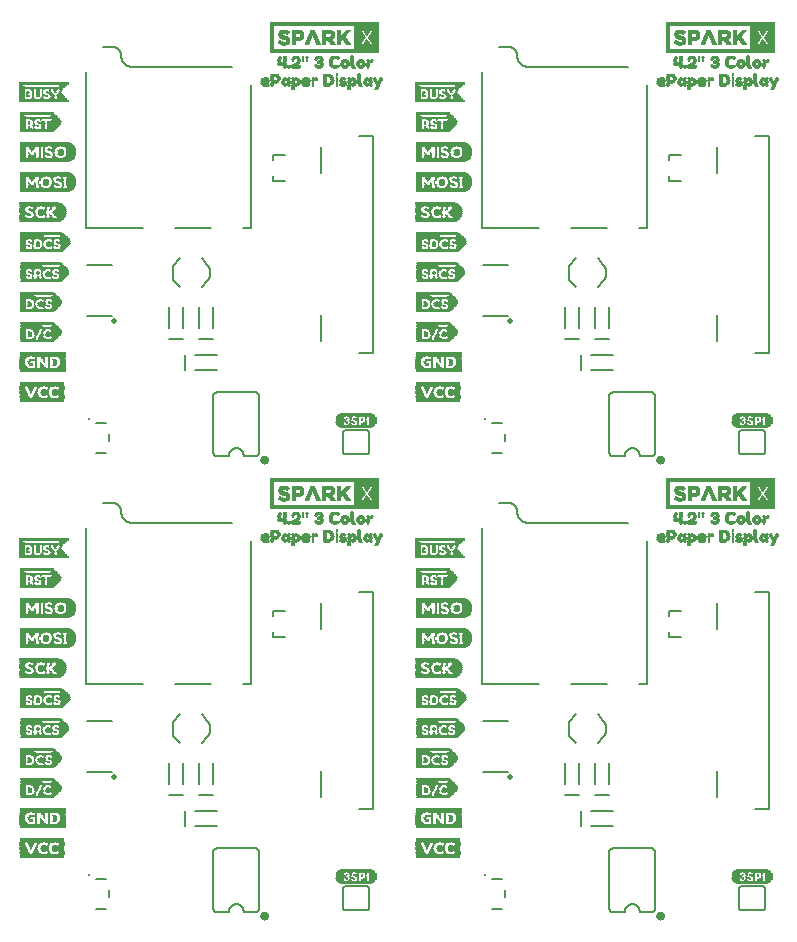
<source format=gto>
G75*
%MOIN*%
%OFA0B0*%
%FSLAX25Y25*%
%IPPOS*%
%LPD*%
%AMOC8*
5,1,8,0,0,1.08239X$1,22.5*
%
%ADD10C,0.00800*%
%ADD11C,0.00600*%
%ADD12C,0.01000*%
%ADD13C,0.00010*%
%ADD14C,0.02000*%
%ADD15R,0.11024X0.00157*%
%ADD16R,0.11181X0.00157*%
%ADD17R,0.11496X0.00157*%
%ADD18R,0.11654X0.00157*%
%ADD19R,0.07559X0.00157*%
%ADD20R,0.01575X0.00157*%
%ADD21R,0.07244X0.00157*%
%ADD22R,0.01732X0.00157*%
%ADD23R,0.02047X0.00157*%
%ADD24R,0.02362X0.00157*%
%ADD25R,0.12756X0.00157*%
%ADD26R,0.12913X0.00157*%
%ADD27R,0.13071X0.00157*%
%ADD28R,0.06614X0.00157*%
%ADD29R,0.06142X0.00157*%
%ADD30R,0.01890X0.00157*%
%ADD31R,0.02992X0.00157*%
%ADD32R,0.01417X0.00157*%
%ADD33R,0.03465X0.00157*%
%ADD34R,0.02520X0.00157*%
%ADD35R,0.01102X0.00157*%
%ADD36R,0.03150X0.00157*%
%ADD37R,0.02205X0.00157*%
%ADD38R,0.00945X0.00157*%
%ADD39R,0.00787X0.00157*%
%ADD40R,0.03307X0.00157*%
%ADD41R,0.00630X0.00157*%
%ADD42R,0.01260X0.00157*%
%ADD43R,0.03622X0.00157*%
%ADD44R,0.05197X0.00157*%
%ADD45R,0.05354X0.00157*%
%ADD46R,0.05039X0.00157*%
%ADD47R,0.04882X0.00157*%
%ADD48R,0.04567X0.00157*%
%ADD49R,0.02835X0.00157*%
%ADD50R,0.13228X0.00157*%
%ADD51R,0.00315X0.00157*%
%ADD52R,0.00157X0.00157*%
%ADD53R,0.04409X0.00157*%
%ADD54R,0.02677X0.00157*%
%ADD55R,0.00472X0.00157*%
%ADD56R,0.04252X0.00157*%
%ADD57R,0.04094X0.00157*%
%ADD58R,0.03937X0.00157*%
%ADD59R,0.03780X0.00157*%
%ADD60R,0.11811X0.00157*%
%ADD61R,0.15276X0.00157*%
%ADD62R,0.11339X0.00157*%
%ADD63R,0.11969X0.00157*%
%ADD64R,0.04724X0.00157*%
%ADD65R,0.13386X0.00157*%
%ADD66R,0.13543X0.00157*%
%ADD67R,0.12126X0.00157*%
%ADD68R,0.14173X0.00157*%
%ADD69R,0.14331X0.00157*%
%ADD70R,0.14646X0.00157*%
%ADD71R,0.14803X0.00157*%
%ADD72R,0.07874X0.00157*%
%ADD73R,0.07717X0.00157*%
%ADD74R,0.15906X0.00157*%
%ADD75R,0.16063X0.00157*%
%ADD76R,0.16220X0.00157*%
%ADD77R,0.16378X0.00157*%
%ADD78R,0.14961X0.00157*%
%ADD79R,0.13701X0.00157*%
%ADD80R,0.14016X0.00157*%
%ADD81R,0.07402X0.00157*%
%ADD82R,0.07087X0.00157*%
%ADD83R,0.15433X0.00157*%
%ADD84R,0.15591X0.00157*%
%ADD85R,0.15748X0.00157*%
%ADD86R,0.16850X0.00157*%
%ADD87R,0.17165X0.00157*%
%ADD88R,0.17480X0.00157*%
%ADD89R,0.17638X0.00157*%
%ADD90R,0.17795X0.00157*%
%ADD91R,0.17953X0.00157*%
%ADD92R,0.09134X0.00157*%
%ADD93R,0.08346X0.00157*%
%ADD94R,0.14488X0.00157*%
%ADD95R,0.16693X0.00157*%
%ADD96R,0.16535X0.00157*%
%ADD97R,0.15118X0.00157*%
%ADD98C,0.00039*%
%ADD99R,0.10039X0.00118*%
%ADD100R,0.10748X0.00118*%
%ADD101R,0.11220X0.00079*%
%ADD102R,0.11693X0.00157*%
%ADD103R,0.11929X0.00118*%
%ADD104R,0.12165X0.00118*%
%ADD105R,0.12402X0.00079*%
%ADD106R,0.02953X0.00118*%
%ADD107R,0.02008X0.00118*%
%ADD108R,0.06614X0.00118*%
%ADD109R,0.02717X0.00157*%
%ADD110R,0.01299X0.00157*%
%ADD111R,0.00827X0.00157*%
%ADD112R,0.01063X0.00157*%
%ADD113R,0.02244X0.00157*%
%ADD114R,0.02480X0.00118*%
%ADD115R,0.00945X0.00118*%
%ADD116R,0.00709X0.00118*%
%ADD117R,0.02244X0.00118*%
%ADD118R,0.00827X0.00118*%
%ADD119R,0.00591X0.00118*%
%ADD120R,0.00472X0.00118*%
%ADD121R,0.02480X0.00157*%
%ADD122R,0.00591X0.00157*%
%ADD123R,0.00354X0.00157*%
%ADD124R,0.00236X0.00118*%
%ADD125R,0.00354X0.00118*%
%ADD126R,0.02362X0.00118*%
%ADD127R,0.02717X0.00118*%
%ADD128R,0.01772X0.00118*%
%ADD129R,0.00709X0.00157*%
%ADD130R,0.01772X0.00157*%
%ADD131R,0.00236X0.00157*%
%ADD132R,0.03425X0.00118*%
%ADD133R,0.01535X0.00118*%
%ADD134R,0.03307X0.00118*%
%ADD135R,0.01063X0.00118*%
%ADD136R,0.03898X0.00118*%
%ADD137R,0.02598X0.00157*%
%ADD138R,0.01654X0.00157*%
%ADD139R,0.01181X0.00118*%
%ADD140R,0.01890X0.00118*%
%ADD141R,0.02126X0.00118*%
%ADD142R,0.02008X0.00157*%
%ADD143R,0.02598X0.00118*%
%ADD144R,0.01417X0.00118*%
%ADD145R,0.12402X0.00118*%
%ADD146R,0.11693X0.00118*%
%ADD147R,0.11220X0.00118*%
D10*
X0066651Y0033750D02*
X0070032Y0033750D01*
X0071132Y0037693D02*
X0071132Y0039807D01*
X0070032Y0043750D02*
X0066651Y0043750D01*
X0090881Y0071781D02*
X0095802Y0071781D01*
X0095802Y0075207D02*
X0095802Y0082293D01*
X0100881Y0082293D02*
X0100881Y0075207D01*
X0100881Y0071781D02*
X0105802Y0071781D01*
X0105802Y0075207D02*
X0105802Y0082293D01*
X0101885Y0089026D02*
X0103751Y0091080D01*
X0103834Y0091173D01*
X0103914Y0091268D01*
X0103992Y0091367D01*
X0104066Y0091467D01*
X0104136Y0091570D01*
X0104204Y0091675D01*
X0104268Y0091782D01*
X0104329Y0091891D01*
X0104386Y0092002D01*
X0104439Y0092115D01*
X0104490Y0092230D01*
X0104536Y0092345D01*
X0104579Y0092463D01*
X0104618Y0092581D01*
X0104653Y0092701D01*
X0104684Y0092822D01*
X0104712Y0092944D01*
X0104735Y0093067D01*
X0104755Y0093190D01*
X0104771Y0093314D01*
X0104783Y0093438D01*
X0104791Y0093563D01*
X0104795Y0093688D01*
X0104795Y0093812D01*
X0104791Y0093937D01*
X0104783Y0094062D01*
X0104771Y0094186D01*
X0104755Y0094310D01*
X0104735Y0094433D01*
X0104712Y0094556D01*
X0104684Y0094678D01*
X0104653Y0094799D01*
X0104618Y0094919D01*
X0104579Y0095037D01*
X0104536Y0095155D01*
X0104490Y0095270D01*
X0104439Y0095385D01*
X0104386Y0095498D01*
X0104329Y0095609D01*
X0104268Y0095718D01*
X0104204Y0095825D01*
X0104136Y0095930D01*
X0104066Y0096033D01*
X0103992Y0096133D01*
X0103914Y0096232D01*
X0103834Y0096327D01*
X0103751Y0096420D01*
X0101885Y0098474D01*
X0094798Y0098474D02*
X0092436Y0096112D01*
X0092436Y0091388D01*
X0094798Y0089026D01*
X0090881Y0082293D02*
X0090881Y0075207D01*
X0096373Y0066211D02*
X0096373Y0061289D01*
X0099798Y0061289D02*
X0106885Y0061289D01*
X0106885Y0066211D02*
X0099798Y0066211D01*
X0107179Y0053950D02*
X0119504Y0053950D01*
X0119575Y0053959D01*
X0119646Y0053964D01*
X0119718Y0053965D01*
X0119789Y0053962D01*
X0119860Y0053955D01*
X0119931Y0053945D01*
X0120000Y0053931D01*
X0120070Y0053912D01*
X0120138Y0053891D01*
X0120204Y0053865D01*
X0120269Y0053836D01*
X0120333Y0053804D01*
X0120395Y0053768D01*
X0120454Y0053729D01*
X0120512Y0053686D01*
X0120567Y0053641D01*
X0120619Y0053592D01*
X0120669Y0053541D01*
X0120716Y0053488D01*
X0120760Y0053431D01*
X0120801Y0053373D01*
X0120839Y0053312D01*
X0120873Y0053250D01*
X0120904Y0053185D01*
X0120931Y0053119D01*
X0120955Y0053052D01*
X0120975Y0052984D01*
X0120992Y0052914D01*
X0121004Y0052844D01*
X0121004Y0034050D01*
X0121013Y0033980D01*
X0121018Y0033908D01*
X0121019Y0033837D01*
X0121016Y0033766D01*
X0121009Y0033695D01*
X0120999Y0033624D01*
X0120985Y0033554D01*
X0120967Y0033485D01*
X0120945Y0033417D01*
X0120919Y0033350D01*
X0120890Y0033285D01*
X0120858Y0033222D01*
X0120822Y0033160D01*
X0120783Y0033100D01*
X0120740Y0033043D01*
X0120695Y0032988D01*
X0120647Y0032935D01*
X0120595Y0032885D01*
X0120542Y0032838D01*
X0120486Y0032794D01*
X0120427Y0032754D01*
X0120366Y0032716D01*
X0120304Y0032682D01*
X0120240Y0032651D01*
X0120174Y0032623D01*
X0120106Y0032600D01*
X0120038Y0032580D01*
X0119968Y0032563D01*
X0119898Y0032551D01*
X0119898Y0032550D02*
X0115942Y0032550D01*
X0115942Y0032750D02*
X0115940Y0032848D01*
X0115934Y0032946D01*
X0115925Y0033044D01*
X0115911Y0033141D01*
X0115894Y0033238D01*
X0115873Y0033334D01*
X0115848Y0033429D01*
X0115820Y0033523D01*
X0115787Y0033615D01*
X0115752Y0033707D01*
X0115712Y0033797D01*
X0115670Y0033885D01*
X0115623Y0033972D01*
X0115574Y0034056D01*
X0115521Y0034139D01*
X0115465Y0034219D01*
X0115405Y0034298D01*
X0115343Y0034374D01*
X0115278Y0034447D01*
X0115210Y0034518D01*
X0115139Y0034586D01*
X0115066Y0034651D01*
X0114990Y0034713D01*
X0114911Y0034773D01*
X0114831Y0034829D01*
X0114748Y0034882D01*
X0114664Y0034931D01*
X0114577Y0034978D01*
X0114489Y0035020D01*
X0114399Y0035060D01*
X0114307Y0035095D01*
X0114215Y0035128D01*
X0114121Y0035156D01*
X0114026Y0035181D01*
X0113930Y0035202D01*
X0113833Y0035219D01*
X0113736Y0035233D01*
X0113638Y0035242D01*
X0113540Y0035248D01*
X0113442Y0035250D01*
X0113344Y0035248D01*
X0113246Y0035242D01*
X0113148Y0035233D01*
X0113051Y0035219D01*
X0112954Y0035202D01*
X0112858Y0035181D01*
X0112763Y0035156D01*
X0112669Y0035128D01*
X0112577Y0035095D01*
X0112485Y0035060D01*
X0112395Y0035020D01*
X0112307Y0034978D01*
X0112220Y0034931D01*
X0112136Y0034882D01*
X0112053Y0034829D01*
X0111973Y0034773D01*
X0111894Y0034713D01*
X0111818Y0034651D01*
X0111745Y0034586D01*
X0111674Y0034518D01*
X0111606Y0034447D01*
X0111541Y0034374D01*
X0111479Y0034298D01*
X0111419Y0034219D01*
X0111363Y0034139D01*
X0111310Y0034056D01*
X0111261Y0033972D01*
X0111214Y0033885D01*
X0111172Y0033797D01*
X0111132Y0033707D01*
X0111097Y0033615D01*
X0111064Y0033523D01*
X0111036Y0033429D01*
X0111011Y0033334D01*
X0110990Y0033238D01*
X0110973Y0033141D01*
X0110959Y0033044D01*
X0110950Y0032946D01*
X0110944Y0032848D01*
X0110942Y0032750D01*
X0110942Y0032550D02*
X0107623Y0032550D01*
X0107573Y0032549D02*
X0107492Y0032542D01*
X0107411Y0032538D01*
X0107330Y0032539D01*
X0107248Y0032543D01*
X0107168Y0032551D01*
X0107087Y0032563D01*
X0107007Y0032578D01*
X0106928Y0032598D01*
X0106850Y0032621D01*
X0106774Y0032648D01*
X0106698Y0032678D01*
X0106624Y0032712D01*
X0106552Y0032750D01*
X0106482Y0032791D01*
X0106414Y0032835D01*
X0106348Y0032882D01*
X0106284Y0032933D01*
X0106223Y0032986D01*
X0106164Y0033043D01*
X0106108Y0033102D01*
X0106055Y0033163D01*
X0106005Y0033227D01*
X0105958Y0033294D01*
X0105914Y0033362D01*
X0105874Y0033433D01*
X0105837Y0033505D01*
X0105803Y0033579D01*
X0105774Y0033655D01*
X0105747Y0033732D01*
X0105725Y0033810D01*
X0105706Y0033889D01*
X0105691Y0033969D01*
X0105679Y0034050D01*
X0105679Y0052450D01*
X0105681Y0052526D01*
X0105687Y0052601D01*
X0105696Y0052677D01*
X0105710Y0052752D01*
X0105727Y0052826D01*
X0105748Y0052899D01*
X0105772Y0052971D01*
X0105800Y0053041D01*
X0105832Y0053110D01*
X0105867Y0053178D01*
X0105906Y0053243D01*
X0105948Y0053307D01*
X0105993Y0053368D01*
X0106041Y0053427D01*
X0106092Y0053483D01*
X0106146Y0053537D01*
X0106202Y0053588D01*
X0106261Y0053636D01*
X0106322Y0053681D01*
X0106386Y0053723D01*
X0106451Y0053762D01*
X0106519Y0053797D01*
X0106588Y0053829D01*
X0106658Y0053857D01*
X0106730Y0053881D01*
X0106803Y0053902D01*
X0106877Y0053919D01*
X0106952Y0053933D01*
X0107028Y0053942D01*
X0107103Y0053948D01*
X0107179Y0053950D01*
X0071877Y0079285D02*
X0063806Y0079285D01*
X0063806Y0096215D02*
X0071877Y0096215D01*
X0063224Y0108750D02*
X0082515Y0108750D01*
X0093145Y0108750D02*
X0104956Y0108750D01*
X0115586Y0108750D02*
X0118342Y0108750D01*
X0118342Y0156388D01*
X0112043Y0162293D02*
X0078972Y0162293D01*
X0078846Y0162298D01*
X0078721Y0162307D01*
X0078596Y0162320D01*
X0078472Y0162337D01*
X0078348Y0162357D01*
X0078225Y0162381D01*
X0078103Y0162409D01*
X0077982Y0162441D01*
X0077862Y0162477D01*
X0077743Y0162516D01*
X0077625Y0162559D01*
X0077509Y0162606D01*
X0077394Y0162656D01*
X0077280Y0162710D01*
X0077169Y0162768D01*
X0077059Y0162828D01*
X0076952Y0162893D01*
X0076846Y0162960D01*
X0076742Y0163031D01*
X0076641Y0163105D01*
X0076542Y0163182D01*
X0076445Y0163262D01*
X0076351Y0163345D01*
X0076260Y0163430D01*
X0076171Y0163519D01*
X0076086Y0163610D01*
X0076003Y0163704D01*
X0075923Y0163801D01*
X0075846Y0163900D01*
X0075772Y0164001D01*
X0075701Y0164105D01*
X0075634Y0164211D01*
X0075569Y0164318D01*
X0075509Y0164428D01*
X0075451Y0164539D01*
X0075397Y0164653D01*
X0075347Y0164768D01*
X0075300Y0164884D01*
X0075257Y0165002D01*
X0075218Y0165121D01*
X0075182Y0165241D01*
X0075150Y0165362D01*
X0075122Y0165484D01*
X0075098Y0165607D01*
X0075078Y0165731D01*
X0075061Y0165855D01*
X0075048Y0165980D01*
X0075039Y0166105D01*
X0075034Y0166231D01*
X0075035Y0166230D02*
X0075041Y0166331D01*
X0075043Y0166431D01*
X0075041Y0166532D01*
X0075035Y0166632D01*
X0075025Y0166732D01*
X0075011Y0166832D01*
X0074993Y0166931D01*
X0074971Y0167029D01*
X0074946Y0167126D01*
X0074917Y0167223D01*
X0074884Y0167318D01*
X0074847Y0167411D01*
X0074806Y0167503D01*
X0074762Y0167594D01*
X0074715Y0167683D01*
X0074664Y0167769D01*
X0074610Y0167854D01*
X0074552Y0167937D01*
X0074492Y0168017D01*
X0074428Y0168094D01*
X0074361Y0168170D01*
X0074291Y0168242D01*
X0074219Y0168312D01*
X0074143Y0168379D01*
X0074066Y0168443D01*
X0073986Y0168503D01*
X0073903Y0168561D01*
X0073818Y0168615D01*
X0073732Y0168666D01*
X0073643Y0168713D01*
X0073552Y0168757D01*
X0073460Y0168798D01*
X0073367Y0168835D01*
X0073272Y0168868D01*
X0073175Y0168897D01*
X0073078Y0168922D01*
X0072980Y0168944D01*
X0072881Y0168962D01*
X0072781Y0168976D01*
X0072681Y0168986D01*
X0072581Y0168992D01*
X0072480Y0168994D01*
X0072380Y0168992D01*
X0072279Y0168986D01*
X0069129Y0168986D01*
X0063224Y0160719D02*
X0063224Y0108750D01*
X0125586Y0124419D02*
X0129736Y0124419D01*
X0125586Y0124419D02*
X0125586Y0126100D01*
X0125586Y0131400D02*
X0125586Y0133081D01*
X0129736Y0133081D01*
X0119898Y0184550D02*
X0115942Y0184550D01*
X0115942Y0184750D02*
X0115940Y0184848D01*
X0115934Y0184946D01*
X0115925Y0185044D01*
X0115911Y0185141D01*
X0115894Y0185238D01*
X0115873Y0185334D01*
X0115848Y0185429D01*
X0115820Y0185523D01*
X0115787Y0185615D01*
X0115752Y0185707D01*
X0115712Y0185797D01*
X0115670Y0185885D01*
X0115623Y0185972D01*
X0115574Y0186056D01*
X0115521Y0186139D01*
X0115465Y0186219D01*
X0115405Y0186298D01*
X0115343Y0186374D01*
X0115278Y0186447D01*
X0115210Y0186518D01*
X0115139Y0186586D01*
X0115066Y0186651D01*
X0114990Y0186713D01*
X0114911Y0186773D01*
X0114831Y0186829D01*
X0114748Y0186882D01*
X0114664Y0186931D01*
X0114577Y0186978D01*
X0114489Y0187020D01*
X0114399Y0187060D01*
X0114307Y0187095D01*
X0114215Y0187128D01*
X0114121Y0187156D01*
X0114026Y0187181D01*
X0113930Y0187202D01*
X0113833Y0187219D01*
X0113736Y0187233D01*
X0113638Y0187242D01*
X0113540Y0187248D01*
X0113442Y0187250D01*
X0113344Y0187248D01*
X0113246Y0187242D01*
X0113148Y0187233D01*
X0113051Y0187219D01*
X0112954Y0187202D01*
X0112858Y0187181D01*
X0112763Y0187156D01*
X0112669Y0187128D01*
X0112577Y0187095D01*
X0112485Y0187060D01*
X0112395Y0187020D01*
X0112307Y0186978D01*
X0112220Y0186931D01*
X0112136Y0186882D01*
X0112053Y0186829D01*
X0111973Y0186773D01*
X0111894Y0186713D01*
X0111818Y0186651D01*
X0111745Y0186586D01*
X0111674Y0186518D01*
X0111606Y0186447D01*
X0111541Y0186374D01*
X0111479Y0186298D01*
X0111419Y0186219D01*
X0111363Y0186139D01*
X0111310Y0186056D01*
X0111261Y0185972D01*
X0111214Y0185885D01*
X0111172Y0185797D01*
X0111132Y0185707D01*
X0111097Y0185615D01*
X0111064Y0185523D01*
X0111036Y0185429D01*
X0111011Y0185334D01*
X0110990Y0185238D01*
X0110973Y0185141D01*
X0110959Y0185044D01*
X0110950Y0184946D01*
X0110944Y0184848D01*
X0110942Y0184750D01*
X0110942Y0184550D02*
X0107623Y0184550D01*
X0107573Y0184549D02*
X0107492Y0184542D01*
X0107411Y0184538D01*
X0107330Y0184539D01*
X0107248Y0184543D01*
X0107168Y0184551D01*
X0107087Y0184563D01*
X0107007Y0184578D01*
X0106928Y0184598D01*
X0106850Y0184621D01*
X0106774Y0184648D01*
X0106698Y0184678D01*
X0106624Y0184712D01*
X0106552Y0184750D01*
X0106482Y0184791D01*
X0106414Y0184835D01*
X0106348Y0184882D01*
X0106284Y0184933D01*
X0106223Y0184986D01*
X0106164Y0185043D01*
X0106108Y0185102D01*
X0106055Y0185163D01*
X0106005Y0185227D01*
X0105958Y0185294D01*
X0105914Y0185362D01*
X0105874Y0185433D01*
X0105837Y0185505D01*
X0105803Y0185579D01*
X0105774Y0185655D01*
X0105747Y0185732D01*
X0105725Y0185810D01*
X0105706Y0185889D01*
X0105691Y0185969D01*
X0105679Y0186050D01*
X0105679Y0204450D01*
X0105681Y0204526D01*
X0105687Y0204601D01*
X0105696Y0204677D01*
X0105710Y0204752D01*
X0105727Y0204826D01*
X0105748Y0204899D01*
X0105772Y0204971D01*
X0105800Y0205041D01*
X0105832Y0205110D01*
X0105867Y0205178D01*
X0105906Y0205243D01*
X0105948Y0205307D01*
X0105993Y0205368D01*
X0106041Y0205427D01*
X0106092Y0205483D01*
X0106146Y0205537D01*
X0106202Y0205588D01*
X0106261Y0205636D01*
X0106322Y0205681D01*
X0106386Y0205723D01*
X0106451Y0205762D01*
X0106519Y0205797D01*
X0106588Y0205829D01*
X0106658Y0205857D01*
X0106730Y0205881D01*
X0106803Y0205902D01*
X0106877Y0205919D01*
X0106952Y0205933D01*
X0107028Y0205942D01*
X0107103Y0205948D01*
X0107179Y0205950D01*
X0119504Y0205950D01*
X0119575Y0205959D01*
X0119646Y0205964D01*
X0119718Y0205965D01*
X0119789Y0205962D01*
X0119860Y0205955D01*
X0119931Y0205945D01*
X0120000Y0205931D01*
X0120070Y0205912D01*
X0120138Y0205891D01*
X0120204Y0205865D01*
X0120269Y0205836D01*
X0120333Y0205804D01*
X0120395Y0205768D01*
X0120454Y0205729D01*
X0120512Y0205686D01*
X0120567Y0205641D01*
X0120619Y0205592D01*
X0120669Y0205541D01*
X0120716Y0205488D01*
X0120760Y0205431D01*
X0120801Y0205373D01*
X0120839Y0205312D01*
X0120873Y0205250D01*
X0120904Y0205185D01*
X0120931Y0205119D01*
X0120955Y0205052D01*
X0120975Y0204984D01*
X0120992Y0204914D01*
X0121004Y0204844D01*
X0121004Y0186050D01*
X0121013Y0185980D01*
X0121018Y0185908D01*
X0121019Y0185837D01*
X0121016Y0185766D01*
X0121009Y0185695D01*
X0120999Y0185624D01*
X0120985Y0185554D01*
X0120967Y0185485D01*
X0120945Y0185417D01*
X0120919Y0185350D01*
X0120890Y0185285D01*
X0120858Y0185222D01*
X0120822Y0185160D01*
X0120783Y0185100D01*
X0120740Y0185043D01*
X0120695Y0184988D01*
X0120647Y0184935D01*
X0120595Y0184885D01*
X0120542Y0184838D01*
X0120486Y0184794D01*
X0120427Y0184754D01*
X0120366Y0184716D01*
X0120304Y0184682D01*
X0120240Y0184651D01*
X0120174Y0184623D01*
X0120106Y0184600D01*
X0120038Y0184580D01*
X0119968Y0184563D01*
X0119898Y0184551D01*
X0106885Y0213289D02*
X0099798Y0213289D01*
X0096373Y0213289D02*
X0096373Y0218211D01*
X0099798Y0218211D02*
X0106885Y0218211D01*
X0105802Y0223781D02*
X0100881Y0223781D01*
X0100881Y0227207D02*
X0100881Y0234293D01*
X0105802Y0234293D02*
X0105802Y0227207D01*
X0095802Y0227207D02*
X0095802Y0234293D01*
X0090881Y0234293D02*
X0090881Y0227207D01*
X0090881Y0223781D02*
X0095802Y0223781D01*
X0094798Y0241026D02*
X0092436Y0243388D01*
X0092436Y0248112D01*
X0094798Y0250474D01*
X0101885Y0250474D02*
X0103751Y0248420D01*
X0103834Y0248327D01*
X0103914Y0248232D01*
X0103992Y0248133D01*
X0104066Y0248033D01*
X0104136Y0247930D01*
X0104204Y0247825D01*
X0104268Y0247718D01*
X0104329Y0247609D01*
X0104386Y0247498D01*
X0104439Y0247385D01*
X0104490Y0247270D01*
X0104536Y0247155D01*
X0104579Y0247037D01*
X0104618Y0246919D01*
X0104653Y0246799D01*
X0104684Y0246678D01*
X0104712Y0246556D01*
X0104735Y0246433D01*
X0104755Y0246310D01*
X0104771Y0246186D01*
X0104783Y0246062D01*
X0104791Y0245937D01*
X0104795Y0245812D01*
X0104795Y0245688D01*
X0104791Y0245563D01*
X0104783Y0245438D01*
X0104771Y0245314D01*
X0104755Y0245190D01*
X0104735Y0245067D01*
X0104712Y0244944D01*
X0104684Y0244822D01*
X0104653Y0244701D01*
X0104618Y0244581D01*
X0104579Y0244463D01*
X0104536Y0244345D01*
X0104490Y0244230D01*
X0104439Y0244115D01*
X0104386Y0244002D01*
X0104329Y0243891D01*
X0104268Y0243782D01*
X0104204Y0243675D01*
X0104136Y0243570D01*
X0104066Y0243467D01*
X0103992Y0243367D01*
X0103914Y0243268D01*
X0103834Y0243173D01*
X0103751Y0243080D01*
X0101885Y0241026D01*
X0104956Y0260750D02*
X0093145Y0260750D01*
X0082515Y0260750D02*
X0063224Y0260750D01*
X0063224Y0312719D01*
X0069129Y0320986D02*
X0072279Y0320986D01*
X0072380Y0320992D01*
X0072480Y0320994D01*
X0072581Y0320992D01*
X0072681Y0320986D01*
X0072781Y0320976D01*
X0072881Y0320962D01*
X0072980Y0320944D01*
X0073078Y0320922D01*
X0073175Y0320897D01*
X0073272Y0320868D01*
X0073367Y0320835D01*
X0073460Y0320798D01*
X0073552Y0320757D01*
X0073643Y0320713D01*
X0073732Y0320666D01*
X0073818Y0320615D01*
X0073903Y0320561D01*
X0073986Y0320503D01*
X0074066Y0320443D01*
X0074143Y0320379D01*
X0074219Y0320312D01*
X0074291Y0320242D01*
X0074361Y0320170D01*
X0074428Y0320094D01*
X0074492Y0320017D01*
X0074552Y0319937D01*
X0074610Y0319854D01*
X0074664Y0319769D01*
X0074715Y0319683D01*
X0074762Y0319594D01*
X0074806Y0319503D01*
X0074847Y0319411D01*
X0074884Y0319318D01*
X0074917Y0319223D01*
X0074946Y0319126D01*
X0074971Y0319029D01*
X0074993Y0318931D01*
X0075011Y0318832D01*
X0075025Y0318732D01*
X0075035Y0318632D01*
X0075041Y0318532D01*
X0075043Y0318431D01*
X0075041Y0318331D01*
X0075035Y0318230D01*
X0075034Y0318231D02*
X0075039Y0318105D01*
X0075048Y0317980D01*
X0075061Y0317855D01*
X0075078Y0317731D01*
X0075098Y0317607D01*
X0075122Y0317484D01*
X0075150Y0317362D01*
X0075182Y0317241D01*
X0075218Y0317121D01*
X0075257Y0317002D01*
X0075300Y0316884D01*
X0075347Y0316768D01*
X0075397Y0316653D01*
X0075451Y0316539D01*
X0075509Y0316428D01*
X0075569Y0316318D01*
X0075634Y0316211D01*
X0075701Y0316105D01*
X0075772Y0316001D01*
X0075846Y0315900D01*
X0075923Y0315801D01*
X0076003Y0315704D01*
X0076086Y0315610D01*
X0076171Y0315519D01*
X0076260Y0315430D01*
X0076351Y0315345D01*
X0076445Y0315262D01*
X0076542Y0315182D01*
X0076641Y0315105D01*
X0076742Y0315031D01*
X0076846Y0314960D01*
X0076952Y0314893D01*
X0077059Y0314828D01*
X0077169Y0314768D01*
X0077280Y0314710D01*
X0077394Y0314656D01*
X0077509Y0314606D01*
X0077625Y0314559D01*
X0077743Y0314516D01*
X0077862Y0314477D01*
X0077982Y0314441D01*
X0078103Y0314409D01*
X0078225Y0314381D01*
X0078348Y0314357D01*
X0078472Y0314337D01*
X0078596Y0314320D01*
X0078721Y0314307D01*
X0078846Y0314298D01*
X0078972Y0314293D01*
X0112043Y0314293D01*
X0118342Y0308388D02*
X0118342Y0260750D01*
X0115586Y0260750D01*
X0125586Y0276419D02*
X0129736Y0276419D01*
X0125586Y0276419D02*
X0125586Y0278100D01*
X0125586Y0283400D02*
X0125586Y0285081D01*
X0129736Y0285081D01*
X0071877Y0248215D02*
X0063806Y0248215D01*
X0063806Y0231285D02*
X0071877Y0231285D01*
X0070032Y0195750D02*
X0066651Y0195750D01*
X0071132Y0191807D02*
X0071132Y0189693D01*
X0070032Y0185750D02*
X0066651Y0185750D01*
X0195224Y0160719D02*
X0195224Y0108750D01*
X0214515Y0108750D01*
X0225145Y0108750D02*
X0236956Y0108750D01*
X0247586Y0108750D02*
X0250342Y0108750D01*
X0250342Y0156388D01*
X0244043Y0162293D02*
X0210972Y0162293D01*
X0210846Y0162298D01*
X0210721Y0162307D01*
X0210596Y0162320D01*
X0210472Y0162337D01*
X0210348Y0162357D01*
X0210225Y0162381D01*
X0210103Y0162409D01*
X0209982Y0162441D01*
X0209862Y0162477D01*
X0209743Y0162516D01*
X0209625Y0162559D01*
X0209509Y0162606D01*
X0209394Y0162656D01*
X0209280Y0162710D01*
X0209169Y0162768D01*
X0209059Y0162828D01*
X0208952Y0162893D01*
X0208846Y0162960D01*
X0208742Y0163031D01*
X0208641Y0163105D01*
X0208542Y0163182D01*
X0208445Y0163262D01*
X0208351Y0163345D01*
X0208260Y0163430D01*
X0208171Y0163519D01*
X0208086Y0163610D01*
X0208003Y0163704D01*
X0207923Y0163801D01*
X0207846Y0163900D01*
X0207772Y0164001D01*
X0207701Y0164105D01*
X0207634Y0164211D01*
X0207569Y0164318D01*
X0207509Y0164428D01*
X0207451Y0164539D01*
X0207397Y0164653D01*
X0207347Y0164768D01*
X0207300Y0164884D01*
X0207257Y0165002D01*
X0207218Y0165121D01*
X0207182Y0165241D01*
X0207150Y0165362D01*
X0207122Y0165484D01*
X0207098Y0165607D01*
X0207078Y0165731D01*
X0207061Y0165855D01*
X0207048Y0165980D01*
X0207039Y0166105D01*
X0207034Y0166231D01*
X0207035Y0166230D02*
X0207041Y0166331D01*
X0207043Y0166431D01*
X0207041Y0166532D01*
X0207035Y0166632D01*
X0207025Y0166732D01*
X0207011Y0166832D01*
X0206993Y0166931D01*
X0206971Y0167029D01*
X0206946Y0167126D01*
X0206917Y0167223D01*
X0206884Y0167318D01*
X0206847Y0167411D01*
X0206806Y0167503D01*
X0206762Y0167594D01*
X0206715Y0167683D01*
X0206664Y0167769D01*
X0206610Y0167854D01*
X0206552Y0167937D01*
X0206492Y0168017D01*
X0206428Y0168094D01*
X0206361Y0168170D01*
X0206291Y0168242D01*
X0206219Y0168312D01*
X0206143Y0168379D01*
X0206066Y0168443D01*
X0205986Y0168503D01*
X0205903Y0168561D01*
X0205818Y0168615D01*
X0205732Y0168666D01*
X0205643Y0168713D01*
X0205552Y0168757D01*
X0205460Y0168798D01*
X0205367Y0168835D01*
X0205272Y0168868D01*
X0205175Y0168897D01*
X0205078Y0168922D01*
X0204980Y0168944D01*
X0204881Y0168962D01*
X0204781Y0168976D01*
X0204681Y0168986D01*
X0204581Y0168992D01*
X0204480Y0168994D01*
X0204380Y0168992D01*
X0204279Y0168986D01*
X0201129Y0168986D01*
X0202032Y0185750D02*
X0198651Y0185750D01*
X0203132Y0189693D02*
X0203132Y0191807D01*
X0202032Y0195750D02*
X0198651Y0195750D01*
X0222881Y0223781D02*
X0227802Y0223781D01*
X0227802Y0227207D02*
X0227802Y0234293D01*
X0232881Y0234293D02*
X0232881Y0227207D01*
X0232881Y0223781D02*
X0237802Y0223781D01*
X0237802Y0227207D02*
X0237802Y0234293D01*
X0233885Y0241026D02*
X0235751Y0243080D01*
X0235834Y0243173D01*
X0235914Y0243268D01*
X0235992Y0243367D01*
X0236066Y0243467D01*
X0236136Y0243570D01*
X0236204Y0243675D01*
X0236268Y0243782D01*
X0236329Y0243891D01*
X0236386Y0244002D01*
X0236439Y0244115D01*
X0236490Y0244230D01*
X0236536Y0244345D01*
X0236579Y0244463D01*
X0236618Y0244581D01*
X0236653Y0244701D01*
X0236684Y0244822D01*
X0236712Y0244944D01*
X0236735Y0245067D01*
X0236755Y0245190D01*
X0236771Y0245314D01*
X0236783Y0245438D01*
X0236791Y0245563D01*
X0236795Y0245688D01*
X0236795Y0245812D01*
X0236791Y0245937D01*
X0236783Y0246062D01*
X0236771Y0246186D01*
X0236755Y0246310D01*
X0236735Y0246433D01*
X0236712Y0246556D01*
X0236684Y0246678D01*
X0236653Y0246799D01*
X0236618Y0246919D01*
X0236579Y0247037D01*
X0236536Y0247155D01*
X0236490Y0247270D01*
X0236439Y0247385D01*
X0236386Y0247498D01*
X0236329Y0247609D01*
X0236268Y0247718D01*
X0236204Y0247825D01*
X0236136Y0247930D01*
X0236066Y0248033D01*
X0235992Y0248133D01*
X0235914Y0248232D01*
X0235834Y0248327D01*
X0235751Y0248420D01*
X0233885Y0250474D01*
X0226798Y0250474D02*
X0224436Y0248112D01*
X0224436Y0243388D01*
X0226798Y0241026D01*
X0222881Y0234293D02*
X0222881Y0227207D01*
X0228373Y0218211D02*
X0228373Y0213289D01*
X0231798Y0213289D02*
X0238885Y0213289D01*
X0238885Y0218211D02*
X0231798Y0218211D01*
X0239179Y0205950D02*
X0251504Y0205950D01*
X0251575Y0205959D01*
X0251646Y0205964D01*
X0251718Y0205965D01*
X0251789Y0205962D01*
X0251860Y0205955D01*
X0251931Y0205945D01*
X0252000Y0205931D01*
X0252070Y0205912D01*
X0252138Y0205891D01*
X0252204Y0205865D01*
X0252269Y0205836D01*
X0252333Y0205804D01*
X0252395Y0205768D01*
X0252454Y0205729D01*
X0252512Y0205686D01*
X0252567Y0205641D01*
X0252619Y0205592D01*
X0252669Y0205541D01*
X0252716Y0205488D01*
X0252760Y0205431D01*
X0252801Y0205373D01*
X0252839Y0205312D01*
X0252873Y0205250D01*
X0252904Y0205185D01*
X0252931Y0205119D01*
X0252955Y0205052D01*
X0252975Y0204984D01*
X0252992Y0204914D01*
X0253004Y0204844D01*
X0253004Y0186050D01*
X0253013Y0185980D01*
X0253018Y0185908D01*
X0253019Y0185837D01*
X0253016Y0185766D01*
X0253009Y0185695D01*
X0252999Y0185624D01*
X0252985Y0185554D01*
X0252967Y0185485D01*
X0252945Y0185417D01*
X0252919Y0185350D01*
X0252890Y0185285D01*
X0252858Y0185222D01*
X0252822Y0185160D01*
X0252783Y0185100D01*
X0252740Y0185043D01*
X0252695Y0184988D01*
X0252647Y0184935D01*
X0252595Y0184885D01*
X0252542Y0184838D01*
X0252486Y0184794D01*
X0252427Y0184754D01*
X0252366Y0184716D01*
X0252304Y0184682D01*
X0252240Y0184651D01*
X0252174Y0184623D01*
X0252106Y0184600D01*
X0252038Y0184580D01*
X0251968Y0184563D01*
X0251898Y0184551D01*
X0251898Y0184550D02*
X0247942Y0184550D01*
X0247942Y0184750D02*
X0247940Y0184848D01*
X0247934Y0184946D01*
X0247925Y0185044D01*
X0247911Y0185141D01*
X0247894Y0185238D01*
X0247873Y0185334D01*
X0247848Y0185429D01*
X0247820Y0185523D01*
X0247787Y0185615D01*
X0247752Y0185707D01*
X0247712Y0185797D01*
X0247670Y0185885D01*
X0247623Y0185972D01*
X0247574Y0186056D01*
X0247521Y0186139D01*
X0247465Y0186219D01*
X0247405Y0186298D01*
X0247343Y0186374D01*
X0247278Y0186447D01*
X0247210Y0186518D01*
X0247139Y0186586D01*
X0247066Y0186651D01*
X0246990Y0186713D01*
X0246911Y0186773D01*
X0246831Y0186829D01*
X0246748Y0186882D01*
X0246664Y0186931D01*
X0246577Y0186978D01*
X0246489Y0187020D01*
X0246399Y0187060D01*
X0246307Y0187095D01*
X0246215Y0187128D01*
X0246121Y0187156D01*
X0246026Y0187181D01*
X0245930Y0187202D01*
X0245833Y0187219D01*
X0245736Y0187233D01*
X0245638Y0187242D01*
X0245540Y0187248D01*
X0245442Y0187250D01*
X0245344Y0187248D01*
X0245246Y0187242D01*
X0245148Y0187233D01*
X0245051Y0187219D01*
X0244954Y0187202D01*
X0244858Y0187181D01*
X0244763Y0187156D01*
X0244669Y0187128D01*
X0244577Y0187095D01*
X0244485Y0187060D01*
X0244395Y0187020D01*
X0244307Y0186978D01*
X0244220Y0186931D01*
X0244136Y0186882D01*
X0244053Y0186829D01*
X0243973Y0186773D01*
X0243894Y0186713D01*
X0243818Y0186651D01*
X0243745Y0186586D01*
X0243674Y0186518D01*
X0243606Y0186447D01*
X0243541Y0186374D01*
X0243479Y0186298D01*
X0243419Y0186219D01*
X0243363Y0186139D01*
X0243310Y0186056D01*
X0243261Y0185972D01*
X0243214Y0185885D01*
X0243172Y0185797D01*
X0243132Y0185707D01*
X0243097Y0185615D01*
X0243064Y0185523D01*
X0243036Y0185429D01*
X0243011Y0185334D01*
X0242990Y0185238D01*
X0242973Y0185141D01*
X0242959Y0185044D01*
X0242950Y0184946D01*
X0242944Y0184848D01*
X0242942Y0184750D01*
X0242942Y0184550D02*
X0239623Y0184550D01*
X0239573Y0184549D02*
X0239492Y0184542D01*
X0239411Y0184538D01*
X0239330Y0184539D01*
X0239248Y0184543D01*
X0239168Y0184551D01*
X0239087Y0184563D01*
X0239007Y0184578D01*
X0238928Y0184598D01*
X0238850Y0184621D01*
X0238774Y0184648D01*
X0238698Y0184678D01*
X0238624Y0184712D01*
X0238552Y0184750D01*
X0238482Y0184791D01*
X0238414Y0184835D01*
X0238348Y0184882D01*
X0238284Y0184933D01*
X0238223Y0184986D01*
X0238164Y0185043D01*
X0238108Y0185102D01*
X0238055Y0185163D01*
X0238005Y0185227D01*
X0237958Y0185294D01*
X0237914Y0185362D01*
X0237874Y0185433D01*
X0237837Y0185505D01*
X0237803Y0185579D01*
X0237774Y0185655D01*
X0237747Y0185732D01*
X0237725Y0185810D01*
X0237706Y0185889D01*
X0237691Y0185969D01*
X0237679Y0186050D01*
X0237679Y0204450D01*
X0237681Y0204526D01*
X0237687Y0204601D01*
X0237696Y0204677D01*
X0237710Y0204752D01*
X0237727Y0204826D01*
X0237748Y0204899D01*
X0237772Y0204971D01*
X0237800Y0205041D01*
X0237832Y0205110D01*
X0237867Y0205178D01*
X0237906Y0205243D01*
X0237948Y0205307D01*
X0237993Y0205368D01*
X0238041Y0205427D01*
X0238092Y0205483D01*
X0238146Y0205537D01*
X0238202Y0205588D01*
X0238261Y0205636D01*
X0238322Y0205681D01*
X0238386Y0205723D01*
X0238451Y0205762D01*
X0238519Y0205797D01*
X0238588Y0205829D01*
X0238658Y0205857D01*
X0238730Y0205881D01*
X0238803Y0205902D01*
X0238877Y0205919D01*
X0238952Y0205933D01*
X0239028Y0205942D01*
X0239103Y0205948D01*
X0239179Y0205950D01*
X0203877Y0231285D02*
X0195806Y0231285D01*
X0195806Y0248215D02*
X0203877Y0248215D01*
X0195224Y0260750D02*
X0214515Y0260750D01*
X0225145Y0260750D02*
X0236956Y0260750D01*
X0247586Y0260750D02*
X0250342Y0260750D01*
X0250342Y0308388D01*
X0244043Y0314293D02*
X0210972Y0314293D01*
X0210846Y0314298D01*
X0210721Y0314307D01*
X0210596Y0314320D01*
X0210472Y0314337D01*
X0210348Y0314357D01*
X0210225Y0314381D01*
X0210103Y0314409D01*
X0209982Y0314441D01*
X0209862Y0314477D01*
X0209743Y0314516D01*
X0209625Y0314559D01*
X0209509Y0314606D01*
X0209394Y0314656D01*
X0209280Y0314710D01*
X0209169Y0314768D01*
X0209059Y0314828D01*
X0208952Y0314893D01*
X0208846Y0314960D01*
X0208742Y0315031D01*
X0208641Y0315105D01*
X0208542Y0315182D01*
X0208445Y0315262D01*
X0208351Y0315345D01*
X0208260Y0315430D01*
X0208171Y0315519D01*
X0208086Y0315610D01*
X0208003Y0315704D01*
X0207923Y0315801D01*
X0207846Y0315900D01*
X0207772Y0316001D01*
X0207701Y0316105D01*
X0207634Y0316211D01*
X0207569Y0316318D01*
X0207509Y0316428D01*
X0207451Y0316539D01*
X0207397Y0316653D01*
X0207347Y0316768D01*
X0207300Y0316884D01*
X0207257Y0317002D01*
X0207218Y0317121D01*
X0207182Y0317241D01*
X0207150Y0317362D01*
X0207122Y0317484D01*
X0207098Y0317607D01*
X0207078Y0317731D01*
X0207061Y0317855D01*
X0207048Y0317980D01*
X0207039Y0318105D01*
X0207034Y0318231D01*
X0207035Y0318230D02*
X0207041Y0318331D01*
X0207043Y0318431D01*
X0207041Y0318532D01*
X0207035Y0318632D01*
X0207025Y0318732D01*
X0207011Y0318832D01*
X0206993Y0318931D01*
X0206971Y0319029D01*
X0206946Y0319126D01*
X0206917Y0319223D01*
X0206884Y0319318D01*
X0206847Y0319411D01*
X0206806Y0319503D01*
X0206762Y0319594D01*
X0206715Y0319683D01*
X0206664Y0319769D01*
X0206610Y0319854D01*
X0206552Y0319937D01*
X0206492Y0320017D01*
X0206428Y0320094D01*
X0206361Y0320170D01*
X0206291Y0320242D01*
X0206219Y0320312D01*
X0206143Y0320379D01*
X0206066Y0320443D01*
X0205986Y0320503D01*
X0205903Y0320561D01*
X0205818Y0320615D01*
X0205732Y0320666D01*
X0205643Y0320713D01*
X0205552Y0320757D01*
X0205460Y0320798D01*
X0205367Y0320835D01*
X0205272Y0320868D01*
X0205175Y0320897D01*
X0205078Y0320922D01*
X0204980Y0320944D01*
X0204881Y0320962D01*
X0204781Y0320976D01*
X0204681Y0320986D01*
X0204581Y0320992D01*
X0204480Y0320994D01*
X0204380Y0320992D01*
X0204279Y0320986D01*
X0201129Y0320986D01*
X0195224Y0312719D02*
X0195224Y0260750D01*
X0257586Y0276419D02*
X0261736Y0276419D01*
X0257586Y0276419D02*
X0257586Y0278100D01*
X0257586Y0283400D02*
X0257586Y0285081D01*
X0261736Y0285081D01*
X0261736Y0133081D02*
X0257586Y0133081D01*
X0257586Y0131400D01*
X0257586Y0126100D02*
X0257586Y0124419D01*
X0261736Y0124419D01*
X0233885Y0098474D02*
X0235751Y0096420D01*
X0235834Y0096327D01*
X0235914Y0096232D01*
X0235992Y0096133D01*
X0236066Y0096033D01*
X0236136Y0095930D01*
X0236204Y0095825D01*
X0236268Y0095718D01*
X0236329Y0095609D01*
X0236386Y0095498D01*
X0236439Y0095385D01*
X0236490Y0095270D01*
X0236536Y0095155D01*
X0236579Y0095037D01*
X0236618Y0094919D01*
X0236653Y0094799D01*
X0236684Y0094678D01*
X0236712Y0094556D01*
X0236735Y0094433D01*
X0236755Y0094310D01*
X0236771Y0094186D01*
X0236783Y0094062D01*
X0236791Y0093937D01*
X0236795Y0093812D01*
X0236795Y0093688D01*
X0236791Y0093563D01*
X0236783Y0093438D01*
X0236771Y0093314D01*
X0236755Y0093190D01*
X0236735Y0093067D01*
X0236712Y0092944D01*
X0236684Y0092822D01*
X0236653Y0092701D01*
X0236618Y0092581D01*
X0236579Y0092463D01*
X0236536Y0092345D01*
X0236490Y0092230D01*
X0236439Y0092115D01*
X0236386Y0092002D01*
X0236329Y0091891D01*
X0236268Y0091782D01*
X0236204Y0091675D01*
X0236136Y0091570D01*
X0236066Y0091467D01*
X0235992Y0091367D01*
X0235914Y0091268D01*
X0235834Y0091173D01*
X0235751Y0091080D01*
X0233885Y0089026D01*
X0232881Y0082293D02*
X0232881Y0075207D01*
X0232881Y0071781D02*
X0237802Y0071781D01*
X0237802Y0075207D02*
X0237802Y0082293D01*
X0227802Y0082293D02*
X0227802Y0075207D01*
X0227802Y0071781D02*
X0222881Y0071781D01*
X0222881Y0075207D02*
X0222881Y0082293D01*
X0226798Y0089026D02*
X0224436Y0091388D01*
X0224436Y0096112D01*
X0226798Y0098474D01*
X0203877Y0096215D02*
X0195806Y0096215D01*
X0195806Y0079285D02*
X0203877Y0079285D01*
X0228373Y0066211D02*
X0228373Y0061289D01*
X0231798Y0061289D02*
X0238885Y0061289D01*
X0238885Y0066211D02*
X0231798Y0066211D01*
X0239179Y0053950D02*
X0251504Y0053950D01*
X0251575Y0053959D01*
X0251646Y0053964D01*
X0251718Y0053965D01*
X0251789Y0053962D01*
X0251860Y0053955D01*
X0251931Y0053945D01*
X0252000Y0053931D01*
X0252070Y0053912D01*
X0252138Y0053891D01*
X0252204Y0053865D01*
X0252269Y0053836D01*
X0252333Y0053804D01*
X0252395Y0053768D01*
X0252454Y0053729D01*
X0252512Y0053686D01*
X0252567Y0053641D01*
X0252619Y0053592D01*
X0252669Y0053541D01*
X0252716Y0053488D01*
X0252760Y0053431D01*
X0252801Y0053373D01*
X0252839Y0053312D01*
X0252873Y0053250D01*
X0252904Y0053185D01*
X0252931Y0053119D01*
X0252955Y0053052D01*
X0252975Y0052984D01*
X0252992Y0052914D01*
X0253004Y0052844D01*
X0253004Y0034050D01*
X0253013Y0033980D01*
X0253018Y0033908D01*
X0253019Y0033837D01*
X0253016Y0033766D01*
X0253009Y0033695D01*
X0252999Y0033624D01*
X0252985Y0033554D01*
X0252967Y0033485D01*
X0252945Y0033417D01*
X0252919Y0033350D01*
X0252890Y0033285D01*
X0252858Y0033222D01*
X0252822Y0033160D01*
X0252783Y0033100D01*
X0252740Y0033043D01*
X0252695Y0032988D01*
X0252647Y0032935D01*
X0252595Y0032885D01*
X0252542Y0032838D01*
X0252486Y0032794D01*
X0252427Y0032754D01*
X0252366Y0032716D01*
X0252304Y0032682D01*
X0252240Y0032651D01*
X0252174Y0032623D01*
X0252106Y0032600D01*
X0252038Y0032580D01*
X0251968Y0032563D01*
X0251898Y0032551D01*
X0251898Y0032550D02*
X0247942Y0032550D01*
X0247942Y0032750D02*
X0247940Y0032848D01*
X0247934Y0032946D01*
X0247925Y0033044D01*
X0247911Y0033141D01*
X0247894Y0033238D01*
X0247873Y0033334D01*
X0247848Y0033429D01*
X0247820Y0033523D01*
X0247787Y0033615D01*
X0247752Y0033707D01*
X0247712Y0033797D01*
X0247670Y0033885D01*
X0247623Y0033972D01*
X0247574Y0034056D01*
X0247521Y0034139D01*
X0247465Y0034219D01*
X0247405Y0034298D01*
X0247343Y0034374D01*
X0247278Y0034447D01*
X0247210Y0034518D01*
X0247139Y0034586D01*
X0247066Y0034651D01*
X0246990Y0034713D01*
X0246911Y0034773D01*
X0246831Y0034829D01*
X0246748Y0034882D01*
X0246664Y0034931D01*
X0246577Y0034978D01*
X0246489Y0035020D01*
X0246399Y0035060D01*
X0246307Y0035095D01*
X0246215Y0035128D01*
X0246121Y0035156D01*
X0246026Y0035181D01*
X0245930Y0035202D01*
X0245833Y0035219D01*
X0245736Y0035233D01*
X0245638Y0035242D01*
X0245540Y0035248D01*
X0245442Y0035250D01*
X0245344Y0035248D01*
X0245246Y0035242D01*
X0245148Y0035233D01*
X0245051Y0035219D01*
X0244954Y0035202D01*
X0244858Y0035181D01*
X0244763Y0035156D01*
X0244669Y0035128D01*
X0244577Y0035095D01*
X0244485Y0035060D01*
X0244395Y0035020D01*
X0244307Y0034978D01*
X0244220Y0034931D01*
X0244136Y0034882D01*
X0244053Y0034829D01*
X0243973Y0034773D01*
X0243894Y0034713D01*
X0243818Y0034651D01*
X0243745Y0034586D01*
X0243674Y0034518D01*
X0243606Y0034447D01*
X0243541Y0034374D01*
X0243479Y0034298D01*
X0243419Y0034219D01*
X0243363Y0034139D01*
X0243310Y0034056D01*
X0243261Y0033972D01*
X0243214Y0033885D01*
X0243172Y0033797D01*
X0243132Y0033707D01*
X0243097Y0033615D01*
X0243064Y0033523D01*
X0243036Y0033429D01*
X0243011Y0033334D01*
X0242990Y0033238D01*
X0242973Y0033141D01*
X0242959Y0033044D01*
X0242950Y0032946D01*
X0242944Y0032848D01*
X0242942Y0032750D01*
X0242942Y0032550D02*
X0239623Y0032550D01*
X0239573Y0032549D02*
X0239492Y0032542D01*
X0239411Y0032538D01*
X0239330Y0032539D01*
X0239248Y0032543D01*
X0239168Y0032551D01*
X0239087Y0032563D01*
X0239007Y0032578D01*
X0238928Y0032598D01*
X0238850Y0032621D01*
X0238774Y0032648D01*
X0238698Y0032678D01*
X0238624Y0032712D01*
X0238552Y0032750D01*
X0238482Y0032791D01*
X0238414Y0032835D01*
X0238348Y0032882D01*
X0238284Y0032933D01*
X0238223Y0032986D01*
X0238164Y0033043D01*
X0238108Y0033102D01*
X0238055Y0033163D01*
X0238005Y0033227D01*
X0237958Y0033294D01*
X0237914Y0033362D01*
X0237874Y0033433D01*
X0237837Y0033505D01*
X0237803Y0033579D01*
X0237774Y0033655D01*
X0237747Y0033732D01*
X0237725Y0033810D01*
X0237706Y0033889D01*
X0237691Y0033969D01*
X0237679Y0034050D01*
X0237679Y0052450D01*
X0237681Y0052526D01*
X0237687Y0052601D01*
X0237696Y0052677D01*
X0237710Y0052752D01*
X0237727Y0052826D01*
X0237748Y0052899D01*
X0237772Y0052971D01*
X0237800Y0053041D01*
X0237832Y0053110D01*
X0237867Y0053178D01*
X0237906Y0053243D01*
X0237948Y0053307D01*
X0237993Y0053368D01*
X0238041Y0053427D01*
X0238092Y0053483D01*
X0238146Y0053537D01*
X0238202Y0053588D01*
X0238261Y0053636D01*
X0238322Y0053681D01*
X0238386Y0053723D01*
X0238451Y0053762D01*
X0238519Y0053797D01*
X0238588Y0053829D01*
X0238658Y0053857D01*
X0238730Y0053881D01*
X0238803Y0053902D01*
X0238877Y0053919D01*
X0238952Y0053933D01*
X0239028Y0053942D01*
X0239103Y0053948D01*
X0239179Y0053950D01*
X0202032Y0043750D02*
X0198651Y0043750D01*
X0203132Y0039807D02*
X0203132Y0037693D01*
X0202032Y0033750D02*
X0198651Y0033750D01*
D11*
X0157742Y0034250D02*
X0157742Y0040250D01*
X0157740Y0040310D01*
X0157735Y0040371D01*
X0157726Y0040430D01*
X0157713Y0040489D01*
X0157697Y0040548D01*
X0157677Y0040605D01*
X0157654Y0040660D01*
X0157627Y0040715D01*
X0157598Y0040767D01*
X0157565Y0040818D01*
X0157529Y0040867D01*
X0157491Y0040913D01*
X0157449Y0040957D01*
X0157405Y0040999D01*
X0157359Y0041037D01*
X0157310Y0041073D01*
X0157259Y0041106D01*
X0157207Y0041135D01*
X0157152Y0041162D01*
X0157097Y0041185D01*
X0157040Y0041205D01*
X0156981Y0041221D01*
X0156922Y0041234D01*
X0156863Y0041243D01*
X0156802Y0041248D01*
X0156742Y0041250D01*
X0149942Y0041250D01*
X0149882Y0041248D01*
X0149821Y0041243D01*
X0149762Y0041234D01*
X0149703Y0041221D01*
X0149644Y0041205D01*
X0149587Y0041185D01*
X0149532Y0041162D01*
X0149477Y0041135D01*
X0149425Y0041106D01*
X0149374Y0041073D01*
X0149325Y0041037D01*
X0149279Y0040999D01*
X0149235Y0040957D01*
X0149193Y0040913D01*
X0149155Y0040867D01*
X0149119Y0040818D01*
X0149086Y0040767D01*
X0149057Y0040715D01*
X0149030Y0040660D01*
X0149007Y0040605D01*
X0148987Y0040548D01*
X0148971Y0040489D01*
X0148958Y0040430D01*
X0148949Y0040371D01*
X0148944Y0040310D01*
X0148942Y0040250D01*
X0148942Y0034250D01*
X0148944Y0034190D01*
X0148949Y0034129D01*
X0148958Y0034070D01*
X0148971Y0034011D01*
X0148987Y0033952D01*
X0149007Y0033895D01*
X0149030Y0033840D01*
X0149057Y0033785D01*
X0149086Y0033733D01*
X0149119Y0033682D01*
X0149155Y0033633D01*
X0149193Y0033587D01*
X0149235Y0033543D01*
X0149279Y0033501D01*
X0149325Y0033463D01*
X0149374Y0033427D01*
X0149425Y0033394D01*
X0149477Y0033365D01*
X0149532Y0033338D01*
X0149587Y0033315D01*
X0149644Y0033295D01*
X0149703Y0033279D01*
X0149762Y0033266D01*
X0149821Y0033257D01*
X0149882Y0033252D01*
X0149942Y0033250D01*
X0156742Y0033250D01*
X0156802Y0033252D01*
X0156863Y0033257D01*
X0156922Y0033266D01*
X0156981Y0033279D01*
X0157040Y0033295D01*
X0157097Y0033315D01*
X0157152Y0033338D01*
X0157207Y0033365D01*
X0157259Y0033394D01*
X0157310Y0033427D01*
X0157359Y0033463D01*
X0157405Y0033501D01*
X0157449Y0033543D01*
X0157491Y0033587D01*
X0157529Y0033633D01*
X0157565Y0033682D01*
X0157598Y0033733D01*
X0157627Y0033785D01*
X0157654Y0033840D01*
X0157677Y0033895D01*
X0157697Y0033952D01*
X0157713Y0034011D01*
X0157726Y0034070D01*
X0157735Y0034129D01*
X0157740Y0034190D01*
X0157742Y0034250D01*
X0159070Y0067030D02*
X0154247Y0067030D01*
X0159070Y0067030D02*
X0159070Y0139470D01*
X0154247Y0139470D01*
X0141550Y0135533D02*
X0141550Y0126872D01*
X0141550Y0079628D02*
X0141550Y0070967D01*
X0149942Y0185250D02*
X0156742Y0185250D01*
X0156802Y0185252D01*
X0156863Y0185257D01*
X0156922Y0185266D01*
X0156981Y0185279D01*
X0157040Y0185295D01*
X0157097Y0185315D01*
X0157152Y0185338D01*
X0157207Y0185365D01*
X0157259Y0185394D01*
X0157310Y0185427D01*
X0157359Y0185463D01*
X0157405Y0185501D01*
X0157449Y0185543D01*
X0157491Y0185587D01*
X0157529Y0185633D01*
X0157565Y0185682D01*
X0157598Y0185733D01*
X0157627Y0185785D01*
X0157654Y0185840D01*
X0157677Y0185895D01*
X0157697Y0185952D01*
X0157713Y0186011D01*
X0157726Y0186070D01*
X0157735Y0186129D01*
X0157740Y0186190D01*
X0157742Y0186250D01*
X0157742Y0192250D01*
X0157740Y0192310D01*
X0157735Y0192371D01*
X0157726Y0192430D01*
X0157713Y0192489D01*
X0157697Y0192548D01*
X0157677Y0192605D01*
X0157654Y0192660D01*
X0157627Y0192715D01*
X0157598Y0192767D01*
X0157565Y0192818D01*
X0157529Y0192867D01*
X0157491Y0192913D01*
X0157449Y0192957D01*
X0157405Y0192999D01*
X0157359Y0193037D01*
X0157310Y0193073D01*
X0157259Y0193106D01*
X0157207Y0193135D01*
X0157152Y0193162D01*
X0157097Y0193185D01*
X0157040Y0193205D01*
X0156981Y0193221D01*
X0156922Y0193234D01*
X0156863Y0193243D01*
X0156802Y0193248D01*
X0156742Y0193250D01*
X0149942Y0193250D01*
X0149882Y0193248D01*
X0149821Y0193243D01*
X0149762Y0193234D01*
X0149703Y0193221D01*
X0149644Y0193205D01*
X0149587Y0193185D01*
X0149532Y0193162D01*
X0149477Y0193135D01*
X0149425Y0193106D01*
X0149374Y0193073D01*
X0149325Y0193037D01*
X0149279Y0192999D01*
X0149235Y0192957D01*
X0149193Y0192913D01*
X0149155Y0192867D01*
X0149119Y0192818D01*
X0149086Y0192767D01*
X0149057Y0192715D01*
X0149030Y0192660D01*
X0149007Y0192605D01*
X0148987Y0192548D01*
X0148971Y0192489D01*
X0148958Y0192430D01*
X0148949Y0192371D01*
X0148944Y0192310D01*
X0148942Y0192250D01*
X0148942Y0186250D01*
X0148944Y0186190D01*
X0148949Y0186129D01*
X0148958Y0186070D01*
X0148971Y0186011D01*
X0148987Y0185952D01*
X0149007Y0185895D01*
X0149030Y0185840D01*
X0149057Y0185785D01*
X0149086Y0185733D01*
X0149119Y0185682D01*
X0149155Y0185633D01*
X0149193Y0185587D01*
X0149235Y0185543D01*
X0149279Y0185501D01*
X0149325Y0185463D01*
X0149374Y0185427D01*
X0149425Y0185394D01*
X0149477Y0185365D01*
X0149532Y0185338D01*
X0149587Y0185315D01*
X0149644Y0185295D01*
X0149703Y0185279D01*
X0149762Y0185266D01*
X0149821Y0185257D01*
X0149882Y0185252D01*
X0149942Y0185250D01*
X0154247Y0219030D02*
X0159070Y0219030D01*
X0159070Y0291470D01*
X0154247Y0291470D01*
X0141550Y0287533D02*
X0141550Y0278872D01*
X0141550Y0231628D02*
X0141550Y0222967D01*
X0273550Y0222967D02*
X0273550Y0231628D01*
X0286247Y0219030D02*
X0291070Y0219030D01*
X0291070Y0291470D01*
X0286247Y0291470D01*
X0273550Y0287533D02*
X0273550Y0278872D01*
X0281942Y0193250D02*
X0288742Y0193250D01*
X0288802Y0193248D01*
X0288863Y0193243D01*
X0288922Y0193234D01*
X0288981Y0193221D01*
X0289040Y0193205D01*
X0289097Y0193185D01*
X0289152Y0193162D01*
X0289207Y0193135D01*
X0289259Y0193106D01*
X0289310Y0193073D01*
X0289359Y0193037D01*
X0289405Y0192999D01*
X0289449Y0192957D01*
X0289491Y0192913D01*
X0289529Y0192867D01*
X0289565Y0192818D01*
X0289598Y0192767D01*
X0289627Y0192715D01*
X0289654Y0192660D01*
X0289677Y0192605D01*
X0289697Y0192548D01*
X0289713Y0192489D01*
X0289726Y0192430D01*
X0289735Y0192371D01*
X0289740Y0192310D01*
X0289742Y0192250D01*
X0289742Y0186250D01*
X0289740Y0186190D01*
X0289735Y0186129D01*
X0289726Y0186070D01*
X0289713Y0186011D01*
X0289697Y0185952D01*
X0289677Y0185895D01*
X0289654Y0185840D01*
X0289627Y0185785D01*
X0289598Y0185733D01*
X0289565Y0185682D01*
X0289529Y0185633D01*
X0289491Y0185587D01*
X0289449Y0185543D01*
X0289405Y0185501D01*
X0289359Y0185463D01*
X0289310Y0185427D01*
X0289259Y0185394D01*
X0289207Y0185365D01*
X0289152Y0185338D01*
X0289097Y0185315D01*
X0289040Y0185295D01*
X0288981Y0185279D01*
X0288922Y0185266D01*
X0288863Y0185257D01*
X0288802Y0185252D01*
X0288742Y0185250D01*
X0281942Y0185250D01*
X0281882Y0185252D01*
X0281821Y0185257D01*
X0281762Y0185266D01*
X0281703Y0185279D01*
X0281644Y0185295D01*
X0281587Y0185315D01*
X0281532Y0185338D01*
X0281477Y0185365D01*
X0281425Y0185394D01*
X0281374Y0185427D01*
X0281325Y0185463D01*
X0281279Y0185501D01*
X0281235Y0185543D01*
X0281193Y0185587D01*
X0281155Y0185633D01*
X0281119Y0185682D01*
X0281086Y0185733D01*
X0281057Y0185785D01*
X0281030Y0185840D01*
X0281007Y0185895D01*
X0280987Y0185952D01*
X0280971Y0186011D01*
X0280958Y0186070D01*
X0280949Y0186129D01*
X0280944Y0186190D01*
X0280942Y0186250D01*
X0280942Y0192250D01*
X0280944Y0192310D01*
X0280949Y0192371D01*
X0280958Y0192430D01*
X0280971Y0192489D01*
X0280987Y0192548D01*
X0281007Y0192605D01*
X0281030Y0192660D01*
X0281057Y0192715D01*
X0281086Y0192767D01*
X0281119Y0192818D01*
X0281155Y0192867D01*
X0281193Y0192913D01*
X0281235Y0192957D01*
X0281279Y0192999D01*
X0281325Y0193037D01*
X0281374Y0193073D01*
X0281425Y0193106D01*
X0281477Y0193135D01*
X0281532Y0193162D01*
X0281587Y0193185D01*
X0281644Y0193205D01*
X0281703Y0193221D01*
X0281762Y0193234D01*
X0281821Y0193243D01*
X0281882Y0193248D01*
X0281942Y0193250D01*
X0286247Y0139470D02*
X0291070Y0139470D01*
X0291070Y0067030D01*
X0286247Y0067030D01*
X0273550Y0070967D02*
X0273550Y0079628D01*
X0281942Y0041250D02*
X0288742Y0041250D01*
X0288802Y0041248D01*
X0288863Y0041243D01*
X0288922Y0041234D01*
X0288981Y0041221D01*
X0289040Y0041205D01*
X0289097Y0041185D01*
X0289152Y0041162D01*
X0289207Y0041135D01*
X0289259Y0041106D01*
X0289310Y0041073D01*
X0289359Y0041037D01*
X0289405Y0040999D01*
X0289449Y0040957D01*
X0289491Y0040913D01*
X0289529Y0040867D01*
X0289565Y0040818D01*
X0289598Y0040767D01*
X0289627Y0040715D01*
X0289654Y0040660D01*
X0289677Y0040605D01*
X0289697Y0040548D01*
X0289713Y0040489D01*
X0289726Y0040430D01*
X0289735Y0040371D01*
X0289740Y0040310D01*
X0289742Y0040250D01*
X0289742Y0034250D01*
X0289740Y0034190D01*
X0289735Y0034129D01*
X0289726Y0034070D01*
X0289713Y0034011D01*
X0289697Y0033952D01*
X0289677Y0033895D01*
X0289654Y0033840D01*
X0289627Y0033785D01*
X0289598Y0033733D01*
X0289565Y0033682D01*
X0289529Y0033633D01*
X0289491Y0033587D01*
X0289449Y0033543D01*
X0289405Y0033501D01*
X0289359Y0033463D01*
X0289310Y0033427D01*
X0289259Y0033394D01*
X0289207Y0033365D01*
X0289152Y0033338D01*
X0289097Y0033315D01*
X0289040Y0033295D01*
X0288981Y0033279D01*
X0288922Y0033266D01*
X0288863Y0033257D01*
X0288802Y0033252D01*
X0288742Y0033250D01*
X0281942Y0033250D01*
X0281882Y0033252D01*
X0281821Y0033257D01*
X0281762Y0033266D01*
X0281703Y0033279D01*
X0281644Y0033295D01*
X0281587Y0033315D01*
X0281532Y0033338D01*
X0281477Y0033365D01*
X0281425Y0033394D01*
X0281374Y0033427D01*
X0281325Y0033463D01*
X0281279Y0033501D01*
X0281235Y0033543D01*
X0281193Y0033587D01*
X0281155Y0033633D01*
X0281119Y0033682D01*
X0281086Y0033733D01*
X0281057Y0033785D01*
X0281030Y0033840D01*
X0281007Y0033895D01*
X0280987Y0033952D01*
X0280971Y0034011D01*
X0280958Y0034070D01*
X0280949Y0034129D01*
X0280944Y0034190D01*
X0280942Y0034250D01*
X0280942Y0040250D01*
X0280944Y0040310D01*
X0280949Y0040371D01*
X0280958Y0040430D01*
X0280971Y0040489D01*
X0280987Y0040548D01*
X0281007Y0040605D01*
X0281030Y0040660D01*
X0281057Y0040715D01*
X0281086Y0040767D01*
X0281119Y0040818D01*
X0281155Y0040867D01*
X0281193Y0040913D01*
X0281235Y0040957D01*
X0281279Y0040999D01*
X0281325Y0041037D01*
X0281374Y0041073D01*
X0281425Y0041106D01*
X0281477Y0041135D01*
X0281532Y0041162D01*
X0281587Y0041185D01*
X0281644Y0041205D01*
X0281703Y0041221D01*
X0281762Y0041234D01*
X0281821Y0041243D01*
X0281882Y0041248D01*
X0281942Y0041250D01*
X0273550Y0126872D02*
X0273550Y0135533D01*
D12*
X0196342Y0197050D03*
X0064342Y0197050D03*
X0064342Y0045050D03*
X0196342Y0045050D03*
D13*
X0253498Y0031653D02*
X0253467Y0031375D01*
X0253498Y0031097D01*
X0253591Y0030833D01*
X0253740Y0030596D01*
X0253937Y0030398D01*
X0254174Y0030249D01*
X0254439Y0030156D01*
X0254717Y0030125D01*
X0254995Y0030156D01*
X0255259Y0030249D01*
X0255496Y0030398D01*
X0255694Y0030596D01*
X0255843Y0030833D01*
X0255935Y0031097D01*
X0255967Y0031375D01*
X0255935Y0031653D01*
X0255843Y0031917D01*
X0253591Y0031917D01*
X0253498Y0031653D01*
X0255935Y0031653D01*
X0255936Y0031645D02*
X0253497Y0031645D01*
X0253496Y0031636D02*
X0255937Y0031636D01*
X0255938Y0031628D02*
X0253495Y0031628D01*
X0253494Y0031619D02*
X0255939Y0031619D01*
X0255940Y0031611D02*
X0253493Y0031611D01*
X0253492Y0031602D02*
X0255941Y0031602D01*
X0255942Y0031594D02*
X0253491Y0031594D01*
X0253490Y0031585D02*
X0255943Y0031585D01*
X0255944Y0031577D02*
X0253490Y0031577D01*
X0253489Y0031568D02*
X0255945Y0031568D01*
X0255946Y0031560D02*
X0253488Y0031560D01*
X0253487Y0031551D02*
X0255947Y0031551D01*
X0255948Y0031543D02*
X0253486Y0031543D01*
X0253485Y0031534D02*
X0255949Y0031534D01*
X0255950Y0031525D02*
X0253484Y0031525D01*
X0253483Y0031517D02*
X0255951Y0031517D01*
X0255952Y0031508D02*
X0253482Y0031508D01*
X0253481Y0031500D02*
X0255953Y0031500D01*
X0255954Y0031491D02*
X0253480Y0031491D01*
X0253479Y0031483D02*
X0255955Y0031483D01*
X0255956Y0031474D02*
X0253478Y0031474D01*
X0253477Y0031466D02*
X0255957Y0031466D01*
X0255958Y0031457D02*
X0253476Y0031457D01*
X0253475Y0031449D02*
X0255958Y0031449D01*
X0255959Y0031440D02*
X0253474Y0031440D01*
X0253473Y0031432D02*
X0255960Y0031432D01*
X0255961Y0031423D02*
X0253472Y0031423D01*
X0253471Y0031415D02*
X0255962Y0031415D01*
X0255963Y0031406D02*
X0253470Y0031406D01*
X0253469Y0031398D02*
X0255964Y0031398D01*
X0255965Y0031389D02*
X0253468Y0031389D01*
X0253467Y0031381D02*
X0255966Y0031381D01*
X0255966Y0031372D02*
X0253467Y0031372D01*
X0253468Y0031364D02*
X0255966Y0031364D01*
X0255965Y0031355D02*
X0253469Y0031355D01*
X0253470Y0031347D02*
X0255964Y0031347D01*
X0255963Y0031338D02*
X0253471Y0031338D01*
X0253472Y0031330D02*
X0255962Y0031330D01*
X0255961Y0031321D02*
X0253473Y0031321D01*
X0253474Y0031313D02*
X0255960Y0031313D01*
X0255959Y0031304D02*
X0253475Y0031304D01*
X0253476Y0031296D02*
X0255958Y0031296D01*
X0255957Y0031287D02*
X0253477Y0031287D01*
X0253478Y0031279D02*
X0255956Y0031279D01*
X0255955Y0031270D02*
X0253479Y0031270D01*
X0253480Y0031262D02*
X0255954Y0031262D01*
X0255953Y0031253D02*
X0253481Y0031253D01*
X0253481Y0031245D02*
X0255952Y0031245D01*
X0255951Y0031236D02*
X0253482Y0031236D01*
X0253483Y0031228D02*
X0255950Y0031228D01*
X0255949Y0031219D02*
X0253484Y0031219D01*
X0253485Y0031210D02*
X0255948Y0031210D01*
X0255947Y0031202D02*
X0253486Y0031202D01*
X0253487Y0031193D02*
X0255946Y0031193D01*
X0255945Y0031185D02*
X0253488Y0031185D01*
X0253489Y0031176D02*
X0255944Y0031176D01*
X0255943Y0031168D02*
X0253490Y0031168D01*
X0253491Y0031159D02*
X0255943Y0031159D01*
X0255942Y0031151D02*
X0253492Y0031151D01*
X0253493Y0031142D02*
X0255941Y0031142D01*
X0255940Y0031134D02*
X0253494Y0031134D01*
X0253495Y0031125D02*
X0255939Y0031125D01*
X0255938Y0031117D02*
X0253496Y0031117D01*
X0253497Y0031108D02*
X0255937Y0031108D01*
X0255936Y0031100D02*
X0253498Y0031100D01*
X0253500Y0031091D02*
X0255934Y0031091D01*
X0255931Y0031083D02*
X0253503Y0031083D01*
X0253506Y0031074D02*
X0255928Y0031074D01*
X0255925Y0031066D02*
X0253509Y0031066D01*
X0253512Y0031057D02*
X0255922Y0031057D01*
X0255919Y0031049D02*
X0253515Y0031049D01*
X0253518Y0031040D02*
X0255916Y0031040D01*
X0255913Y0031032D02*
X0253521Y0031032D01*
X0253524Y0031023D02*
X0255910Y0031023D01*
X0255907Y0031015D02*
X0253527Y0031015D01*
X0253530Y0031006D02*
X0255904Y0031006D01*
X0255901Y0030998D02*
X0253533Y0030998D01*
X0253536Y0030989D02*
X0255898Y0030989D01*
X0255895Y0030981D02*
X0253539Y0030981D01*
X0253542Y0030972D02*
X0255892Y0030972D01*
X0255889Y0030964D02*
X0253545Y0030964D01*
X0253548Y0030955D02*
X0255886Y0030955D01*
X0255883Y0030947D02*
X0253551Y0030947D01*
X0253554Y0030938D02*
X0255880Y0030938D01*
X0255877Y0030930D02*
X0253557Y0030930D01*
X0253560Y0030921D02*
X0255874Y0030921D01*
X0255871Y0030912D02*
X0253563Y0030912D01*
X0253566Y0030904D02*
X0255868Y0030904D01*
X0255865Y0030895D02*
X0253569Y0030895D01*
X0253572Y0030887D02*
X0255862Y0030887D01*
X0255859Y0030878D02*
X0253575Y0030878D01*
X0253578Y0030870D02*
X0255856Y0030870D01*
X0255853Y0030861D02*
X0253581Y0030861D01*
X0253584Y0030853D02*
X0255850Y0030853D01*
X0255847Y0030844D02*
X0253586Y0030844D01*
X0253589Y0030836D02*
X0255844Y0030836D01*
X0255840Y0030827D02*
X0253594Y0030827D01*
X0253599Y0030819D02*
X0255834Y0030819D01*
X0255829Y0030810D02*
X0253605Y0030810D01*
X0253610Y0030802D02*
X0255824Y0030802D01*
X0255818Y0030793D02*
X0253615Y0030793D01*
X0253621Y0030785D02*
X0255813Y0030785D01*
X0255808Y0030776D02*
X0253626Y0030776D01*
X0253631Y0030768D02*
X0255802Y0030768D01*
X0255797Y0030759D02*
X0253637Y0030759D01*
X0253642Y0030751D02*
X0255792Y0030751D01*
X0255786Y0030742D02*
X0253647Y0030742D01*
X0253653Y0030734D02*
X0255781Y0030734D01*
X0255775Y0030725D02*
X0253658Y0030725D01*
X0253663Y0030717D02*
X0255770Y0030717D01*
X0255765Y0030708D02*
X0253669Y0030708D01*
X0253674Y0030700D02*
X0255759Y0030700D01*
X0255754Y0030691D02*
X0253680Y0030691D01*
X0253685Y0030683D02*
X0255749Y0030683D01*
X0255743Y0030674D02*
X0253690Y0030674D01*
X0253696Y0030666D02*
X0255738Y0030666D01*
X0255733Y0030657D02*
X0253701Y0030657D01*
X0253706Y0030649D02*
X0255727Y0030649D01*
X0255722Y0030640D02*
X0253712Y0030640D01*
X0253717Y0030632D02*
X0255717Y0030632D01*
X0255711Y0030623D02*
X0253722Y0030623D01*
X0253728Y0030615D02*
X0255706Y0030615D01*
X0255701Y0030606D02*
X0253733Y0030606D01*
X0253738Y0030597D02*
X0255695Y0030597D01*
X0255687Y0030589D02*
X0253746Y0030589D01*
X0253755Y0030580D02*
X0255679Y0030580D01*
X0255670Y0030572D02*
X0253763Y0030572D01*
X0253772Y0030563D02*
X0255662Y0030563D01*
X0255653Y0030555D02*
X0253780Y0030555D01*
X0253789Y0030546D02*
X0255645Y0030546D01*
X0255636Y0030538D02*
X0253797Y0030538D01*
X0253806Y0030529D02*
X0255628Y0030529D01*
X0255619Y0030521D02*
X0253814Y0030521D01*
X0253823Y0030512D02*
X0255611Y0030512D01*
X0255602Y0030504D02*
X0253831Y0030504D01*
X0253840Y0030495D02*
X0255594Y0030495D01*
X0255585Y0030487D02*
X0253848Y0030487D01*
X0253857Y0030478D02*
X0255577Y0030478D01*
X0255568Y0030470D02*
X0253865Y0030470D01*
X0253874Y0030461D02*
X0255560Y0030461D01*
X0255551Y0030453D02*
X0253882Y0030453D01*
X0253891Y0030444D02*
X0255543Y0030444D01*
X0255534Y0030436D02*
X0253899Y0030436D01*
X0253908Y0030427D02*
X0255526Y0030427D01*
X0255517Y0030419D02*
X0253916Y0030419D01*
X0253925Y0030410D02*
X0255509Y0030410D01*
X0255500Y0030402D02*
X0253933Y0030402D01*
X0253945Y0030393D02*
X0255489Y0030393D01*
X0255475Y0030385D02*
X0253958Y0030385D01*
X0253972Y0030376D02*
X0255462Y0030376D01*
X0255448Y0030368D02*
X0253985Y0030368D01*
X0253999Y0030359D02*
X0255435Y0030359D01*
X0255421Y0030351D02*
X0254012Y0030351D01*
X0254026Y0030342D02*
X0255408Y0030342D01*
X0255394Y0030334D02*
X0254040Y0030334D01*
X0254053Y0030325D02*
X0255381Y0030325D01*
X0255367Y0030317D02*
X0254067Y0030317D01*
X0254080Y0030308D02*
X0255353Y0030308D01*
X0255340Y0030300D02*
X0254094Y0030300D01*
X0254107Y0030291D02*
X0255326Y0030291D01*
X0255313Y0030282D02*
X0254121Y0030282D01*
X0254134Y0030274D02*
X0255299Y0030274D01*
X0255286Y0030265D02*
X0254148Y0030265D01*
X0254161Y0030257D02*
X0255272Y0030257D01*
X0255258Y0030248D02*
X0254175Y0030248D01*
X0254200Y0030240D02*
X0255234Y0030240D01*
X0255209Y0030231D02*
X0254224Y0030231D01*
X0254248Y0030223D02*
X0255185Y0030223D01*
X0255161Y0030214D02*
X0254273Y0030214D01*
X0254297Y0030206D02*
X0255136Y0030206D01*
X0255112Y0030197D02*
X0254321Y0030197D01*
X0254346Y0030189D02*
X0255088Y0030189D01*
X0255063Y0030180D02*
X0254370Y0030180D01*
X0254394Y0030172D02*
X0255039Y0030172D01*
X0255015Y0030163D02*
X0254419Y0030163D01*
X0254453Y0030155D02*
X0254981Y0030155D01*
X0254906Y0030146D02*
X0254528Y0030146D01*
X0254604Y0030138D02*
X0254830Y0030138D01*
X0254754Y0030129D02*
X0254679Y0030129D01*
X0253501Y0031662D02*
X0255932Y0031662D01*
X0255930Y0031670D02*
X0253504Y0031670D01*
X0253507Y0031679D02*
X0255927Y0031679D01*
X0255924Y0031687D02*
X0253510Y0031687D01*
X0253513Y0031696D02*
X0255921Y0031696D01*
X0255918Y0031704D02*
X0253516Y0031704D01*
X0253519Y0031713D02*
X0255915Y0031713D01*
X0255912Y0031721D02*
X0253522Y0031721D01*
X0253525Y0031730D02*
X0255909Y0031730D01*
X0255906Y0031738D02*
X0253528Y0031738D01*
X0253531Y0031747D02*
X0255903Y0031747D01*
X0255900Y0031755D02*
X0253534Y0031755D01*
X0253537Y0031764D02*
X0255897Y0031764D01*
X0255894Y0031772D02*
X0253540Y0031772D01*
X0253543Y0031781D02*
X0255891Y0031781D01*
X0255888Y0031789D02*
X0253546Y0031789D01*
X0253549Y0031798D02*
X0255885Y0031798D01*
X0255882Y0031806D02*
X0253552Y0031806D01*
X0253555Y0031815D02*
X0255879Y0031815D01*
X0255876Y0031823D02*
X0253558Y0031823D01*
X0253561Y0031832D02*
X0255873Y0031832D01*
X0255870Y0031841D02*
X0253564Y0031841D01*
X0253567Y0031849D02*
X0255867Y0031849D01*
X0255864Y0031858D02*
X0253570Y0031858D01*
X0253573Y0031866D02*
X0255861Y0031866D01*
X0255858Y0031875D02*
X0253576Y0031875D01*
X0253579Y0031883D02*
X0255855Y0031883D01*
X0255852Y0031892D02*
X0253582Y0031892D01*
X0253585Y0031900D02*
X0255849Y0031900D01*
X0255846Y0031909D02*
X0253588Y0031909D01*
X0253591Y0031917D02*
X0253740Y0032154D01*
X0253937Y0032352D01*
X0254174Y0032501D01*
X0254439Y0032594D01*
X0254717Y0032625D01*
X0254995Y0032594D01*
X0255259Y0032501D01*
X0255496Y0032352D01*
X0255694Y0032154D01*
X0255843Y0031917D01*
X0255838Y0031926D02*
X0253596Y0031926D01*
X0253601Y0031934D02*
X0255832Y0031934D01*
X0255827Y0031943D02*
X0253607Y0031943D01*
X0253612Y0031951D02*
X0255822Y0031951D01*
X0255816Y0031960D02*
X0253617Y0031960D01*
X0253623Y0031968D02*
X0255811Y0031968D01*
X0255806Y0031977D02*
X0253628Y0031977D01*
X0253633Y0031985D02*
X0255800Y0031985D01*
X0255795Y0031994D02*
X0253639Y0031994D01*
X0253644Y0032002D02*
X0255790Y0032002D01*
X0255784Y0032011D02*
X0253649Y0032011D01*
X0253655Y0032019D02*
X0255779Y0032019D01*
X0255774Y0032028D02*
X0253660Y0032028D01*
X0253665Y0032036D02*
X0255768Y0032036D01*
X0255763Y0032045D02*
X0253671Y0032045D01*
X0253676Y0032053D02*
X0255758Y0032053D01*
X0255752Y0032062D02*
X0253681Y0032062D01*
X0253687Y0032070D02*
X0255747Y0032070D01*
X0255742Y0032079D02*
X0253692Y0032079D01*
X0253697Y0032087D02*
X0255736Y0032087D01*
X0255731Y0032096D02*
X0253703Y0032096D01*
X0253708Y0032104D02*
X0255725Y0032104D01*
X0255720Y0032113D02*
X0253713Y0032113D01*
X0253719Y0032121D02*
X0255715Y0032121D01*
X0255709Y0032130D02*
X0253724Y0032130D01*
X0253730Y0032138D02*
X0255704Y0032138D01*
X0255699Y0032147D02*
X0253735Y0032147D01*
X0253741Y0032156D02*
X0255693Y0032156D01*
X0255684Y0032164D02*
X0253749Y0032164D01*
X0253758Y0032173D02*
X0255676Y0032173D01*
X0255667Y0032181D02*
X0253766Y0032181D01*
X0253775Y0032190D02*
X0255659Y0032190D01*
X0255650Y0032198D02*
X0253783Y0032198D01*
X0253792Y0032207D02*
X0255642Y0032207D01*
X0255633Y0032215D02*
X0253800Y0032215D01*
X0253809Y0032224D02*
X0255625Y0032224D01*
X0255616Y0032232D02*
X0253817Y0032232D01*
X0253826Y0032241D02*
X0255608Y0032241D01*
X0255599Y0032249D02*
X0253834Y0032249D01*
X0253843Y0032258D02*
X0255591Y0032258D01*
X0255582Y0032266D02*
X0253851Y0032266D01*
X0253860Y0032275D02*
X0255574Y0032275D01*
X0255565Y0032283D02*
X0253868Y0032283D01*
X0253877Y0032292D02*
X0255557Y0032292D01*
X0255548Y0032300D02*
X0253885Y0032300D01*
X0253894Y0032309D02*
X0255540Y0032309D01*
X0255531Y0032317D02*
X0253902Y0032317D01*
X0253911Y0032326D02*
X0255523Y0032326D01*
X0255514Y0032334D02*
X0253919Y0032334D01*
X0253928Y0032343D02*
X0255506Y0032343D01*
X0255497Y0032351D02*
X0253936Y0032351D01*
X0253949Y0032360D02*
X0255484Y0032360D01*
X0255471Y0032368D02*
X0253963Y0032368D01*
X0253977Y0032377D02*
X0255457Y0032377D01*
X0255444Y0032385D02*
X0253990Y0032385D01*
X0254004Y0032394D02*
X0255430Y0032394D01*
X0255416Y0032402D02*
X0254017Y0032402D01*
X0254031Y0032411D02*
X0255403Y0032411D01*
X0255389Y0032419D02*
X0254044Y0032419D01*
X0254058Y0032428D02*
X0255376Y0032428D01*
X0255362Y0032436D02*
X0254071Y0032436D01*
X0254085Y0032445D02*
X0255349Y0032445D01*
X0255335Y0032453D02*
X0254099Y0032453D01*
X0254112Y0032462D02*
X0255322Y0032462D01*
X0255308Y0032471D02*
X0254126Y0032471D01*
X0254139Y0032479D02*
X0255294Y0032479D01*
X0255281Y0032488D02*
X0254153Y0032488D01*
X0254166Y0032496D02*
X0255267Y0032496D01*
X0255250Y0032505D02*
X0254184Y0032505D01*
X0254208Y0032513D02*
X0255225Y0032513D01*
X0255201Y0032522D02*
X0254233Y0032522D01*
X0254257Y0032530D02*
X0255177Y0032530D01*
X0255152Y0032539D02*
X0254281Y0032539D01*
X0254306Y0032547D02*
X0255128Y0032547D01*
X0255104Y0032556D02*
X0254330Y0032556D01*
X0254354Y0032564D02*
X0255079Y0032564D01*
X0255055Y0032573D02*
X0254379Y0032573D01*
X0254403Y0032581D02*
X0255031Y0032581D01*
X0255006Y0032590D02*
X0254427Y0032590D01*
X0254479Y0032598D02*
X0254954Y0032598D01*
X0254879Y0032607D02*
X0254555Y0032607D01*
X0254630Y0032615D02*
X0254803Y0032615D01*
X0254728Y0032624D02*
X0254706Y0032624D01*
X0123967Y0031375D02*
X0123935Y0031653D01*
X0123843Y0031917D01*
X0121591Y0031917D01*
X0121498Y0031653D01*
X0121467Y0031375D01*
X0121498Y0031097D01*
X0121591Y0030833D01*
X0121740Y0030596D01*
X0121937Y0030398D01*
X0122174Y0030249D01*
X0122439Y0030156D01*
X0122717Y0030125D01*
X0122995Y0030156D01*
X0123259Y0030249D01*
X0123496Y0030398D01*
X0123694Y0030596D01*
X0123843Y0030833D01*
X0123935Y0031097D01*
X0123967Y0031375D01*
X0123966Y0031372D02*
X0121467Y0031372D01*
X0121468Y0031364D02*
X0123966Y0031364D01*
X0123965Y0031355D02*
X0121469Y0031355D01*
X0121470Y0031347D02*
X0123964Y0031347D01*
X0123963Y0031338D02*
X0121471Y0031338D01*
X0121472Y0031330D02*
X0123962Y0031330D01*
X0123961Y0031321D02*
X0121473Y0031321D01*
X0121474Y0031313D02*
X0123960Y0031313D01*
X0123959Y0031304D02*
X0121475Y0031304D01*
X0121476Y0031296D02*
X0123958Y0031296D01*
X0123957Y0031287D02*
X0121477Y0031287D01*
X0121478Y0031279D02*
X0123956Y0031279D01*
X0123955Y0031270D02*
X0121479Y0031270D01*
X0121480Y0031262D02*
X0123954Y0031262D01*
X0123953Y0031253D02*
X0121481Y0031253D01*
X0121481Y0031245D02*
X0123952Y0031245D01*
X0123951Y0031236D02*
X0121482Y0031236D01*
X0121483Y0031228D02*
X0123950Y0031228D01*
X0123949Y0031219D02*
X0121484Y0031219D01*
X0121485Y0031210D02*
X0123948Y0031210D01*
X0123947Y0031202D02*
X0121486Y0031202D01*
X0121487Y0031193D02*
X0123946Y0031193D01*
X0123945Y0031185D02*
X0121488Y0031185D01*
X0121489Y0031176D02*
X0123944Y0031176D01*
X0123943Y0031168D02*
X0121490Y0031168D01*
X0121491Y0031159D02*
X0123943Y0031159D01*
X0123942Y0031151D02*
X0121492Y0031151D01*
X0121493Y0031142D02*
X0123941Y0031142D01*
X0123940Y0031134D02*
X0121494Y0031134D01*
X0121495Y0031125D02*
X0123939Y0031125D01*
X0123938Y0031117D02*
X0121496Y0031117D01*
X0121497Y0031108D02*
X0123937Y0031108D01*
X0123936Y0031100D02*
X0121498Y0031100D01*
X0121500Y0031091D02*
X0123934Y0031091D01*
X0123931Y0031083D02*
X0121503Y0031083D01*
X0121506Y0031074D02*
X0123928Y0031074D01*
X0123925Y0031066D02*
X0121509Y0031066D01*
X0121512Y0031057D02*
X0123922Y0031057D01*
X0123919Y0031049D02*
X0121515Y0031049D01*
X0121518Y0031040D02*
X0123916Y0031040D01*
X0123913Y0031032D02*
X0121521Y0031032D01*
X0121524Y0031023D02*
X0123910Y0031023D01*
X0123907Y0031015D02*
X0121527Y0031015D01*
X0121530Y0031006D02*
X0123904Y0031006D01*
X0123901Y0030998D02*
X0121533Y0030998D01*
X0121536Y0030989D02*
X0123898Y0030989D01*
X0123895Y0030981D02*
X0121539Y0030981D01*
X0121542Y0030972D02*
X0123892Y0030972D01*
X0123889Y0030964D02*
X0121545Y0030964D01*
X0121548Y0030955D02*
X0123886Y0030955D01*
X0123883Y0030947D02*
X0121551Y0030947D01*
X0121554Y0030938D02*
X0123880Y0030938D01*
X0123877Y0030930D02*
X0121557Y0030930D01*
X0121560Y0030921D02*
X0123874Y0030921D01*
X0123871Y0030912D02*
X0121563Y0030912D01*
X0121566Y0030904D02*
X0123868Y0030904D01*
X0123865Y0030895D02*
X0121569Y0030895D01*
X0121572Y0030887D02*
X0123862Y0030887D01*
X0123859Y0030878D02*
X0121575Y0030878D01*
X0121578Y0030870D02*
X0123856Y0030870D01*
X0123853Y0030861D02*
X0121581Y0030861D01*
X0121584Y0030853D02*
X0123850Y0030853D01*
X0123847Y0030844D02*
X0121586Y0030844D01*
X0121589Y0030836D02*
X0123844Y0030836D01*
X0123840Y0030827D02*
X0121594Y0030827D01*
X0121599Y0030819D02*
X0123834Y0030819D01*
X0123829Y0030810D02*
X0121605Y0030810D01*
X0121610Y0030802D02*
X0123824Y0030802D01*
X0123818Y0030793D02*
X0121615Y0030793D01*
X0121621Y0030785D02*
X0123813Y0030785D01*
X0123808Y0030776D02*
X0121626Y0030776D01*
X0121631Y0030768D02*
X0123802Y0030768D01*
X0123797Y0030759D02*
X0121637Y0030759D01*
X0121642Y0030751D02*
X0123792Y0030751D01*
X0123786Y0030742D02*
X0121647Y0030742D01*
X0121653Y0030734D02*
X0123781Y0030734D01*
X0123775Y0030725D02*
X0121658Y0030725D01*
X0121663Y0030717D02*
X0123770Y0030717D01*
X0123765Y0030708D02*
X0121669Y0030708D01*
X0121674Y0030700D02*
X0123759Y0030700D01*
X0123754Y0030691D02*
X0121680Y0030691D01*
X0121685Y0030683D02*
X0123749Y0030683D01*
X0123743Y0030674D02*
X0121690Y0030674D01*
X0121696Y0030666D02*
X0123738Y0030666D01*
X0123733Y0030657D02*
X0121701Y0030657D01*
X0121706Y0030649D02*
X0123727Y0030649D01*
X0123722Y0030640D02*
X0121712Y0030640D01*
X0121717Y0030632D02*
X0123717Y0030632D01*
X0123711Y0030623D02*
X0121722Y0030623D01*
X0121728Y0030615D02*
X0123706Y0030615D01*
X0123701Y0030606D02*
X0121733Y0030606D01*
X0121738Y0030597D02*
X0123695Y0030597D01*
X0123687Y0030589D02*
X0121746Y0030589D01*
X0121755Y0030580D02*
X0123679Y0030580D01*
X0123670Y0030572D02*
X0121763Y0030572D01*
X0121772Y0030563D02*
X0123662Y0030563D01*
X0123653Y0030555D02*
X0121780Y0030555D01*
X0121789Y0030546D02*
X0123645Y0030546D01*
X0123636Y0030538D02*
X0121797Y0030538D01*
X0121806Y0030529D02*
X0123628Y0030529D01*
X0123619Y0030521D02*
X0121814Y0030521D01*
X0121823Y0030512D02*
X0123611Y0030512D01*
X0123602Y0030504D02*
X0121831Y0030504D01*
X0121840Y0030495D02*
X0123594Y0030495D01*
X0123585Y0030487D02*
X0121848Y0030487D01*
X0121857Y0030478D02*
X0123577Y0030478D01*
X0123568Y0030470D02*
X0121865Y0030470D01*
X0121874Y0030461D02*
X0123560Y0030461D01*
X0123551Y0030453D02*
X0121882Y0030453D01*
X0121891Y0030444D02*
X0123543Y0030444D01*
X0123534Y0030436D02*
X0121899Y0030436D01*
X0121908Y0030427D02*
X0123526Y0030427D01*
X0123517Y0030419D02*
X0121916Y0030419D01*
X0121925Y0030410D02*
X0123509Y0030410D01*
X0123500Y0030402D02*
X0121933Y0030402D01*
X0121945Y0030393D02*
X0123489Y0030393D01*
X0123475Y0030385D02*
X0121958Y0030385D01*
X0121972Y0030376D02*
X0123462Y0030376D01*
X0123448Y0030368D02*
X0121985Y0030368D01*
X0121999Y0030359D02*
X0123435Y0030359D01*
X0123421Y0030351D02*
X0122012Y0030351D01*
X0122026Y0030342D02*
X0123408Y0030342D01*
X0123394Y0030334D02*
X0122040Y0030334D01*
X0122053Y0030325D02*
X0123381Y0030325D01*
X0123367Y0030317D02*
X0122067Y0030317D01*
X0122080Y0030308D02*
X0123353Y0030308D01*
X0123340Y0030300D02*
X0122094Y0030300D01*
X0122107Y0030291D02*
X0123326Y0030291D01*
X0123313Y0030282D02*
X0122121Y0030282D01*
X0122134Y0030274D02*
X0123299Y0030274D01*
X0123286Y0030265D02*
X0122148Y0030265D01*
X0122161Y0030257D02*
X0123272Y0030257D01*
X0123258Y0030248D02*
X0122175Y0030248D01*
X0122200Y0030240D02*
X0123234Y0030240D01*
X0123209Y0030231D02*
X0122224Y0030231D01*
X0122248Y0030223D02*
X0123185Y0030223D01*
X0123161Y0030214D02*
X0122273Y0030214D01*
X0122297Y0030206D02*
X0123136Y0030206D01*
X0123112Y0030197D02*
X0122321Y0030197D01*
X0122346Y0030189D02*
X0123088Y0030189D01*
X0123063Y0030180D02*
X0122370Y0030180D01*
X0122394Y0030172D02*
X0123039Y0030172D01*
X0123015Y0030163D02*
X0122419Y0030163D01*
X0122453Y0030155D02*
X0122981Y0030155D01*
X0122906Y0030146D02*
X0122528Y0030146D01*
X0122604Y0030138D02*
X0122830Y0030138D01*
X0122754Y0030129D02*
X0122679Y0030129D01*
X0121467Y0031381D02*
X0123966Y0031381D01*
X0123965Y0031389D02*
X0121468Y0031389D01*
X0121469Y0031398D02*
X0123964Y0031398D01*
X0123963Y0031406D02*
X0121470Y0031406D01*
X0121471Y0031415D02*
X0123962Y0031415D01*
X0123961Y0031423D02*
X0121472Y0031423D01*
X0121473Y0031432D02*
X0123960Y0031432D01*
X0123959Y0031440D02*
X0121474Y0031440D01*
X0121475Y0031449D02*
X0123958Y0031449D01*
X0123958Y0031457D02*
X0121476Y0031457D01*
X0121477Y0031466D02*
X0123957Y0031466D01*
X0123956Y0031474D02*
X0121478Y0031474D01*
X0121479Y0031483D02*
X0123955Y0031483D01*
X0123954Y0031491D02*
X0121480Y0031491D01*
X0121481Y0031500D02*
X0123953Y0031500D01*
X0123952Y0031508D02*
X0121482Y0031508D01*
X0121483Y0031517D02*
X0123951Y0031517D01*
X0123950Y0031525D02*
X0121484Y0031525D01*
X0121485Y0031534D02*
X0123949Y0031534D01*
X0123948Y0031543D02*
X0121486Y0031543D01*
X0121487Y0031551D02*
X0123947Y0031551D01*
X0123946Y0031560D02*
X0121488Y0031560D01*
X0121489Y0031568D02*
X0123945Y0031568D01*
X0123944Y0031577D02*
X0121490Y0031577D01*
X0121490Y0031585D02*
X0123943Y0031585D01*
X0123942Y0031594D02*
X0121491Y0031594D01*
X0121492Y0031602D02*
X0123941Y0031602D01*
X0123940Y0031611D02*
X0121493Y0031611D01*
X0121494Y0031619D02*
X0123939Y0031619D01*
X0123938Y0031628D02*
X0121495Y0031628D01*
X0121496Y0031636D02*
X0123937Y0031636D01*
X0123936Y0031645D02*
X0121497Y0031645D01*
X0121498Y0031653D02*
X0123935Y0031653D01*
X0123932Y0031662D02*
X0121501Y0031662D01*
X0121504Y0031670D02*
X0123930Y0031670D01*
X0123927Y0031679D02*
X0121507Y0031679D01*
X0121510Y0031687D02*
X0123924Y0031687D01*
X0123921Y0031696D02*
X0121513Y0031696D01*
X0121516Y0031704D02*
X0123918Y0031704D01*
X0123915Y0031713D02*
X0121519Y0031713D01*
X0121522Y0031721D02*
X0123912Y0031721D01*
X0123909Y0031730D02*
X0121525Y0031730D01*
X0121528Y0031738D02*
X0123906Y0031738D01*
X0123903Y0031747D02*
X0121531Y0031747D01*
X0121534Y0031755D02*
X0123900Y0031755D01*
X0123897Y0031764D02*
X0121537Y0031764D01*
X0121540Y0031772D02*
X0123894Y0031772D01*
X0123891Y0031781D02*
X0121543Y0031781D01*
X0121546Y0031789D02*
X0123888Y0031789D01*
X0123885Y0031798D02*
X0121549Y0031798D01*
X0121552Y0031806D02*
X0123882Y0031806D01*
X0123879Y0031815D02*
X0121555Y0031815D01*
X0121558Y0031823D02*
X0123876Y0031823D01*
X0123873Y0031832D02*
X0121561Y0031832D01*
X0121564Y0031841D02*
X0123870Y0031841D01*
X0123867Y0031849D02*
X0121567Y0031849D01*
X0121570Y0031858D02*
X0123864Y0031858D01*
X0123861Y0031866D02*
X0121573Y0031866D01*
X0121576Y0031875D02*
X0123858Y0031875D01*
X0123855Y0031883D02*
X0121579Y0031883D01*
X0121582Y0031892D02*
X0123852Y0031892D01*
X0123849Y0031900D02*
X0121585Y0031900D01*
X0121588Y0031909D02*
X0123846Y0031909D01*
X0123843Y0031917D02*
X0123694Y0032154D01*
X0123496Y0032352D01*
X0123259Y0032501D01*
X0122995Y0032594D01*
X0122717Y0032625D01*
X0122439Y0032594D01*
X0122174Y0032501D01*
X0121937Y0032352D01*
X0121740Y0032154D01*
X0121591Y0031917D01*
X0121596Y0031926D02*
X0123838Y0031926D01*
X0123832Y0031934D02*
X0121601Y0031934D01*
X0121607Y0031943D02*
X0123827Y0031943D01*
X0123822Y0031951D02*
X0121612Y0031951D01*
X0121617Y0031960D02*
X0123816Y0031960D01*
X0123811Y0031968D02*
X0121623Y0031968D01*
X0121628Y0031977D02*
X0123806Y0031977D01*
X0123800Y0031985D02*
X0121633Y0031985D01*
X0121639Y0031994D02*
X0123795Y0031994D01*
X0123790Y0032002D02*
X0121644Y0032002D01*
X0121649Y0032011D02*
X0123784Y0032011D01*
X0123779Y0032019D02*
X0121655Y0032019D01*
X0121660Y0032028D02*
X0123774Y0032028D01*
X0123768Y0032036D02*
X0121665Y0032036D01*
X0121671Y0032045D02*
X0123763Y0032045D01*
X0123758Y0032053D02*
X0121676Y0032053D01*
X0121681Y0032062D02*
X0123752Y0032062D01*
X0123747Y0032070D02*
X0121687Y0032070D01*
X0121692Y0032079D02*
X0123742Y0032079D01*
X0123736Y0032087D02*
X0121697Y0032087D01*
X0121703Y0032096D02*
X0123731Y0032096D01*
X0123725Y0032104D02*
X0121708Y0032104D01*
X0121713Y0032113D02*
X0123720Y0032113D01*
X0123715Y0032121D02*
X0121719Y0032121D01*
X0121724Y0032130D02*
X0123709Y0032130D01*
X0123704Y0032138D02*
X0121730Y0032138D01*
X0121735Y0032147D02*
X0123699Y0032147D01*
X0123693Y0032156D02*
X0121741Y0032156D01*
X0121749Y0032164D02*
X0123684Y0032164D01*
X0123676Y0032173D02*
X0121758Y0032173D01*
X0121766Y0032181D02*
X0123667Y0032181D01*
X0123659Y0032190D02*
X0121775Y0032190D01*
X0121783Y0032198D02*
X0123650Y0032198D01*
X0123642Y0032207D02*
X0121792Y0032207D01*
X0121800Y0032215D02*
X0123633Y0032215D01*
X0123625Y0032224D02*
X0121809Y0032224D01*
X0121817Y0032232D02*
X0123616Y0032232D01*
X0123608Y0032241D02*
X0121826Y0032241D01*
X0121834Y0032249D02*
X0123599Y0032249D01*
X0123591Y0032258D02*
X0121843Y0032258D01*
X0121851Y0032266D02*
X0123582Y0032266D01*
X0123574Y0032275D02*
X0121860Y0032275D01*
X0121868Y0032283D02*
X0123565Y0032283D01*
X0123557Y0032292D02*
X0121877Y0032292D01*
X0121885Y0032300D02*
X0123548Y0032300D01*
X0123540Y0032309D02*
X0121894Y0032309D01*
X0121902Y0032317D02*
X0123531Y0032317D01*
X0123523Y0032326D02*
X0121911Y0032326D01*
X0121919Y0032334D02*
X0123514Y0032334D01*
X0123506Y0032343D02*
X0121928Y0032343D01*
X0121936Y0032351D02*
X0123497Y0032351D01*
X0123484Y0032360D02*
X0121949Y0032360D01*
X0121963Y0032368D02*
X0123471Y0032368D01*
X0123457Y0032377D02*
X0121977Y0032377D01*
X0121990Y0032385D02*
X0123444Y0032385D01*
X0123430Y0032394D02*
X0122004Y0032394D01*
X0122017Y0032402D02*
X0123416Y0032402D01*
X0123403Y0032411D02*
X0122031Y0032411D01*
X0122044Y0032419D02*
X0123389Y0032419D01*
X0123376Y0032428D02*
X0122058Y0032428D01*
X0122071Y0032436D02*
X0123362Y0032436D01*
X0123349Y0032445D02*
X0122085Y0032445D01*
X0122099Y0032453D02*
X0123335Y0032453D01*
X0123322Y0032462D02*
X0122112Y0032462D01*
X0122126Y0032471D02*
X0123308Y0032471D01*
X0123294Y0032479D02*
X0122139Y0032479D01*
X0122153Y0032488D02*
X0123281Y0032488D01*
X0123267Y0032496D02*
X0122166Y0032496D01*
X0122184Y0032505D02*
X0123250Y0032505D01*
X0123225Y0032513D02*
X0122208Y0032513D01*
X0122233Y0032522D02*
X0123201Y0032522D01*
X0123177Y0032530D02*
X0122257Y0032530D01*
X0122281Y0032539D02*
X0123152Y0032539D01*
X0123128Y0032547D02*
X0122306Y0032547D01*
X0122330Y0032556D02*
X0123104Y0032556D01*
X0123079Y0032564D02*
X0122354Y0032564D01*
X0122379Y0032573D02*
X0123055Y0032573D01*
X0123031Y0032581D02*
X0122403Y0032581D01*
X0122427Y0032590D02*
X0123006Y0032590D01*
X0122954Y0032598D02*
X0122479Y0032598D01*
X0122555Y0032607D02*
X0122879Y0032607D01*
X0122803Y0032615D02*
X0122630Y0032615D01*
X0122706Y0032624D02*
X0122728Y0032624D01*
X0122717Y0182125D02*
X0122995Y0182156D01*
X0123259Y0182249D01*
X0123496Y0182398D01*
X0123694Y0182596D01*
X0123843Y0182833D01*
X0123935Y0183097D01*
X0123967Y0183375D01*
X0123935Y0183653D01*
X0123843Y0183917D01*
X0123694Y0184154D01*
X0123496Y0184352D01*
X0123259Y0184501D01*
X0122995Y0184594D01*
X0122717Y0184625D01*
X0122439Y0184594D01*
X0122174Y0184501D01*
X0123259Y0184501D01*
X0123273Y0184493D02*
X0122161Y0184493D01*
X0122174Y0184501D02*
X0121937Y0184352D01*
X0121740Y0184154D01*
X0121591Y0183917D01*
X0121498Y0183653D01*
X0121467Y0183375D01*
X0121498Y0183097D01*
X0121591Y0182833D01*
X0121740Y0182596D01*
X0121937Y0182398D01*
X0123497Y0182398D01*
X0123505Y0182407D02*
X0121928Y0182407D01*
X0121920Y0182415D02*
X0123514Y0182415D01*
X0123522Y0182424D02*
X0121911Y0182424D01*
X0121903Y0182432D02*
X0123531Y0182432D01*
X0123539Y0182441D02*
X0121894Y0182441D01*
X0121886Y0182449D02*
X0123548Y0182449D01*
X0123556Y0182458D02*
X0121877Y0182458D01*
X0121869Y0182466D02*
X0123565Y0182466D01*
X0123573Y0182475D02*
X0121860Y0182475D01*
X0121852Y0182483D02*
X0123582Y0182483D01*
X0123590Y0182492D02*
X0121843Y0182492D01*
X0121835Y0182500D02*
X0123599Y0182500D01*
X0123607Y0182509D02*
X0121826Y0182509D01*
X0121818Y0182517D02*
X0123616Y0182517D01*
X0123624Y0182526D02*
X0121809Y0182526D01*
X0121801Y0182534D02*
X0123633Y0182534D01*
X0123641Y0182543D02*
X0121792Y0182543D01*
X0121784Y0182551D02*
X0123650Y0182551D01*
X0123658Y0182560D02*
X0121775Y0182560D01*
X0121767Y0182568D02*
X0123667Y0182568D01*
X0123675Y0182577D02*
X0121758Y0182577D01*
X0121750Y0182585D02*
X0123684Y0182585D01*
X0123692Y0182594D02*
X0121741Y0182594D01*
X0121735Y0182603D02*
X0123698Y0182603D01*
X0123704Y0182611D02*
X0121730Y0182611D01*
X0121724Y0182620D02*
X0123709Y0182620D01*
X0123714Y0182628D02*
X0121719Y0182628D01*
X0121714Y0182637D02*
X0123720Y0182637D01*
X0123725Y0182645D02*
X0121708Y0182645D01*
X0121703Y0182654D02*
X0123731Y0182654D01*
X0123736Y0182662D02*
X0121698Y0182662D01*
X0121692Y0182671D02*
X0123741Y0182671D01*
X0123747Y0182679D02*
X0121687Y0182679D01*
X0121682Y0182688D02*
X0123752Y0182688D01*
X0123757Y0182696D02*
X0121676Y0182696D01*
X0121671Y0182705D02*
X0123763Y0182705D01*
X0123768Y0182713D02*
X0121666Y0182713D01*
X0121660Y0182722D02*
X0123773Y0182722D01*
X0123779Y0182730D02*
X0121655Y0182730D01*
X0121650Y0182739D02*
X0123784Y0182739D01*
X0123789Y0182747D02*
X0121644Y0182747D01*
X0121639Y0182756D02*
X0123795Y0182756D01*
X0123800Y0182764D02*
X0121634Y0182764D01*
X0121628Y0182773D02*
X0123805Y0182773D01*
X0123811Y0182781D02*
X0121623Y0182781D01*
X0121618Y0182790D02*
X0123816Y0182790D01*
X0123821Y0182798D02*
X0121612Y0182798D01*
X0121607Y0182807D02*
X0123827Y0182807D01*
X0123832Y0182815D02*
X0121601Y0182815D01*
X0121596Y0182824D02*
X0123837Y0182824D01*
X0123843Y0182832D02*
X0121591Y0182832D01*
X0121588Y0182841D02*
X0123846Y0182841D01*
X0123849Y0182849D02*
X0121585Y0182849D01*
X0121582Y0182858D02*
X0123852Y0182858D01*
X0123855Y0182866D02*
X0121579Y0182866D01*
X0121576Y0182875D02*
X0123858Y0182875D01*
X0123861Y0182883D02*
X0121573Y0182883D01*
X0121570Y0182892D02*
X0123864Y0182892D01*
X0123867Y0182900D02*
X0121567Y0182900D01*
X0121564Y0182909D02*
X0123870Y0182909D01*
X0123873Y0182918D02*
X0121561Y0182918D01*
X0121558Y0182926D02*
X0123876Y0182926D01*
X0123879Y0182935D02*
X0121555Y0182935D01*
X0121552Y0182943D02*
X0123882Y0182943D01*
X0123885Y0182952D02*
X0121549Y0182952D01*
X0121546Y0182960D02*
X0123888Y0182960D01*
X0123891Y0182969D02*
X0121543Y0182969D01*
X0121540Y0182977D02*
X0123894Y0182977D01*
X0123897Y0182986D02*
X0121537Y0182986D01*
X0121534Y0182994D02*
X0123900Y0182994D01*
X0123902Y0183003D02*
X0121531Y0183003D01*
X0121528Y0183011D02*
X0123905Y0183011D01*
X0123908Y0183020D02*
X0121525Y0183020D01*
X0121522Y0183028D02*
X0123911Y0183028D01*
X0123914Y0183037D02*
X0121519Y0183037D01*
X0121516Y0183045D02*
X0123917Y0183045D01*
X0123920Y0183054D02*
X0121513Y0183054D01*
X0121510Y0183062D02*
X0123923Y0183062D01*
X0123926Y0183071D02*
X0121507Y0183071D01*
X0121504Y0183079D02*
X0123929Y0183079D01*
X0123932Y0183088D02*
X0121501Y0183088D01*
X0121498Y0183096D02*
X0123935Y0183096D01*
X0123936Y0183105D02*
X0121497Y0183105D01*
X0121496Y0183113D02*
X0123937Y0183113D01*
X0123938Y0183122D02*
X0121495Y0183122D01*
X0121494Y0183130D02*
X0123939Y0183130D01*
X0123940Y0183139D02*
X0121493Y0183139D01*
X0121492Y0183147D02*
X0123941Y0183147D01*
X0123942Y0183156D02*
X0121491Y0183156D01*
X0121491Y0183164D02*
X0123943Y0183164D01*
X0123944Y0183173D02*
X0121490Y0183173D01*
X0121489Y0183181D02*
X0123945Y0183181D01*
X0123946Y0183190D02*
X0121488Y0183190D01*
X0121487Y0183198D02*
X0123947Y0183198D01*
X0123948Y0183207D02*
X0121486Y0183207D01*
X0121485Y0183216D02*
X0123949Y0183216D01*
X0123950Y0183224D02*
X0121484Y0183224D01*
X0121483Y0183233D02*
X0123951Y0183233D01*
X0123952Y0183241D02*
X0121482Y0183241D01*
X0121481Y0183250D02*
X0123953Y0183250D01*
X0123954Y0183258D02*
X0121480Y0183258D01*
X0121479Y0183267D02*
X0123955Y0183267D01*
X0123956Y0183275D02*
X0121478Y0183275D01*
X0121477Y0183284D02*
X0123957Y0183284D01*
X0123957Y0183292D02*
X0121476Y0183292D01*
X0121475Y0183301D02*
X0123958Y0183301D01*
X0123959Y0183309D02*
X0121474Y0183309D01*
X0121473Y0183318D02*
X0123960Y0183318D01*
X0123961Y0183326D02*
X0121472Y0183326D01*
X0121471Y0183335D02*
X0123962Y0183335D01*
X0123963Y0183343D02*
X0121470Y0183343D01*
X0121469Y0183352D02*
X0123964Y0183352D01*
X0123965Y0183360D02*
X0121468Y0183360D01*
X0121468Y0183369D02*
X0123966Y0183369D01*
X0123967Y0183377D02*
X0121467Y0183377D01*
X0121468Y0183386D02*
X0123966Y0183386D01*
X0123965Y0183394D02*
X0121469Y0183394D01*
X0121470Y0183403D02*
X0123964Y0183403D01*
X0123963Y0183411D02*
X0121471Y0183411D01*
X0121472Y0183420D02*
X0123962Y0183420D01*
X0123961Y0183428D02*
X0121473Y0183428D01*
X0121474Y0183437D02*
X0123960Y0183437D01*
X0123959Y0183445D02*
X0121475Y0183445D01*
X0121476Y0183454D02*
X0123958Y0183454D01*
X0123957Y0183462D02*
X0121477Y0183462D01*
X0121478Y0183471D02*
X0123956Y0183471D01*
X0123955Y0183479D02*
X0121479Y0183479D01*
X0121480Y0183488D02*
X0123954Y0183488D01*
X0123953Y0183496D02*
X0121480Y0183496D01*
X0121481Y0183505D02*
X0123952Y0183505D01*
X0123951Y0183513D02*
X0121482Y0183513D01*
X0121483Y0183522D02*
X0123950Y0183522D01*
X0123949Y0183531D02*
X0121484Y0183531D01*
X0121485Y0183539D02*
X0123948Y0183539D01*
X0123947Y0183548D02*
X0121486Y0183548D01*
X0121487Y0183556D02*
X0123946Y0183556D01*
X0123945Y0183565D02*
X0121488Y0183565D01*
X0121489Y0183573D02*
X0123945Y0183573D01*
X0123944Y0183582D02*
X0121490Y0183582D01*
X0121491Y0183590D02*
X0123943Y0183590D01*
X0123942Y0183599D02*
X0121492Y0183599D01*
X0121493Y0183607D02*
X0123941Y0183607D01*
X0123940Y0183616D02*
X0121494Y0183616D01*
X0121495Y0183624D02*
X0123939Y0183624D01*
X0123938Y0183633D02*
X0121496Y0183633D01*
X0121497Y0183641D02*
X0123937Y0183641D01*
X0123936Y0183650D02*
X0121498Y0183650D01*
X0121500Y0183658D02*
X0123934Y0183658D01*
X0123931Y0183667D02*
X0121503Y0183667D01*
X0121506Y0183675D02*
X0123928Y0183675D01*
X0123925Y0183684D02*
X0121509Y0183684D01*
X0121512Y0183692D02*
X0123922Y0183692D01*
X0123919Y0183701D02*
X0121515Y0183701D01*
X0121518Y0183709D02*
X0123916Y0183709D01*
X0123913Y0183718D02*
X0121521Y0183718D01*
X0121524Y0183726D02*
X0123910Y0183726D01*
X0123907Y0183735D02*
X0121527Y0183735D01*
X0121530Y0183743D02*
X0123904Y0183743D01*
X0123901Y0183752D02*
X0121533Y0183752D01*
X0121536Y0183760D02*
X0123898Y0183760D01*
X0123895Y0183769D02*
X0121539Y0183769D01*
X0121542Y0183777D02*
X0123892Y0183777D01*
X0123889Y0183786D02*
X0121545Y0183786D01*
X0121548Y0183794D02*
X0123886Y0183794D01*
X0123883Y0183803D02*
X0121551Y0183803D01*
X0121554Y0183811D02*
X0123880Y0183811D01*
X0123877Y0183820D02*
X0121557Y0183820D01*
X0121560Y0183828D02*
X0123874Y0183828D01*
X0123871Y0183837D02*
X0121562Y0183837D01*
X0121565Y0183846D02*
X0123868Y0183846D01*
X0123865Y0183854D02*
X0121568Y0183854D01*
X0121571Y0183863D02*
X0123862Y0183863D01*
X0123859Y0183871D02*
X0121574Y0183871D01*
X0121577Y0183880D02*
X0123856Y0183880D01*
X0123853Y0183888D02*
X0121580Y0183888D01*
X0121583Y0183897D02*
X0123850Y0183897D01*
X0123847Y0183905D02*
X0121586Y0183905D01*
X0121589Y0183914D02*
X0123844Y0183914D01*
X0123840Y0183922D02*
X0121594Y0183922D01*
X0121599Y0183931D02*
X0123835Y0183931D01*
X0123829Y0183939D02*
X0121604Y0183939D01*
X0121610Y0183948D02*
X0123824Y0183948D01*
X0123819Y0183956D02*
X0121615Y0183956D01*
X0121620Y0183965D02*
X0123813Y0183965D01*
X0123808Y0183973D02*
X0121626Y0183973D01*
X0121631Y0183982D02*
X0123803Y0183982D01*
X0123797Y0183990D02*
X0121636Y0183990D01*
X0121642Y0183999D02*
X0123792Y0183999D01*
X0123787Y0184007D02*
X0121647Y0184007D01*
X0121652Y0184016D02*
X0123781Y0184016D01*
X0123776Y0184024D02*
X0121658Y0184024D01*
X0121663Y0184033D02*
X0123770Y0184033D01*
X0123765Y0184041D02*
X0121669Y0184041D01*
X0121674Y0184050D02*
X0123760Y0184050D01*
X0123754Y0184058D02*
X0121679Y0184058D01*
X0121685Y0184067D02*
X0123749Y0184067D01*
X0123744Y0184075D02*
X0121690Y0184075D01*
X0121695Y0184084D02*
X0123738Y0184084D01*
X0123733Y0184092D02*
X0121701Y0184092D01*
X0121706Y0184101D02*
X0123728Y0184101D01*
X0123722Y0184109D02*
X0121711Y0184109D01*
X0121717Y0184118D02*
X0123717Y0184118D01*
X0123712Y0184126D02*
X0121722Y0184126D01*
X0121727Y0184135D02*
X0123706Y0184135D01*
X0123701Y0184144D02*
X0121733Y0184144D01*
X0121738Y0184152D02*
X0123696Y0184152D01*
X0123688Y0184161D02*
X0121746Y0184161D01*
X0121754Y0184169D02*
X0123679Y0184169D01*
X0123671Y0184178D02*
X0121763Y0184178D01*
X0121771Y0184186D02*
X0123662Y0184186D01*
X0123654Y0184195D02*
X0121780Y0184195D01*
X0121788Y0184203D02*
X0123645Y0184203D01*
X0123637Y0184212D02*
X0121797Y0184212D01*
X0121805Y0184220D02*
X0123628Y0184220D01*
X0123620Y0184229D02*
X0121814Y0184229D01*
X0121822Y0184237D02*
X0123611Y0184237D01*
X0123603Y0184246D02*
X0121831Y0184246D01*
X0121839Y0184254D02*
X0123594Y0184254D01*
X0123586Y0184263D02*
X0121848Y0184263D01*
X0121856Y0184271D02*
X0123577Y0184271D01*
X0123569Y0184280D02*
X0121865Y0184280D01*
X0121873Y0184288D02*
X0123560Y0184288D01*
X0123552Y0184297D02*
X0121882Y0184297D01*
X0121890Y0184305D02*
X0123543Y0184305D01*
X0123535Y0184314D02*
X0121899Y0184314D01*
X0121907Y0184322D02*
X0123526Y0184322D01*
X0123518Y0184331D02*
X0121916Y0184331D01*
X0121924Y0184339D02*
X0123509Y0184339D01*
X0123501Y0184348D02*
X0121933Y0184348D01*
X0121944Y0184356D02*
X0123490Y0184356D01*
X0123476Y0184365D02*
X0121957Y0184365D01*
X0121971Y0184373D02*
X0123463Y0184373D01*
X0123449Y0184382D02*
X0121985Y0184382D01*
X0121998Y0184390D02*
X0123436Y0184390D01*
X0123422Y0184399D02*
X0122012Y0184399D01*
X0122025Y0184407D02*
X0123408Y0184407D01*
X0123395Y0184416D02*
X0122039Y0184416D01*
X0122052Y0184424D02*
X0123381Y0184424D01*
X0123368Y0184433D02*
X0122066Y0184433D01*
X0122079Y0184441D02*
X0123354Y0184441D01*
X0123341Y0184450D02*
X0122093Y0184450D01*
X0122107Y0184459D02*
X0123327Y0184459D01*
X0123314Y0184467D02*
X0122120Y0184467D01*
X0122134Y0184476D02*
X0123300Y0184476D01*
X0123286Y0184484D02*
X0122147Y0184484D01*
X0122198Y0184510D02*
X0123235Y0184510D01*
X0123211Y0184518D02*
X0122223Y0184518D01*
X0122247Y0184527D02*
X0123187Y0184527D01*
X0123162Y0184535D02*
X0122271Y0184535D01*
X0122296Y0184544D02*
X0123138Y0184544D01*
X0123114Y0184552D02*
X0122320Y0184552D01*
X0122344Y0184561D02*
X0123089Y0184561D01*
X0123065Y0184569D02*
X0122369Y0184569D01*
X0122393Y0184578D02*
X0123041Y0184578D01*
X0123016Y0184586D02*
X0122417Y0184586D01*
X0122448Y0184595D02*
X0122985Y0184595D01*
X0122910Y0184603D02*
X0122524Y0184603D01*
X0122599Y0184612D02*
X0122834Y0184612D01*
X0122759Y0184620D02*
X0122675Y0184620D01*
X0121937Y0182398D02*
X0122174Y0182249D01*
X0122439Y0182156D01*
X0122717Y0182125D01*
X0122723Y0182126D02*
X0122710Y0182126D01*
X0122635Y0182134D02*
X0122799Y0182134D01*
X0122874Y0182143D02*
X0122559Y0182143D01*
X0122484Y0182151D02*
X0122950Y0182151D01*
X0123005Y0182160D02*
X0122429Y0182160D01*
X0122404Y0182168D02*
X0123029Y0182168D01*
X0123053Y0182177D02*
X0122380Y0182177D01*
X0122356Y0182185D02*
X0123078Y0182185D01*
X0123102Y0182194D02*
X0122331Y0182194D01*
X0122307Y0182202D02*
X0123126Y0182202D01*
X0123151Y0182211D02*
X0122283Y0182211D01*
X0122258Y0182219D02*
X0123175Y0182219D01*
X0123199Y0182228D02*
X0122234Y0182228D01*
X0122210Y0182236D02*
X0123224Y0182236D01*
X0123248Y0182245D02*
X0122185Y0182245D01*
X0122167Y0182253D02*
X0123267Y0182253D01*
X0123280Y0182262D02*
X0122153Y0182262D01*
X0122140Y0182270D02*
X0123294Y0182270D01*
X0123307Y0182279D02*
X0122126Y0182279D01*
X0122113Y0182287D02*
X0123321Y0182287D01*
X0123334Y0182296D02*
X0122099Y0182296D01*
X0122086Y0182305D02*
X0123348Y0182305D01*
X0123361Y0182313D02*
X0122072Y0182313D01*
X0122059Y0182322D02*
X0123375Y0182322D01*
X0123389Y0182330D02*
X0122045Y0182330D01*
X0122032Y0182339D02*
X0123402Y0182339D01*
X0123416Y0182347D02*
X0122018Y0182347D01*
X0122004Y0182356D02*
X0123429Y0182356D01*
X0123443Y0182364D02*
X0121991Y0182364D01*
X0121977Y0182373D02*
X0123456Y0182373D01*
X0123470Y0182381D02*
X0121964Y0182381D01*
X0121950Y0182390D02*
X0123483Y0182390D01*
X0253467Y0183375D02*
X0253498Y0183097D01*
X0253591Y0182833D01*
X0253740Y0182596D01*
X0253937Y0182398D01*
X0255497Y0182398D01*
X0255496Y0182398D02*
X0255694Y0182596D01*
X0255843Y0182833D01*
X0255935Y0183097D01*
X0255967Y0183375D01*
X0255935Y0183653D01*
X0255843Y0183917D01*
X0255694Y0184154D01*
X0255496Y0184352D01*
X0255259Y0184501D01*
X0254995Y0184594D01*
X0254717Y0184625D01*
X0254439Y0184594D01*
X0254174Y0184501D01*
X0255259Y0184501D01*
X0255273Y0184493D02*
X0254161Y0184493D01*
X0254174Y0184501D02*
X0253937Y0184352D01*
X0253740Y0184154D01*
X0253591Y0183917D01*
X0253498Y0183653D01*
X0253467Y0183375D01*
X0253467Y0183377D02*
X0255967Y0183377D01*
X0255966Y0183369D02*
X0253468Y0183369D01*
X0253468Y0183360D02*
X0255965Y0183360D01*
X0255964Y0183352D02*
X0253469Y0183352D01*
X0253470Y0183343D02*
X0255963Y0183343D01*
X0255962Y0183335D02*
X0253471Y0183335D01*
X0253472Y0183326D02*
X0255961Y0183326D01*
X0255960Y0183318D02*
X0253473Y0183318D01*
X0253474Y0183309D02*
X0255959Y0183309D01*
X0255958Y0183301D02*
X0253475Y0183301D01*
X0253476Y0183292D02*
X0255957Y0183292D01*
X0255957Y0183284D02*
X0253477Y0183284D01*
X0253478Y0183275D02*
X0255956Y0183275D01*
X0255955Y0183267D02*
X0253479Y0183267D01*
X0253480Y0183258D02*
X0255954Y0183258D01*
X0255953Y0183250D02*
X0253481Y0183250D01*
X0253482Y0183241D02*
X0255952Y0183241D01*
X0255951Y0183233D02*
X0253483Y0183233D01*
X0253484Y0183224D02*
X0255950Y0183224D01*
X0255949Y0183216D02*
X0253485Y0183216D01*
X0253486Y0183207D02*
X0255948Y0183207D01*
X0255947Y0183198D02*
X0253487Y0183198D01*
X0253488Y0183190D02*
X0255946Y0183190D01*
X0255945Y0183181D02*
X0253489Y0183181D01*
X0253490Y0183173D02*
X0255944Y0183173D01*
X0255943Y0183164D02*
X0253491Y0183164D01*
X0253491Y0183156D02*
X0255942Y0183156D01*
X0255941Y0183147D02*
X0253492Y0183147D01*
X0253493Y0183139D02*
X0255940Y0183139D01*
X0255939Y0183130D02*
X0253494Y0183130D01*
X0253495Y0183122D02*
X0255938Y0183122D01*
X0255937Y0183113D02*
X0253496Y0183113D01*
X0253497Y0183105D02*
X0255936Y0183105D01*
X0255935Y0183096D02*
X0253498Y0183096D01*
X0253501Y0183088D02*
X0255932Y0183088D01*
X0255929Y0183079D02*
X0253504Y0183079D01*
X0253507Y0183071D02*
X0255926Y0183071D01*
X0255923Y0183062D02*
X0253510Y0183062D01*
X0253513Y0183054D02*
X0255920Y0183054D01*
X0255917Y0183045D02*
X0253516Y0183045D01*
X0253519Y0183037D02*
X0255914Y0183037D01*
X0255911Y0183028D02*
X0253522Y0183028D01*
X0253525Y0183020D02*
X0255908Y0183020D01*
X0255905Y0183011D02*
X0253528Y0183011D01*
X0253531Y0183003D02*
X0255902Y0183003D01*
X0255900Y0182994D02*
X0253534Y0182994D01*
X0253537Y0182986D02*
X0255897Y0182986D01*
X0255894Y0182977D02*
X0253540Y0182977D01*
X0253543Y0182969D02*
X0255891Y0182969D01*
X0255888Y0182960D02*
X0253546Y0182960D01*
X0253549Y0182952D02*
X0255885Y0182952D01*
X0255882Y0182943D02*
X0253552Y0182943D01*
X0253555Y0182935D02*
X0255879Y0182935D01*
X0255876Y0182926D02*
X0253558Y0182926D01*
X0253561Y0182918D02*
X0255873Y0182918D01*
X0255870Y0182909D02*
X0253564Y0182909D01*
X0253567Y0182900D02*
X0255867Y0182900D01*
X0255864Y0182892D02*
X0253570Y0182892D01*
X0253573Y0182883D02*
X0255861Y0182883D01*
X0255858Y0182875D02*
X0253576Y0182875D01*
X0253579Y0182866D02*
X0255855Y0182866D01*
X0255852Y0182858D02*
X0253582Y0182858D01*
X0253585Y0182849D02*
X0255849Y0182849D01*
X0255846Y0182841D02*
X0253588Y0182841D01*
X0253591Y0182832D02*
X0255843Y0182832D01*
X0255837Y0182824D02*
X0253596Y0182824D01*
X0253601Y0182815D02*
X0255832Y0182815D01*
X0255827Y0182807D02*
X0253607Y0182807D01*
X0253612Y0182798D02*
X0255821Y0182798D01*
X0255816Y0182790D02*
X0253618Y0182790D01*
X0253623Y0182781D02*
X0255811Y0182781D01*
X0255805Y0182773D02*
X0253628Y0182773D01*
X0253634Y0182764D02*
X0255800Y0182764D01*
X0255795Y0182756D02*
X0253639Y0182756D01*
X0253644Y0182747D02*
X0255789Y0182747D01*
X0255784Y0182739D02*
X0253650Y0182739D01*
X0253655Y0182730D02*
X0255779Y0182730D01*
X0255773Y0182722D02*
X0253660Y0182722D01*
X0253666Y0182713D02*
X0255768Y0182713D01*
X0255763Y0182705D02*
X0253671Y0182705D01*
X0253676Y0182696D02*
X0255757Y0182696D01*
X0255752Y0182688D02*
X0253682Y0182688D01*
X0253687Y0182679D02*
X0255747Y0182679D01*
X0255741Y0182671D02*
X0253692Y0182671D01*
X0253698Y0182662D02*
X0255736Y0182662D01*
X0255731Y0182654D02*
X0253703Y0182654D01*
X0253708Y0182645D02*
X0255725Y0182645D01*
X0255720Y0182637D02*
X0253714Y0182637D01*
X0253719Y0182628D02*
X0255714Y0182628D01*
X0255709Y0182620D02*
X0253724Y0182620D01*
X0253730Y0182611D02*
X0255704Y0182611D01*
X0255698Y0182603D02*
X0253735Y0182603D01*
X0253741Y0182594D02*
X0255692Y0182594D01*
X0255684Y0182585D02*
X0253750Y0182585D01*
X0253758Y0182577D02*
X0255675Y0182577D01*
X0255667Y0182568D02*
X0253767Y0182568D01*
X0253775Y0182560D02*
X0255658Y0182560D01*
X0255650Y0182551D02*
X0253784Y0182551D01*
X0253792Y0182543D02*
X0255641Y0182543D01*
X0255633Y0182534D02*
X0253801Y0182534D01*
X0253809Y0182526D02*
X0255624Y0182526D01*
X0255616Y0182517D02*
X0253818Y0182517D01*
X0253826Y0182509D02*
X0255607Y0182509D01*
X0255599Y0182500D02*
X0253835Y0182500D01*
X0253843Y0182492D02*
X0255590Y0182492D01*
X0255582Y0182483D02*
X0253852Y0182483D01*
X0253860Y0182475D02*
X0255573Y0182475D01*
X0255565Y0182466D02*
X0253869Y0182466D01*
X0253877Y0182458D02*
X0255556Y0182458D01*
X0255548Y0182449D02*
X0253886Y0182449D01*
X0253894Y0182441D02*
X0255539Y0182441D01*
X0255531Y0182432D02*
X0253903Y0182432D01*
X0253911Y0182424D02*
X0255522Y0182424D01*
X0255514Y0182415D02*
X0253920Y0182415D01*
X0253928Y0182407D02*
X0255505Y0182407D01*
X0255496Y0182398D02*
X0255259Y0182249D01*
X0254995Y0182156D01*
X0254717Y0182125D01*
X0254439Y0182156D01*
X0254174Y0182249D01*
X0253937Y0182398D01*
X0253950Y0182390D02*
X0255483Y0182390D01*
X0255470Y0182381D02*
X0253964Y0182381D01*
X0253977Y0182373D02*
X0255456Y0182373D01*
X0255443Y0182364D02*
X0253991Y0182364D01*
X0254004Y0182356D02*
X0255429Y0182356D01*
X0255416Y0182347D02*
X0254018Y0182347D01*
X0254032Y0182339D02*
X0255402Y0182339D01*
X0255389Y0182330D02*
X0254045Y0182330D01*
X0254059Y0182322D02*
X0255375Y0182322D01*
X0255361Y0182313D02*
X0254072Y0182313D01*
X0254086Y0182305D02*
X0255348Y0182305D01*
X0255334Y0182296D02*
X0254099Y0182296D01*
X0254113Y0182287D02*
X0255321Y0182287D01*
X0255307Y0182279D02*
X0254126Y0182279D01*
X0254140Y0182270D02*
X0255294Y0182270D01*
X0255280Y0182262D02*
X0254153Y0182262D01*
X0254167Y0182253D02*
X0255267Y0182253D01*
X0255248Y0182245D02*
X0254185Y0182245D01*
X0254210Y0182236D02*
X0255224Y0182236D01*
X0255199Y0182228D02*
X0254234Y0182228D01*
X0254258Y0182219D02*
X0255175Y0182219D01*
X0255151Y0182211D02*
X0254283Y0182211D01*
X0254307Y0182202D02*
X0255126Y0182202D01*
X0255102Y0182194D02*
X0254331Y0182194D01*
X0254356Y0182185D02*
X0255078Y0182185D01*
X0255053Y0182177D02*
X0254380Y0182177D01*
X0254404Y0182168D02*
X0255029Y0182168D01*
X0255005Y0182160D02*
X0254429Y0182160D01*
X0254484Y0182151D02*
X0254950Y0182151D01*
X0254874Y0182143D02*
X0254559Y0182143D01*
X0254635Y0182134D02*
X0254799Y0182134D01*
X0254723Y0182126D02*
X0254710Y0182126D01*
X0253468Y0183386D02*
X0255966Y0183386D01*
X0255965Y0183394D02*
X0253469Y0183394D01*
X0253470Y0183403D02*
X0255964Y0183403D01*
X0255963Y0183411D02*
X0253471Y0183411D01*
X0253472Y0183420D02*
X0255962Y0183420D01*
X0255961Y0183428D02*
X0253473Y0183428D01*
X0253474Y0183437D02*
X0255960Y0183437D01*
X0255959Y0183445D02*
X0253475Y0183445D01*
X0253476Y0183454D02*
X0255958Y0183454D01*
X0255957Y0183462D02*
X0253477Y0183462D01*
X0253478Y0183471D02*
X0255956Y0183471D01*
X0255955Y0183479D02*
X0253479Y0183479D01*
X0253480Y0183488D02*
X0255954Y0183488D01*
X0255953Y0183496D02*
X0253480Y0183496D01*
X0253481Y0183505D02*
X0255952Y0183505D01*
X0255951Y0183513D02*
X0253482Y0183513D01*
X0253483Y0183522D02*
X0255950Y0183522D01*
X0255949Y0183531D02*
X0253484Y0183531D01*
X0253485Y0183539D02*
X0255948Y0183539D01*
X0255947Y0183548D02*
X0253486Y0183548D01*
X0253487Y0183556D02*
X0255946Y0183556D01*
X0255945Y0183565D02*
X0253488Y0183565D01*
X0253489Y0183573D02*
X0255945Y0183573D01*
X0255944Y0183582D02*
X0253490Y0183582D01*
X0253491Y0183590D02*
X0255943Y0183590D01*
X0255942Y0183599D02*
X0253492Y0183599D01*
X0253493Y0183607D02*
X0255941Y0183607D01*
X0255940Y0183616D02*
X0253494Y0183616D01*
X0253495Y0183624D02*
X0255939Y0183624D01*
X0255938Y0183633D02*
X0253496Y0183633D01*
X0253497Y0183641D02*
X0255937Y0183641D01*
X0255936Y0183650D02*
X0253498Y0183650D01*
X0253500Y0183658D02*
X0255934Y0183658D01*
X0255931Y0183667D02*
X0253503Y0183667D01*
X0253506Y0183675D02*
X0255928Y0183675D01*
X0255925Y0183684D02*
X0253509Y0183684D01*
X0253512Y0183692D02*
X0255922Y0183692D01*
X0255919Y0183701D02*
X0253515Y0183701D01*
X0253518Y0183709D02*
X0255916Y0183709D01*
X0255913Y0183718D02*
X0253521Y0183718D01*
X0253524Y0183726D02*
X0255910Y0183726D01*
X0255907Y0183735D02*
X0253527Y0183735D01*
X0253530Y0183743D02*
X0255904Y0183743D01*
X0255901Y0183752D02*
X0253533Y0183752D01*
X0253536Y0183760D02*
X0255898Y0183760D01*
X0255895Y0183769D02*
X0253539Y0183769D01*
X0253542Y0183777D02*
X0255892Y0183777D01*
X0255889Y0183786D02*
X0253545Y0183786D01*
X0253548Y0183794D02*
X0255886Y0183794D01*
X0255883Y0183803D02*
X0253551Y0183803D01*
X0253554Y0183811D02*
X0255880Y0183811D01*
X0255877Y0183820D02*
X0253557Y0183820D01*
X0253560Y0183828D02*
X0255874Y0183828D01*
X0255871Y0183837D02*
X0253562Y0183837D01*
X0253565Y0183846D02*
X0255868Y0183846D01*
X0255865Y0183854D02*
X0253568Y0183854D01*
X0253571Y0183863D02*
X0255862Y0183863D01*
X0255859Y0183871D02*
X0253574Y0183871D01*
X0253577Y0183880D02*
X0255856Y0183880D01*
X0255853Y0183888D02*
X0253580Y0183888D01*
X0253583Y0183897D02*
X0255850Y0183897D01*
X0255847Y0183905D02*
X0253586Y0183905D01*
X0253589Y0183914D02*
X0255844Y0183914D01*
X0255840Y0183922D02*
X0253594Y0183922D01*
X0253599Y0183931D02*
X0255835Y0183931D01*
X0255829Y0183939D02*
X0253604Y0183939D01*
X0253610Y0183948D02*
X0255824Y0183948D01*
X0255819Y0183956D02*
X0253615Y0183956D01*
X0253620Y0183965D02*
X0255813Y0183965D01*
X0255808Y0183973D02*
X0253626Y0183973D01*
X0253631Y0183982D02*
X0255803Y0183982D01*
X0255797Y0183990D02*
X0253636Y0183990D01*
X0253642Y0183999D02*
X0255792Y0183999D01*
X0255787Y0184007D02*
X0253647Y0184007D01*
X0253652Y0184016D02*
X0255781Y0184016D01*
X0255776Y0184024D02*
X0253658Y0184024D01*
X0253663Y0184033D02*
X0255770Y0184033D01*
X0255765Y0184041D02*
X0253669Y0184041D01*
X0253674Y0184050D02*
X0255760Y0184050D01*
X0255754Y0184058D02*
X0253679Y0184058D01*
X0253685Y0184067D02*
X0255749Y0184067D01*
X0255744Y0184075D02*
X0253690Y0184075D01*
X0253695Y0184084D02*
X0255738Y0184084D01*
X0255733Y0184092D02*
X0253701Y0184092D01*
X0253706Y0184101D02*
X0255728Y0184101D01*
X0255722Y0184109D02*
X0253711Y0184109D01*
X0253717Y0184118D02*
X0255717Y0184118D01*
X0255712Y0184126D02*
X0253722Y0184126D01*
X0253727Y0184135D02*
X0255706Y0184135D01*
X0255701Y0184144D02*
X0253733Y0184144D01*
X0253738Y0184152D02*
X0255696Y0184152D01*
X0255688Y0184161D02*
X0253746Y0184161D01*
X0253754Y0184169D02*
X0255679Y0184169D01*
X0255671Y0184178D02*
X0253763Y0184178D01*
X0253771Y0184186D02*
X0255662Y0184186D01*
X0255654Y0184195D02*
X0253780Y0184195D01*
X0253788Y0184203D02*
X0255645Y0184203D01*
X0255637Y0184212D02*
X0253797Y0184212D01*
X0253805Y0184220D02*
X0255628Y0184220D01*
X0255620Y0184229D02*
X0253814Y0184229D01*
X0253822Y0184237D02*
X0255611Y0184237D01*
X0255603Y0184246D02*
X0253831Y0184246D01*
X0253839Y0184254D02*
X0255594Y0184254D01*
X0255586Y0184263D02*
X0253848Y0184263D01*
X0253856Y0184271D02*
X0255577Y0184271D01*
X0255569Y0184280D02*
X0253865Y0184280D01*
X0253873Y0184288D02*
X0255560Y0184288D01*
X0255552Y0184297D02*
X0253882Y0184297D01*
X0253890Y0184305D02*
X0255543Y0184305D01*
X0255535Y0184314D02*
X0253899Y0184314D01*
X0253907Y0184322D02*
X0255526Y0184322D01*
X0255518Y0184331D02*
X0253916Y0184331D01*
X0253924Y0184339D02*
X0255509Y0184339D01*
X0255501Y0184348D02*
X0253933Y0184348D01*
X0253944Y0184356D02*
X0255490Y0184356D01*
X0255476Y0184365D02*
X0253957Y0184365D01*
X0253971Y0184373D02*
X0255463Y0184373D01*
X0255449Y0184382D02*
X0253985Y0184382D01*
X0253998Y0184390D02*
X0255436Y0184390D01*
X0255422Y0184399D02*
X0254012Y0184399D01*
X0254025Y0184407D02*
X0255408Y0184407D01*
X0255395Y0184416D02*
X0254039Y0184416D01*
X0254052Y0184424D02*
X0255381Y0184424D01*
X0255368Y0184433D02*
X0254066Y0184433D01*
X0254079Y0184441D02*
X0255354Y0184441D01*
X0255341Y0184450D02*
X0254093Y0184450D01*
X0254107Y0184459D02*
X0255327Y0184459D01*
X0255314Y0184467D02*
X0254120Y0184467D01*
X0254134Y0184476D02*
X0255300Y0184476D01*
X0255286Y0184484D02*
X0254147Y0184484D01*
X0254198Y0184510D02*
X0255235Y0184510D01*
X0255211Y0184518D02*
X0254223Y0184518D01*
X0254247Y0184527D02*
X0255187Y0184527D01*
X0255162Y0184535D02*
X0254271Y0184535D01*
X0254296Y0184544D02*
X0255138Y0184544D01*
X0255114Y0184552D02*
X0254320Y0184552D01*
X0254344Y0184561D02*
X0255089Y0184561D01*
X0255065Y0184569D02*
X0254369Y0184569D01*
X0254393Y0184578D02*
X0255041Y0184578D01*
X0255016Y0184586D02*
X0254417Y0184586D01*
X0254448Y0184595D02*
X0254985Y0184595D01*
X0254910Y0184603D02*
X0254524Y0184603D01*
X0254599Y0184612D02*
X0254834Y0184612D01*
X0254759Y0184620D02*
X0254675Y0184620D01*
D14*
X0204842Y0229750D03*
X0072842Y0229750D03*
X0072842Y0077750D03*
X0204842Y0077750D03*
D15*
X0182995Y0065797D03*
X0179031Y0070600D03*
X0179031Y0076900D03*
X0178873Y0140600D03*
X0178873Y0146900D03*
X0182995Y0217797D03*
X0179031Y0222600D03*
X0179031Y0228900D03*
X0178873Y0292600D03*
X0178873Y0298900D03*
X0050995Y0217797D03*
X0047031Y0222600D03*
X0047031Y0228900D03*
X0046873Y0292600D03*
X0046873Y0298900D03*
X0046873Y0146900D03*
X0046873Y0140600D03*
X0047031Y0076900D03*
X0047031Y0070600D03*
X0050995Y0065797D03*
D16*
X0047110Y0070758D03*
X0047110Y0076742D03*
X0046952Y0140758D03*
X0046952Y0146742D03*
X0047110Y0222758D03*
X0047110Y0228742D03*
X0046952Y0292758D03*
X0046952Y0298742D03*
X0178952Y0298742D03*
X0178952Y0292758D03*
X0179110Y0228742D03*
X0179110Y0222758D03*
X0178952Y0146742D03*
X0178952Y0140758D03*
X0179110Y0076742D03*
X0179110Y0070758D03*
D17*
X0179267Y0070915D03*
X0179267Y0076585D03*
X0179110Y0080758D03*
X0179110Y0086742D03*
X0179110Y0140915D03*
X0179110Y0146585D03*
X0179267Y0222915D03*
X0179267Y0228585D03*
X0179110Y0232758D03*
X0179110Y0238742D03*
X0179110Y0292915D03*
X0179110Y0298585D03*
X0047110Y0298585D03*
X0047110Y0292915D03*
X0047110Y0238742D03*
X0047110Y0232758D03*
X0047267Y0228585D03*
X0047267Y0222915D03*
X0047110Y0146585D03*
X0047110Y0140915D03*
X0047110Y0086742D03*
X0047110Y0080758D03*
X0047267Y0076585D03*
X0047267Y0070915D03*
D18*
X0047346Y0076427D03*
X0047188Y0141073D03*
X0047188Y0146427D03*
X0047346Y0228427D03*
X0047188Y0293073D03*
X0047188Y0298427D03*
X0179188Y0298427D03*
X0179188Y0293073D03*
X0179346Y0228427D03*
X0179188Y0146427D03*
X0179188Y0141073D03*
X0179346Y0076427D03*
D19*
X0177298Y0076270D03*
X0177298Y0075482D03*
X0177141Y0105797D03*
X0177141Y0105955D03*
X0177298Y0227482D03*
X0177298Y0228270D03*
X0177141Y0257797D03*
X0177141Y0257955D03*
X0045141Y0257955D03*
X0045141Y0257797D03*
X0045298Y0228270D03*
X0045298Y0227482D03*
X0045141Y0105955D03*
X0045141Y0105797D03*
X0045298Y0076270D03*
X0045298Y0075482D03*
D20*
X0046873Y0073907D03*
X0048448Y0072333D03*
X0048448Y0072175D03*
X0045771Y0071388D03*
X0048948Y0065482D03*
X0053043Y0064065D03*
X0053043Y0063907D03*
X0053043Y0063750D03*
X0053043Y0063593D03*
X0053043Y0063435D03*
X0051153Y0055482D03*
X0053043Y0054537D03*
X0051153Y0051860D03*
X0049263Y0054537D03*
X0047688Y0055640D03*
X0045011Y0054695D03*
X0044854Y0063120D03*
X0044854Y0063278D03*
X0052858Y0075955D03*
X0052700Y0076112D03*
X0052543Y0076270D03*
X0046243Y0081703D03*
X0046243Y0084380D03*
X0049236Y0091388D03*
X0048921Y0094537D03*
X0055377Y0095955D03*
X0049078Y0101703D03*
X0049078Y0104380D03*
X0055535Y0106270D03*
X0055692Y0106112D03*
X0046428Y0112018D03*
X0048476Y0114537D03*
X0050050Y0122963D03*
X0050050Y0124380D03*
X0052885Y0135482D03*
X0048921Y0141545D03*
X0048921Y0143907D03*
X0052385Y0146270D03*
X0052543Y0146112D03*
X0052043Y0151703D03*
X0049680Y0152648D03*
X0047318Y0154695D03*
X0041806Y0155640D03*
X0041806Y0155797D03*
X0041806Y0155955D03*
X0041806Y0156112D03*
X0042149Y0146112D03*
X0042149Y0145955D03*
X0042149Y0145797D03*
X0042149Y0145640D03*
X0053145Y0154695D03*
X0051153Y0203860D03*
X0053043Y0206537D03*
X0051153Y0207482D03*
X0049263Y0206537D03*
X0047688Y0207640D03*
X0045011Y0206695D03*
X0044854Y0215120D03*
X0044854Y0215278D03*
X0048948Y0217482D03*
X0053043Y0216065D03*
X0053043Y0215907D03*
X0053043Y0215750D03*
X0053043Y0215593D03*
X0053043Y0215435D03*
X0045771Y0223388D03*
X0046873Y0225907D03*
X0048448Y0224333D03*
X0048448Y0224175D03*
X0052543Y0228270D03*
X0052700Y0228112D03*
X0052858Y0227955D03*
X0046243Y0233703D03*
X0046243Y0236380D03*
X0049236Y0243388D03*
X0048921Y0246537D03*
X0055377Y0247955D03*
X0049078Y0253703D03*
X0049078Y0256380D03*
X0055535Y0258270D03*
X0055692Y0258112D03*
X0046428Y0264018D03*
X0048476Y0266537D03*
X0050050Y0274963D03*
X0050050Y0276380D03*
X0052885Y0287482D03*
X0048921Y0293545D03*
X0048921Y0295907D03*
X0052385Y0298270D03*
X0052543Y0298112D03*
X0052043Y0303703D03*
X0049680Y0304648D03*
X0047318Y0306695D03*
X0041806Y0307640D03*
X0041806Y0307797D03*
X0041806Y0307955D03*
X0041806Y0308112D03*
X0042149Y0298112D03*
X0042149Y0297955D03*
X0042149Y0297797D03*
X0042149Y0297640D03*
X0053145Y0306695D03*
X0042306Y0244018D03*
X0052700Y0238270D03*
X0052858Y0238112D03*
X0053015Y0237955D03*
X0123196Y0310537D03*
X0126031Y0311797D03*
X0136739Y0310537D03*
X0141039Y0313703D03*
X0141354Y0315750D03*
X0145291Y0316695D03*
X0145291Y0314648D03*
X0145086Y0310695D03*
X0149023Y0307703D03*
X0154692Y0308333D03*
X0154692Y0308490D03*
X0152377Y0314333D03*
X0152377Y0314490D03*
X0160676Y0308490D03*
X0173806Y0308112D03*
X0173806Y0307955D03*
X0173806Y0307797D03*
X0173806Y0307640D03*
X0179318Y0306695D03*
X0181680Y0304648D03*
X0184043Y0303703D03*
X0185145Y0306695D03*
X0184385Y0298270D03*
X0184543Y0298112D03*
X0180921Y0295907D03*
X0180921Y0293545D03*
X0184885Y0287482D03*
X0182050Y0276380D03*
X0182050Y0274963D03*
X0180476Y0266537D03*
X0178428Y0264018D03*
X0181078Y0256380D03*
X0181078Y0253703D03*
X0180921Y0246537D03*
X0181236Y0243388D03*
X0184700Y0238270D03*
X0184858Y0238112D03*
X0185015Y0237955D03*
X0178243Y0236380D03*
X0178243Y0233703D03*
X0178873Y0225907D03*
X0180448Y0224333D03*
X0180448Y0224175D03*
X0177771Y0223388D03*
X0180948Y0217482D03*
X0185043Y0216065D03*
X0185043Y0215907D03*
X0185043Y0215750D03*
X0185043Y0215593D03*
X0185043Y0215435D03*
X0183153Y0207482D03*
X0185043Y0206537D03*
X0183153Y0203860D03*
X0181263Y0206537D03*
X0179688Y0207640D03*
X0177011Y0206695D03*
X0176854Y0215120D03*
X0176854Y0215278D03*
X0184858Y0227955D03*
X0184700Y0228112D03*
X0184543Y0228270D03*
X0174306Y0244018D03*
X0187377Y0247955D03*
X0187692Y0258112D03*
X0187535Y0258270D03*
X0174149Y0297640D03*
X0174149Y0297797D03*
X0174149Y0297955D03*
X0174149Y0298112D03*
X0255196Y0310537D03*
X0258031Y0311797D03*
X0268739Y0310537D03*
X0273039Y0313703D03*
X0273354Y0315750D03*
X0277291Y0316695D03*
X0277291Y0314648D03*
X0277086Y0310695D03*
X0281023Y0307703D03*
X0286692Y0308333D03*
X0286692Y0308490D03*
X0284377Y0314333D03*
X0284377Y0314490D03*
X0292676Y0308490D03*
X0277291Y0164695D03*
X0277291Y0162648D03*
X0277086Y0158695D03*
X0281023Y0155703D03*
X0286692Y0156333D03*
X0286692Y0156490D03*
X0284377Y0162333D03*
X0284377Y0162490D03*
X0292676Y0156490D03*
X0273039Y0161703D03*
X0273354Y0163750D03*
X0268739Y0158537D03*
X0258031Y0159797D03*
X0255196Y0158537D03*
X0187692Y0106112D03*
X0187535Y0106270D03*
X0181078Y0104380D03*
X0181078Y0101703D03*
X0180921Y0094537D03*
X0181236Y0091388D03*
X0184700Y0086270D03*
X0184858Y0086112D03*
X0185015Y0085955D03*
X0178243Y0084380D03*
X0178243Y0081703D03*
X0178873Y0073907D03*
X0180448Y0072333D03*
X0180448Y0072175D03*
X0177771Y0071388D03*
X0180948Y0065482D03*
X0185043Y0064065D03*
X0185043Y0063907D03*
X0185043Y0063750D03*
X0185043Y0063593D03*
X0185043Y0063435D03*
X0183153Y0055482D03*
X0185043Y0054537D03*
X0183153Y0051860D03*
X0181263Y0054537D03*
X0179688Y0055640D03*
X0177011Y0054695D03*
X0176854Y0063120D03*
X0176854Y0063278D03*
X0184858Y0075955D03*
X0184700Y0076112D03*
X0184543Y0076270D03*
X0174306Y0092018D03*
X0187377Y0095955D03*
X0178428Y0112018D03*
X0180476Y0114537D03*
X0182050Y0122963D03*
X0182050Y0124380D03*
X0184885Y0135482D03*
X0180921Y0141545D03*
X0180921Y0143907D03*
X0184385Y0146270D03*
X0184543Y0146112D03*
X0184043Y0151703D03*
X0181680Y0152648D03*
X0179318Y0154695D03*
X0185145Y0154695D03*
X0173806Y0155640D03*
X0173806Y0155797D03*
X0173806Y0155955D03*
X0173806Y0156112D03*
X0174149Y0146112D03*
X0174149Y0145955D03*
X0174149Y0145797D03*
X0174149Y0145640D03*
X0160676Y0156490D03*
X0154692Y0156490D03*
X0154692Y0156333D03*
X0149023Y0155703D03*
X0145086Y0158695D03*
X0145291Y0162648D03*
X0145291Y0164695D03*
X0141354Y0163750D03*
X0141039Y0161703D03*
X0136739Y0158537D03*
X0126031Y0159797D03*
X0123196Y0158537D03*
X0152377Y0162333D03*
X0152377Y0162490D03*
X0053015Y0085955D03*
X0052858Y0086112D03*
X0052700Y0086270D03*
X0042306Y0092018D03*
D21*
X0045141Y0095640D03*
X0045141Y0096112D03*
X0045141Y0076112D03*
X0045141Y0075955D03*
X0045141Y0075797D03*
X0045141Y0075640D03*
X0177141Y0075640D03*
X0177141Y0075797D03*
X0177141Y0075955D03*
X0177141Y0076112D03*
X0177141Y0095640D03*
X0177141Y0096112D03*
X0177141Y0227640D03*
X0177141Y0227797D03*
X0177141Y0227955D03*
X0177141Y0228112D03*
X0177141Y0247640D03*
X0177141Y0248112D03*
X0045141Y0248112D03*
X0045141Y0247640D03*
X0045141Y0228112D03*
X0045141Y0227955D03*
X0045141Y0227797D03*
X0045141Y0227640D03*
D22*
X0046795Y0226065D03*
X0042385Y0226065D03*
X0042385Y0226222D03*
X0042385Y0226380D03*
X0042385Y0226537D03*
X0042385Y0225907D03*
X0042385Y0225750D03*
X0042385Y0225593D03*
X0042385Y0225435D03*
X0042385Y0225278D03*
X0042385Y0225120D03*
X0042385Y0224963D03*
X0042385Y0224805D03*
X0042385Y0224648D03*
X0042385Y0224490D03*
X0042385Y0224333D03*
X0042385Y0224175D03*
X0042385Y0224018D03*
X0042385Y0223860D03*
X0042385Y0223703D03*
X0042385Y0223545D03*
X0042098Y0216222D03*
X0042098Y0216065D03*
X0042098Y0215907D03*
X0042098Y0215750D03*
X0042098Y0215593D03*
X0042098Y0215435D03*
X0042098Y0215278D03*
X0048869Y0213860D03*
X0055641Y0215120D03*
X0055641Y0215278D03*
X0055641Y0215435D03*
X0055641Y0215593D03*
X0055641Y0215750D03*
X0055641Y0215907D03*
X0055641Y0216065D03*
X0055641Y0216222D03*
X0055641Y0216380D03*
X0055326Y0207167D03*
X0055326Y0207010D03*
X0055326Y0204333D03*
X0055326Y0204175D03*
X0046665Y0204490D03*
X0046665Y0204648D03*
X0045090Y0206852D03*
X0042098Y0207010D03*
X0042098Y0207167D03*
X0042098Y0207325D03*
X0042098Y0207482D03*
X0052936Y0227797D03*
X0053094Y0237797D03*
X0055456Y0247797D03*
X0055771Y0257955D03*
X0046507Y0267482D03*
X0042098Y0264490D03*
X0042255Y0274018D03*
X0042255Y0274175D03*
X0042255Y0274333D03*
X0042255Y0274490D03*
X0042255Y0274648D03*
X0042255Y0274805D03*
X0042255Y0274963D03*
X0042255Y0275120D03*
X0042255Y0275278D03*
X0042255Y0275435D03*
X0042255Y0275593D03*
X0042255Y0275750D03*
X0042255Y0275907D03*
X0042255Y0276065D03*
X0042255Y0276222D03*
X0042255Y0276380D03*
X0042255Y0276537D03*
X0042255Y0276695D03*
X0042255Y0276852D03*
X0042255Y0277010D03*
X0042255Y0277167D03*
X0042255Y0277325D03*
X0042255Y0277482D03*
X0045405Y0277010D03*
X0048397Y0277640D03*
X0052019Y0277482D03*
X0052019Y0273860D03*
X0048397Y0273703D03*
X0042255Y0284018D03*
X0042255Y0284175D03*
X0042255Y0284333D03*
X0042255Y0284490D03*
X0042255Y0284648D03*
X0042255Y0284805D03*
X0042255Y0284963D03*
X0042255Y0285120D03*
X0042255Y0285278D03*
X0042255Y0285435D03*
X0042255Y0285593D03*
X0042255Y0285750D03*
X0042255Y0285907D03*
X0042255Y0286065D03*
X0042255Y0286222D03*
X0042255Y0286380D03*
X0042255Y0286537D03*
X0042255Y0286695D03*
X0042255Y0286852D03*
X0042255Y0287010D03*
X0042255Y0287167D03*
X0042255Y0287325D03*
X0042255Y0287482D03*
X0045405Y0287010D03*
X0048842Y0295278D03*
X0045850Y0296695D03*
X0042228Y0297482D03*
X0042228Y0298270D03*
X0041885Y0303545D03*
X0041885Y0303703D03*
X0041885Y0303860D03*
X0041885Y0304018D03*
X0041885Y0304175D03*
X0041885Y0304333D03*
X0041885Y0304490D03*
X0041885Y0304648D03*
X0041885Y0304805D03*
X0041885Y0304963D03*
X0041885Y0305120D03*
X0041885Y0305278D03*
X0041885Y0305435D03*
X0041885Y0305593D03*
X0041885Y0305750D03*
X0041885Y0305907D03*
X0041885Y0306065D03*
X0041885Y0306222D03*
X0041885Y0306380D03*
X0041885Y0306537D03*
X0041885Y0307482D03*
X0041885Y0308270D03*
X0048814Y0303388D03*
X0049759Y0304490D03*
X0051334Y0305435D03*
X0051964Y0303545D03*
X0054641Y0304963D03*
X0052621Y0297955D03*
X0054854Y0286380D03*
X0054854Y0284963D03*
X0042228Y0254175D03*
X0042228Y0254018D03*
X0042385Y0246222D03*
X0042385Y0246065D03*
X0042385Y0245907D03*
X0042385Y0245750D03*
X0042385Y0245593D03*
X0042385Y0245435D03*
X0042385Y0245278D03*
X0042385Y0244333D03*
X0042385Y0244175D03*
X0042385Y0243860D03*
X0042228Y0236537D03*
X0042228Y0236380D03*
X0042228Y0236222D03*
X0042228Y0236065D03*
X0042228Y0235907D03*
X0042228Y0235750D03*
X0042228Y0235593D03*
X0042228Y0235435D03*
X0042228Y0235278D03*
X0042228Y0235120D03*
X0042228Y0234963D03*
X0042228Y0234805D03*
X0042228Y0234648D03*
X0042228Y0234490D03*
X0042228Y0234333D03*
X0042228Y0234175D03*
X0042228Y0234018D03*
X0042228Y0233860D03*
X0042228Y0233703D03*
X0042228Y0233545D03*
X0041885Y0156270D03*
X0041885Y0155482D03*
X0041885Y0154537D03*
X0041885Y0154380D03*
X0041885Y0154222D03*
X0041885Y0154065D03*
X0041885Y0153907D03*
X0041885Y0153750D03*
X0041885Y0153593D03*
X0041885Y0153435D03*
X0041885Y0153278D03*
X0041885Y0153120D03*
X0041885Y0152963D03*
X0041885Y0152805D03*
X0041885Y0152648D03*
X0041885Y0152490D03*
X0041885Y0152333D03*
X0041885Y0152175D03*
X0041885Y0152018D03*
X0041885Y0151860D03*
X0041885Y0151703D03*
X0041885Y0151545D03*
X0042228Y0146270D03*
X0042228Y0145482D03*
X0045850Y0144695D03*
X0048842Y0143278D03*
X0052621Y0145955D03*
X0051964Y0151545D03*
X0051334Y0153435D03*
X0049759Y0152490D03*
X0048814Y0151388D03*
X0054641Y0152963D03*
X0054854Y0134380D03*
X0054854Y0132963D03*
X0052019Y0125482D03*
X0052019Y0121860D03*
X0048397Y0121703D03*
X0048397Y0125640D03*
X0045405Y0125010D03*
X0042255Y0125010D03*
X0042255Y0125167D03*
X0042255Y0125325D03*
X0042255Y0125482D03*
X0042255Y0124852D03*
X0042255Y0124695D03*
X0042255Y0124537D03*
X0042255Y0124380D03*
X0042255Y0124222D03*
X0042255Y0124065D03*
X0042255Y0123907D03*
X0042255Y0123750D03*
X0042255Y0123593D03*
X0042255Y0123435D03*
X0042255Y0123278D03*
X0042255Y0123120D03*
X0042255Y0122963D03*
X0042255Y0122805D03*
X0042255Y0122648D03*
X0042255Y0122490D03*
X0042255Y0122333D03*
X0042255Y0122175D03*
X0042255Y0122018D03*
X0046507Y0115482D03*
X0042098Y0112490D03*
X0042228Y0102175D03*
X0042228Y0102018D03*
X0042385Y0094222D03*
X0042385Y0094065D03*
X0042385Y0093907D03*
X0042385Y0093750D03*
X0042385Y0093593D03*
X0042385Y0093435D03*
X0042385Y0093278D03*
X0042385Y0092333D03*
X0042385Y0092175D03*
X0042385Y0091860D03*
X0042228Y0084537D03*
X0042228Y0084380D03*
X0042228Y0084222D03*
X0042228Y0084065D03*
X0042228Y0083907D03*
X0042228Y0083750D03*
X0042228Y0083593D03*
X0042228Y0083435D03*
X0042228Y0083278D03*
X0042228Y0083120D03*
X0042228Y0082963D03*
X0042228Y0082805D03*
X0042228Y0082648D03*
X0042228Y0082490D03*
X0042228Y0082333D03*
X0042228Y0082175D03*
X0042228Y0082018D03*
X0042228Y0081860D03*
X0042228Y0081703D03*
X0042228Y0081545D03*
X0042385Y0074537D03*
X0042385Y0074380D03*
X0042385Y0074222D03*
X0042385Y0074065D03*
X0042385Y0073907D03*
X0042385Y0073750D03*
X0042385Y0073593D03*
X0042385Y0073435D03*
X0042385Y0073278D03*
X0042385Y0073120D03*
X0042385Y0072963D03*
X0042385Y0072805D03*
X0042385Y0072648D03*
X0042385Y0072490D03*
X0042385Y0072333D03*
X0042385Y0072175D03*
X0042385Y0072018D03*
X0042385Y0071860D03*
X0042385Y0071703D03*
X0042385Y0071545D03*
X0046795Y0074065D03*
X0052936Y0075797D03*
X0055641Y0064380D03*
X0055641Y0064222D03*
X0055641Y0064065D03*
X0055641Y0063907D03*
X0055641Y0063750D03*
X0055641Y0063593D03*
X0055641Y0063435D03*
X0055641Y0063278D03*
X0055641Y0063120D03*
X0048869Y0061860D03*
X0042098Y0063278D03*
X0042098Y0063435D03*
X0042098Y0063593D03*
X0042098Y0063750D03*
X0042098Y0063907D03*
X0042098Y0064065D03*
X0042098Y0064222D03*
X0042098Y0055482D03*
X0042098Y0055325D03*
X0042098Y0055167D03*
X0042098Y0055010D03*
X0045090Y0054852D03*
X0046665Y0052648D03*
X0046665Y0052490D03*
X0055326Y0052333D03*
X0055326Y0052175D03*
X0055326Y0055010D03*
X0055326Y0055167D03*
X0053094Y0085797D03*
X0055456Y0095797D03*
X0055771Y0105955D03*
X0042255Y0132018D03*
X0042255Y0132175D03*
X0042255Y0132333D03*
X0042255Y0132490D03*
X0042255Y0132648D03*
X0042255Y0132805D03*
X0042255Y0132963D03*
X0042255Y0133120D03*
X0042255Y0133278D03*
X0042255Y0133435D03*
X0042255Y0133593D03*
X0042255Y0133750D03*
X0042255Y0133907D03*
X0042255Y0134065D03*
X0042255Y0134222D03*
X0042255Y0134380D03*
X0042255Y0134537D03*
X0042255Y0134695D03*
X0042255Y0134852D03*
X0042255Y0135010D03*
X0042255Y0135167D03*
X0042255Y0135325D03*
X0042255Y0135482D03*
X0045405Y0135010D03*
X0123275Y0155703D03*
X0133027Y0162805D03*
X0133184Y0162963D03*
X0133657Y0163278D03*
X0133814Y0163435D03*
X0133342Y0165640D03*
X0140960Y0165640D03*
X0141590Y0164222D03*
X0141432Y0163907D03*
X0141432Y0163593D03*
X0146472Y0165640D03*
X0148787Y0157435D03*
X0149417Y0156805D03*
X0136818Y0155703D03*
X0173885Y0155482D03*
X0173885Y0156270D03*
X0173885Y0154537D03*
X0173885Y0154380D03*
X0173885Y0154222D03*
X0173885Y0154065D03*
X0173885Y0153907D03*
X0173885Y0153750D03*
X0173885Y0153593D03*
X0173885Y0153435D03*
X0173885Y0153278D03*
X0173885Y0153120D03*
X0173885Y0152963D03*
X0173885Y0152805D03*
X0173885Y0152648D03*
X0173885Y0152490D03*
X0173885Y0152333D03*
X0173885Y0152175D03*
X0173885Y0152018D03*
X0173885Y0151860D03*
X0173885Y0151703D03*
X0173885Y0151545D03*
X0174228Y0146270D03*
X0174228Y0145482D03*
X0177850Y0144695D03*
X0180842Y0143278D03*
X0184621Y0145955D03*
X0183964Y0151545D03*
X0183334Y0153435D03*
X0181759Y0152490D03*
X0180814Y0151388D03*
X0186641Y0152963D03*
X0186854Y0134380D03*
X0186854Y0132963D03*
X0184019Y0125482D03*
X0184019Y0121860D03*
X0180397Y0121703D03*
X0180397Y0125640D03*
X0177405Y0125010D03*
X0174255Y0125010D03*
X0174255Y0125167D03*
X0174255Y0125325D03*
X0174255Y0125482D03*
X0174255Y0124852D03*
X0174255Y0124695D03*
X0174255Y0124537D03*
X0174255Y0124380D03*
X0174255Y0124222D03*
X0174255Y0124065D03*
X0174255Y0123907D03*
X0174255Y0123750D03*
X0174255Y0123593D03*
X0174255Y0123435D03*
X0174255Y0123278D03*
X0174255Y0123120D03*
X0174255Y0122963D03*
X0174255Y0122805D03*
X0174255Y0122648D03*
X0174255Y0122490D03*
X0174255Y0122333D03*
X0174255Y0122175D03*
X0174255Y0122018D03*
X0178507Y0115482D03*
X0174098Y0112490D03*
X0174228Y0102175D03*
X0174228Y0102018D03*
X0174385Y0094222D03*
X0174385Y0094065D03*
X0174385Y0093907D03*
X0174385Y0093750D03*
X0174385Y0093593D03*
X0174385Y0093435D03*
X0174385Y0093278D03*
X0174385Y0092333D03*
X0174385Y0092175D03*
X0174385Y0091860D03*
X0174228Y0084537D03*
X0174228Y0084380D03*
X0174228Y0084222D03*
X0174228Y0084065D03*
X0174228Y0083907D03*
X0174228Y0083750D03*
X0174228Y0083593D03*
X0174228Y0083435D03*
X0174228Y0083278D03*
X0174228Y0083120D03*
X0174228Y0082963D03*
X0174228Y0082805D03*
X0174228Y0082648D03*
X0174228Y0082490D03*
X0174228Y0082333D03*
X0174228Y0082175D03*
X0174228Y0082018D03*
X0174228Y0081860D03*
X0174228Y0081703D03*
X0174228Y0081545D03*
X0174385Y0074537D03*
X0174385Y0074380D03*
X0174385Y0074222D03*
X0174385Y0074065D03*
X0174385Y0073907D03*
X0174385Y0073750D03*
X0174385Y0073593D03*
X0174385Y0073435D03*
X0174385Y0073278D03*
X0174385Y0073120D03*
X0174385Y0072963D03*
X0174385Y0072805D03*
X0174385Y0072648D03*
X0174385Y0072490D03*
X0174385Y0072333D03*
X0174385Y0072175D03*
X0174385Y0072018D03*
X0174385Y0071860D03*
X0174385Y0071703D03*
X0174385Y0071545D03*
X0178795Y0074065D03*
X0184936Y0075797D03*
X0187641Y0064380D03*
X0187641Y0064222D03*
X0187641Y0064065D03*
X0187641Y0063907D03*
X0187641Y0063750D03*
X0187641Y0063593D03*
X0187641Y0063435D03*
X0187641Y0063278D03*
X0187641Y0063120D03*
X0180869Y0061860D03*
X0174098Y0063278D03*
X0174098Y0063435D03*
X0174098Y0063593D03*
X0174098Y0063750D03*
X0174098Y0063907D03*
X0174098Y0064065D03*
X0174098Y0064222D03*
X0174098Y0055482D03*
X0174098Y0055325D03*
X0174098Y0055167D03*
X0174098Y0055010D03*
X0177090Y0054852D03*
X0178665Y0052648D03*
X0178665Y0052490D03*
X0187326Y0052333D03*
X0187326Y0052175D03*
X0187326Y0055010D03*
X0187326Y0055167D03*
X0185094Y0085797D03*
X0187456Y0095797D03*
X0187771Y0105955D03*
X0174255Y0132018D03*
X0174255Y0132175D03*
X0174255Y0132333D03*
X0174255Y0132490D03*
X0174255Y0132648D03*
X0174255Y0132805D03*
X0174255Y0132963D03*
X0174255Y0133120D03*
X0174255Y0133278D03*
X0174255Y0133435D03*
X0174255Y0133593D03*
X0174255Y0133750D03*
X0174255Y0133907D03*
X0174255Y0134065D03*
X0174255Y0134222D03*
X0174255Y0134380D03*
X0174255Y0134537D03*
X0174255Y0134695D03*
X0174255Y0134852D03*
X0174255Y0135010D03*
X0174255Y0135167D03*
X0174255Y0135325D03*
X0174255Y0135482D03*
X0177405Y0135010D03*
X0178665Y0204490D03*
X0178665Y0204648D03*
X0177090Y0206852D03*
X0174098Y0207010D03*
X0174098Y0207167D03*
X0174098Y0207325D03*
X0174098Y0207482D03*
X0174098Y0215278D03*
X0174098Y0215435D03*
X0174098Y0215593D03*
X0174098Y0215750D03*
X0174098Y0215907D03*
X0174098Y0216065D03*
X0174098Y0216222D03*
X0174385Y0223545D03*
X0174385Y0223703D03*
X0174385Y0223860D03*
X0174385Y0224018D03*
X0174385Y0224175D03*
X0174385Y0224333D03*
X0174385Y0224490D03*
X0174385Y0224648D03*
X0174385Y0224805D03*
X0174385Y0224963D03*
X0174385Y0225120D03*
X0174385Y0225278D03*
X0174385Y0225435D03*
X0174385Y0225593D03*
X0174385Y0225750D03*
X0174385Y0225907D03*
X0174385Y0226065D03*
X0174385Y0226222D03*
X0174385Y0226380D03*
X0174385Y0226537D03*
X0178795Y0226065D03*
X0184936Y0227797D03*
X0185094Y0237797D03*
X0187456Y0247797D03*
X0187771Y0257955D03*
X0178507Y0267482D03*
X0174098Y0264490D03*
X0174255Y0274018D03*
X0174255Y0274175D03*
X0174255Y0274333D03*
X0174255Y0274490D03*
X0174255Y0274648D03*
X0174255Y0274805D03*
X0174255Y0274963D03*
X0174255Y0275120D03*
X0174255Y0275278D03*
X0174255Y0275435D03*
X0174255Y0275593D03*
X0174255Y0275750D03*
X0174255Y0275907D03*
X0174255Y0276065D03*
X0174255Y0276222D03*
X0174255Y0276380D03*
X0174255Y0276537D03*
X0174255Y0276695D03*
X0174255Y0276852D03*
X0174255Y0277010D03*
X0174255Y0277167D03*
X0174255Y0277325D03*
X0174255Y0277482D03*
X0177405Y0277010D03*
X0180397Y0277640D03*
X0184019Y0277482D03*
X0184019Y0273860D03*
X0180397Y0273703D03*
X0174255Y0284018D03*
X0174255Y0284175D03*
X0174255Y0284333D03*
X0174255Y0284490D03*
X0174255Y0284648D03*
X0174255Y0284805D03*
X0174255Y0284963D03*
X0174255Y0285120D03*
X0174255Y0285278D03*
X0174255Y0285435D03*
X0174255Y0285593D03*
X0174255Y0285750D03*
X0174255Y0285907D03*
X0174255Y0286065D03*
X0174255Y0286222D03*
X0174255Y0286380D03*
X0174255Y0286537D03*
X0174255Y0286695D03*
X0174255Y0286852D03*
X0174255Y0287010D03*
X0174255Y0287167D03*
X0174255Y0287325D03*
X0174255Y0287482D03*
X0177405Y0287010D03*
X0180842Y0295278D03*
X0177850Y0296695D03*
X0174228Y0297482D03*
X0174228Y0298270D03*
X0173885Y0303545D03*
X0173885Y0303703D03*
X0173885Y0303860D03*
X0173885Y0304018D03*
X0173885Y0304175D03*
X0173885Y0304333D03*
X0173885Y0304490D03*
X0173885Y0304648D03*
X0173885Y0304805D03*
X0173885Y0304963D03*
X0173885Y0305120D03*
X0173885Y0305278D03*
X0173885Y0305435D03*
X0173885Y0305593D03*
X0173885Y0305750D03*
X0173885Y0305907D03*
X0173885Y0306065D03*
X0173885Y0306222D03*
X0173885Y0306380D03*
X0173885Y0306537D03*
X0173885Y0307482D03*
X0173885Y0308270D03*
X0180814Y0303388D03*
X0181759Y0304490D03*
X0183334Y0305435D03*
X0183964Y0303545D03*
X0186641Y0304963D03*
X0184621Y0297955D03*
X0186854Y0286380D03*
X0186854Y0284963D03*
X0174228Y0254175D03*
X0174228Y0254018D03*
X0174385Y0246222D03*
X0174385Y0246065D03*
X0174385Y0245907D03*
X0174385Y0245750D03*
X0174385Y0245593D03*
X0174385Y0245435D03*
X0174385Y0245278D03*
X0174385Y0244333D03*
X0174385Y0244175D03*
X0174385Y0243860D03*
X0174228Y0236537D03*
X0174228Y0236380D03*
X0174228Y0236222D03*
X0174228Y0236065D03*
X0174228Y0235907D03*
X0174228Y0235750D03*
X0174228Y0235593D03*
X0174228Y0235435D03*
X0174228Y0235278D03*
X0174228Y0235120D03*
X0174228Y0234963D03*
X0174228Y0234805D03*
X0174228Y0234648D03*
X0174228Y0234490D03*
X0174228Y0234333D03*
X0174228Y0234175D03*
X0174228Y0234018D03*
X0174228Y0233860D03*
X0174228Y0233703D03*
X0174228Y0233545D03*
X0187641Y0216380D03*
X0187641Y0216222D03*
X0187641Y0216065D03*
X0187641Y0215907D03*
X0187641Y0215750D03*
X0187641Y0215593D03*
X0187641Y0215435D03*
X0187641Y0215278D03*
X0187641Y0215120D03*
X0180869Y0213860D03*
X0187326Y0207167D03*
X0187326Y0207010D03*
X0187326Y0204333D03*
X0187326Y0204175D03*
X0255275Y0155703D03*
X0265027Y0162805D03*
X0265184Y0162963D03*
X0265657Y0163278D03*
X0265814Y0163435D03*
X0265342Y0165640D03*
X0272960Y0165640D03*
X0273590Y0164222D03*
X0273432Y0163907D03*
X0273432Y0163593D03*
X0278472Y0165640D03*
X0280787Y0157435D03*
X0281417Y0156805D03*
X0268818Y0155703D03*
X0268818Y0307703D03*
X0265027Y0314805D03*
X0265184Y0314963D03*
X0265657Y0315278D03*
X0265814Y0315435D03*
X0265342Y0317640D03*
X0272960Y0317640D03*
X0273590Y0316222D03*
X0273432Y0315907D03*
X0273432Y0315593D03*
X0278472Y0317640D03*
X0280787Y0309435D03*
X0281417Y0308805D03*
X0255275Y0307703D03*
X0149417Y0308805D03*
X0148787Y0309435D03*
X0146472Y0317640D03*
X0141590Y0316222D03*
X0141432Y0315907D03*
X0141432Y0315593D03*
X0140960Y0317640D03*
X0133814Y0315435D03*
X0133657Y0315278D03*
X0133184Y0314963D03*
X0133027Y0314805D03*
X0133342Y0317640D03*
X0136818Y0307703D03*
X0123275Y0307703D03*
D23*
X0123117Y0310380D03*
X0125952Y0308805D03*
X0133342Y0317482D03*
X0136661Y0310380D03*
X0143590Y0307703D03*
X0148944Y0309278D03*
X0149102Y0309120D03*
X0149259Y0308963D03*
X0149102Y0310380D03*
X0146472Y0313860D03*
X0178480Y0294648D03*
X0178637Y0294490D03*
X0180842Y0293388D03*
X0184779Y0297640D03*
X0183806Y0303388D03*
X0183019Y0305593D03*
X0186641Y0304805D03*
X0187428Y0307482D03*
X0187586Y0307640D03*
X0187743Y0307797D03*
X0186854Y0286065D03*
X0186854Y0285907D03*
X0186854Y0285750D03*
X0186854Y0285593D03*
X0186854Y0285435D03*
X0186854Y0285278D03*
X0186854Y0276222D03*
X0177405Y0277325D03*
X0177405Y0287325D03*
X0174255Y0267325D03*
X0174255Y0267167D03*
X0174255Y0265907D03*
X0174255Y0264963D03*
X0174255Y0264018D03*
X0174385Y0256380D03*
X0174385Y0255120D03*
X0174543Y0246537D03*
X0174543Y0244963D03*
X0174543Y0243545D03*
X0178322Y0236537D03*
X0185094Y0237640D03*
X0184936Y0233703D03*
X0184779Y0233545D03*
X0184936Y0227640D03*
X0184936Y0223860D03*
X0184464Y0223388D03*
X0187484Y0216852D03*
X0187484Y0214648D03*
X0187484Y0214490D03*
X0187169Y0207482D03*
X0187169Y0204805D03*
X0187169Y0203860D03*
X0183232Y0207640D03*
X0178665Y0204333D03*
X0174255Y0206380D03*
X0174255Y0206537D03*
X0174255Y0214490D03*
X0174255Y0214648D03*
X0174255Y0216852D03*
X0178795Y0226222D03*
X0187141Y0243545D03*
X0187298Y0243703D03*
X0187456Y0243860D03*
X0187771Y0253703D03*
X0187928Y0257640D03*
X0255117Y0310380D03*
X0257952Y0308805D03*
X0265342Y0317482D03*
X0268661Y0310380D03*
X0275590Y0307703D03*
X0280944Y0309278D03*
X0281102Y0309120D03*
X0281259Y0308963D03*
X0281102Y0310380D03*
X0278472Y0313860D03*
X0265342Y0165482D03*
X0268661Y0158380D03*
X0275590Y0155703D03*
X0280944Y0157278D03*
X0281102Y0157120D03*
X0281259Y0156963D03*
X0281102Y0158380D03*
X0278472Y0161860D03*
X0257952Y0156805D03*
X0255117Y0158380D03*
X0187743Y0155797D03*
X0187586Y0155640D03*
X0187428Y0155482D03*
X0186641Y0152805D03*
X0183806Y0151388D03*
X0183019Y0153593D03*
X0184779Y0145640D03*
X0180842Y0141388D03*
X0178637Y0142490D03*
X0178480Y0142648D03*
X0177405Y0135325D03*
X0186854Y0134065D03*
X0186854Y0133907D03*
X0186854Y0133750D03*
X0186854Y0133593D03*
X0186854Y0133435D03*
X0186854Y0133278D03*
X0186854Y0124222D03*
X0177405Y0125325D03*
X0174255Y0115325D03*
X0174255Y0115167D03*
X0174255Y0113907D03*
X0174255Y0112963D03*
X0174255Y0112018D03*
X0174385Y0104380D03*
X0174385Y0103120D03*
X0174543Y0094537D03*
X0174543Y0092963D03*
X0174543Y0091545D03*
X0178322Y0084537D03*
X0185094Y0085640D03*
X0184936Y0081703D03*
X0184779Y0081545D03*
X0184936Y0075640D03*
X0184936Y0071860D03*
X0184464Y0071388D03*
X0187484Y0064852D03*
X0187484Y0062648D03*
X0187484Y0062490D03*
X0187169Y0055482D03*
X0187169Y0052805D03*
X0187169Y0051860D03*
X0183232Y0055640D03*
X0178665Y0052333D03*
X0174255Y0054380D03*
X0174255Y0054537D03*
X0174255Y0062490D03*
X0174255Y0062648D03*
X0174255Y0064852D03*
X0178795Y0074222D03*
X0187141Y0091545D03*
X0187298Y0091703D03*
X0187456Y0091860D03*
X0187771Y0101703D03*
X0187928Y0105640D03*
X0143590Y0155703D03*
X0148944Y0157278D03*
X0149102Y0157120D03*
X0149259Y0156963D03*
X0149102Y0158380D03*
X0146472Y0161860D03*
X0136661Y0158380D03*
X0133342Y0165482D03*
X0125952Y0156805D03*
X0123117Y0158380D03*
X0055928Y0105640D03*
X0055771Y0101703D03*
X0055456Y0091860D03*
X0055298Y0091703D03*
X0055141Y0091545D03*
X0053094Y0085640D03*
X0052936Y0081703D03*
X0052779Y0081545D03*
X0052936Y0075640D03*
X0052936Y0071860D03*
X0052464Y0071388D03*
X0055484Y0064852D03*
X0055484Y0062648D03*
X0055484Y0062490D03*
X0055169Y0055482D03*
X0055169Y0052805D03*
X0055169Y0051860D03*
X0051232Y0055640D03*
X0046665Y0052333D03*
X0042255Y0054380D03*
X0042255Y0054537D03*
X0042255Y0062490D03*
X0042255Y0062648D03*
X0042255Y0064852D03*
X0046795Y0074222D03*
X0046322Y0084537D03*
X0042543Y0091545D03*
X0042543Y0092963D03*
X0042543Y0094537D03*
X0042385Y0103120D03*
X0042385Y0104380D03*
X0042255Y0112018D03*
X0042255Y0112963D03*
X0042255Y0113907D03*
X0042255Y0115167D03*
X0042255Y0115325D03*
X0045405Y0125325D03*
X0054854Y0124222D03*
X0054854Y0133278D03*
X0054854Y0133435D03*
X0054854Y0133593D03*
X0054854Y0133750D03*
X0054854Y0133907D03*
X0054854Y0134065D03*
X0048842Y0141388D03*
X0046637Y0142490D03*
X0046480Y0142648D03*
X0052779Y0145640D03*
X0051806Y0151388D03*
X0051019Y0153593D03*
X0054641Y0152805D03*
X0055428Y0155482D03*
X0055586Y0155640D03*
X0055743Y0155797D03*
X0045405Y0135325D03*
X0046665Y0204333D03*
X0042255Y0206380D03*
X0042255Y0206537D03*
X0042255Y0214490D03*
X0042255Y0214648D03*
X0042255Y0216852D03*
X0046795Y0226222D03*
X0052936Y0227640D03*
X0052936Y0223860D03*
X0052464Y0223388D03*
X0055484Y0216852D03*
X0055484Y0214648D03*
X0055484Y0214490D03*
X0055169Y0207482D03*
X0055169Y0204805D03*
X0055169Y0203860D03*
X0051232Y0207640D03*
X0052779Y0233545D03*
X0052936Y0233703D03*
X0053094Y0237640D03*
X0055141Y0243545D03*
X0055298Y0243703D03*
X0055456Y0243860D03*
X0055771Y0253703D03*
X0055928Y0257640D03*
X0042385Y0256380D03*
X0042385Y0255120D03*
X0042543Y0246537D03*
X0042543Y0244963D03*
X0042543Y0243545D03*
X0046322Y0236537D03*
X0042255Y0264018D03*
X0042255Y0264963D03*
X0042255Y0265907D03*
X0042255Y0267167D03*
X0042255Y0267325D03*
X0045405Y0277325D03*
X0054854Y0276222D03*
X0054854Y0285278D03*
X0054854Y0285435D03*
X0054854Y0285593D03*
X0054854Y0285750D03*
X0054854Y0285907D03*
X0054854Y0286065D03*
X0048842Y0293388D03*
X0046637Y0294490D03*
X0046480Y0294648D03*
X0052779Y0297640D03*
X0051806Y0303388D03*
X0051019Y0305593D03*
X0054641Y0304805D03*
X0055428Y0307482D03*
X0055586Y0307640D03*
X0055743Y0307797D03*
X0045405Y0287325D03*
D24*
X0045405Y0287482D03*
X0045405Y0284648D03*
X0045405Y0284490D03*
X0045405Y0284333D03*
X0045405Y0284175D03*
X0045405Y0284018D03*
X0051704Y0286537D03*
X0048527Y0295435D03*
X0052779Y0297482D03*
X0054798Y0304490D03*
X0054696Y0276537D03*
X0054696Y0276380D03*
X0053121Y0275120D03*
X0052019Y0273703D03*
X0045405Y0274018D03*
X0045405Y0274175D03*
X0045405Y0274333D03*
X0045405Y0274490D03*
X0045405Y0274648D03*
X0045405Y0277482D03*
X0046507Y0267640D03*
X0045247Y0266537D03*
X0042413Y0265593D03*
X0042413Y0263860D03*
X0042413Y0267640D03*
X0042543Y0256695D03*
X0042543Y0253388D03*
X0051361Y0255593D03*
X0056086Y0254175D03*
X0055928Y0257482D03*
X0055771Y0244333D03*
X0053094Y0237482D03*
X0053251Y0234175D03*
X0048527Y0235435D03*
X0048527Y0235593D03*
X0052936Y0227482D03*
X0055326Y0217167D03*
X0055326Y0214175D03*
X0055011Y0207640D03*
X0051232Y0203703D03*
X0042413Y0205750D03*
X0042413Y0205907D03*
X0042413Y0214175D03*
X0054798Y0152490D03*
X0052779Y0145482D03*
X0048527Y0143435D03*
X0045405Y0135482D03*
X0045405Y0132648D03*
X0045405Y0132490D03*
X0045405Y0132333D03*
X0045405Y0132175D03*
X0045405Y0132018D03*
X0051704Y0134537D03*
X0054696Y0124537D03*
X0054696Y0124380D03*
X0053121Y0123120D03*
X0052019Y0121703D03*
X0045405Y0122018D03*
X0045405Y0122175D03*
X0045405Y0122333D03*
X0045405Y0122490D03*
X0045405Y0122648D03*
X0045405Y0125482D03*
X0046507Y0115640D03*
X0045247Y0114537D03*
X0042413Y0113593D03*
X0042413Y0111860D03*
X0042413Y0115640D03*
X0042543Y0104695D03*
X0042543Y0101388D03*
X0051361Y0103593D03*
X0056086Y0102175D03*
X0055928Y0105482D03*
X0055771Y0092333D03*
X0053094Y0085482D03*
X0053251Y0082175D03*
X0048527Y0083435D03*
X0048527Y0083593D03*
X0052936Y0075482D03*
X0055326Y0065167D03*
X0055326Y0062175D03*
X0055011Y0055640D03*
X0051232Y0051703D03*
X0042413Y0053750D03*
X0042413Y0053907D03*
X0042413Y0062175D03*
X0123117Y0158222D03*
X0126110Y0159640D03*
X0130204Y0158380D03*
X0130204Y0155860D03*
X0133039Y0158380D03*
X0136661Y0158222D03*
X0133342Y0165325D03*
X0146472Y0165482D03*
X0149779Y0164222D03*
X0151779Y0158380D03*
X0151779Y0155860D03*
X0149102Y0156333D03*
X0148944Y0156018D03*
X0157606Y0155860D03*
X0157606Y0158380D03*
X0160598Y0157278D03*
X0158125Y0164222D03*
X0180527Y0143435D03*
X0184779Y0145482D03*
X0186798Y0152490D03*
X0183704Y0134537D03*
X0177405Y0135482D03*
X0177405Y0132648D03*
X0177405Y0132490D03*
X0177405Y0132333D03*
X0177405Y0132175D03*
X0177405Y0132018D03*
X0177405Y0125482D03*
X0177405Y0122648D03*
X0177405Y0122490D03*
X0177405Y0122333D03*
X0177405Y0122175D03*
X0177405Y0122018D03*
X0178507Y0115640D03*
X0177247Y0114537D03*
X0174413Y0113593D03*
X0174413Y0111860D03*
X0174413Y0115640D03*
X0174543Y0104695D03*
X0174543Y0101388D03*
X0183361Y0103593D03*
X0188086Y0102175D03*
X0187928Y0105482D03*
X0187771Y0092333D03*
X0185094Y0085482D03*
X0185251Y0082175D03*
X0180527Y0083435D03*
X0180527Y0083593D03*
X0184936Y0075482D03*
X0187326Y0065167D03*
X0187326Y0062175D03*
X0187011Y0055640D03*
X0183232Y0051703D03*
X0174413Y0053750D03*
X0174413Y0053907D03*
X0174413Y0062175D03*
X0158861Y0045195D03*
X0158861Y0043305D03*
X0147877Y0043305D03*
X0184019Y0121703D03*
X0185121Y0123120D03*
X0186696Y0124380D03*
X0186696Y0124537D03*
X0158861Y0195305D03*
X0158861Y0197195D03*
X0147877Y0195305D03*
X0174413Y0205750D03*
X0174413Y0205907D03*
X0174413Y0214175D03*
X0183232Y0203703D03*
X0187011Y0207640D03*
X0187326Y0214175D03*
X0187326Y0217167D03*
X0184936Y0227482D03*
X0185251Y0234175D03*
X0185094Y0237482D03*
X0180527Y0235593D03*
X0180527Y0235435D03*
X0187771Y0244333D03*
X0188086Y0254175D03*
X0187928Y0257482D03*
X0183361Y0255593D03*
X0177247Y0266537D03*
X0178507Y0267640D03*
X0174413Y0267640D03*
X0174413Y0265593D03*
X0174413Y0263860D03*
X0174543Y0256695D03*
X0174543Y0253388D03*
X0177405Y0274018D03*
X0177405Y0274175D03*
X0177405Y0274333D03*
X0177405Y0274490D03*
X0177405Y0274648D03*
X0177405Y0277482D03*
X0177405Y0284018D03*
X0177405Y0284175D03*
X0177405Y0284333D03*
X0177405Y0284490D03*
X0177405Y0284648D03*
X0177405Y0287482D03*
X0183704Y0286537D03*
X0180527Y0295435D03*
X0184779Y0297482D03*
X0186798Y0304490D03*
X0160598Y0309278D03*
X0157606Y0310380D03*
X0157606Y0307860D03*
X0151779Y0307860D03*
X0151779Y0310380D03*
X0149102Y0308333D03*
X0148944Y0308018D03*
X0149779Y0316222D03*
X0146472Y0317482D03*
X0136661Y0310222D03*
X0133039Y0310380D03*
X0130204Y0310380D03*
X0130204Y0307860D03*
X0126110Y0311640D03*
X0123117Y0310222D03*
X0133342Y0317325D03*
X0158125Y0316222D03*
X0186696Y0276537D03*
X0186696Y0276380D03*
X0185121Y0275120D03*
X0184019Y0273703D03*
X0255117Y0310222D03*
X0258110Y0311640D03*
X0262204Y0310380D03*
X0262204Y0307860D03*
X0265039Y0310380D03*
X0268661Y0310222D03*
X0265342Y0317325D03*
X0278472Y0317482D03*
X0281779Y0316222D03*
X0283779Y0310380D03*
X0283779Y0307860D03*
X0281102Y0308333D03*
X0280944Y0308018D03*
X0289606Y0307860D03*
X0289606Y0310380D03*
X0292598Y0309278D03*
X0290125Y0316222D03*
X0290861Y0197195D03*
X0290861Y0195305D03*
X0279877Y0195305D03*
X0278472Y0165482D03*
X0281779Y0164222D03*
X0283779Y0158380D03*
X0283779Y0155860D03*
X0281102Y0156333D03*
X0280944Y0156018D03*
X0289606Y0155860D03*
X0289606Y0158380D03*
X0292598Y0157278D03*
X0290125Y0164222D03*
X0268661Y0158222D03*
X0265039Y0158380D03*
X0262204Y0158380D03*
X0262204Y0155860D03*
X0258110Y0159640D03*
X0255117Y0158222D03*
X0265342Y0165325D03*
X0290861Y0045195D03*
X0290861Y0043305D03*
X0279877Y0043305D03*
D25*
X0179897Y0075325D03*
X0179739Y0145325D03*
X0179897Y0227325D03*
X0179739Y0297325D03*
X0047897Y0227325D03*
X0047739Y0297325D03*
X0047739Y0145325D03*
X0047897Y0075325D03*
D26*
X0047976Y0075167D03*
X0047818Y0145167D03*
X0047976Y0227167D03*
X0047818Y0297167D03*
X0179818Y0297167D03*
X0179976Y0227167D03*
X0179818Y0145167D03*
X0179976Y0075167D03*
D27*
X0180054Y0075010D03*
X0179897Y0085325D03*
X0179897Y0145010D03*
X0180054Y0227010D03*
X0179897Y0237325D03*
X0179897Y0297010D03*
X0047897Y0297010D03*
X0047897Y0237325D03*
X0048054Y0227010D03*
X0047897Y0145010D03*
X0047897Y0085325D03*
X0048054Y0075010D03*
D28*
X0044826Y0074852D03*
X0176826Y0074852D03*
X0176826Y0226852D03*
X0044826Y0226852D03*
D29*
X0050102Y0223073D03*
X0050259Y0223230D03*
X0051676Y0226852D03*
X0182102Y0223073D03*
X0182259Y0223230D03*
X0183676Y0226852D03*
X0183676Y0074852D03*
X0182259Y0071230D03*
X0182102Y0071073D03*
X0051676Y0074852D03*
X0050259Y0071230D03*
X0050102Y0071073D03*
D30*
X0048448Y0071860D03*
X0048448Y0072018D03*
X0052700Y0071545D03*
X0052858Y0071703D03*
X0048948Y0065640D03*
X0048948Y0061703D03*
X0055562Y0062805D03*
X0055562Y0062963D03*
X0055562Y0064537D03*
X0055562Y0064695D03*
X0055247Y0055325D03*
X0055247Y0054852D03*
X0055247Y0054695D03*
X0055247Y0052648D03*
X0055247Y0052490D03*
X0055247Y0052018D03*
X0045011Y0055010D03*
X0045011Y0055167D03*
X0042176Y0054852D03*
X0042176Y0054695D03*
X0042176Y0055640D03*
X0042176Y0062805D03*
X0042176Y0062963D03*
X0042176Y0063120D03*
X0042176Y0064380D03*
X0042176Y0064537D03*
X0042176Y0064695D03*
X0042464Y0071388D03*
X0042464Y0074695D03*
X0042306Y0081388D03*
X0042306Y0084695D03*
X0046243Y0081545D03*
X0042464Y0091703D03*
X0042464Y0093120D03*
X0042464Y0094380D03*
X0044984Y0093750D03*
X0044984Y0093593D03*
X0042306Y0101703D03*
X0042306Y0101860D03*
X0042306Y0102333D03*
X0042306Y0103278D03*
X0042306Y0103435D03*
X0042306Y0103593D03*
X0042306Y0103750D03*
X0042306Y0103907D03*
X0042306Y0104065D03*
X0042306Y0104222D03*
X0044984Y0103750D03*
X0044984Y0103593D03*
X0049078Y0104537D03*
X0049078Y0101545D03*
X0055850Y0105797D03*
X0055535Y0095640D03*
X0046428Y0111860D03*
X0045484Y0114222D03*
X0042176Y0114222D03*
X0042176Y0114065D03*
X0042176Y0114380D03*
X0042176Y0114537D03*
X0042176Y0114695D03*
X0042176Y0114852D03*
X0042176Y0115010D03*
X0042176Y0112805D03*
X0042176Y0112648D03*
X0042176Y0112333D03*
X0042176Y0112175D03*
X0042334Y0121703D03*
X0042334Y0121860D03*
X0042334Y0125640D03*
X0045326Y0125167D03*
X0050050Y0124222D03*
X0050050Y0124065D03*
X0050050Y0123278D03*
X0050050Y0123120D03*
X0053043Y0123278D03*
X0052885Y0131860D03*
X0054775Y0133120D03*
X0054775Y0134222D03*
X0051940Y0134222D03*
X0050050Y0133278D03*
X0045326Y0135167D03*
X0042334Y0135640D03*
X0042334Y0131860D03*
X0042334Y0131703D03*
X0042306Y0141388D03*
X0042306Y0141545D03*
X0042306Y0141703D03*
X0042306Y0141860D03*
X0042306Y0142018D03*
X0042306Y0142175D03*
X0042306Y0142333D03*
X0042306Y0142490D03*
X0042306Y0142648D03*
X0042306Y0142805D03*
X0042306Y0142963D03*
X0042306Y0143120D03*
X0042306Y0143278D03*
X0042306Y0143435D03*
X0042306Y0143593D03*
X0042306Y0143750D03*
X0042306Y0143907D03*
X0042306Y0144065D03*
X0042306Y0144222D03*
X0042306Y0144380D03*
X0042306Y0144537D03*
X0042306Y0144695D03*
X0041964Y0151388D03*
X0041964Y0154695D03*
X0045743Y0151388D03*
X0052700Y0145797D03*
X0055247Y0204018D03*
X0055247Y0204490D03*
X0055247Y0204648D03*
X0055247Y0206695D03*
X0055247Y0206852D03*
X0055247Y0207325D03*
X0055562Y0214805D03*
X0055562Y0214963D03*
X0055562Y0216537D03*
X0055562Y0216695D03*
X0048948Y0217640D03*
X0048948Y0213703D03*
X0042176Y0214805D03*
X0042176Y0214963D03*
X0042176Y0215120D03*
X0042176Y0216380D03*
X0042176Y0216537D03*
X0042176Y0216695D03*
X0042464Y0223388D03*
X0042464Y0226695D03*
X0048448Y0224018D03*
X0048448Y0223860D03*
X0052700Y0223545D03*
X0052858Y0223703D03*
X0046243Y0233545D03*
X0042306Y0233388D03*
X0042306Y0236695D03*
X0042464Y0243703D03*
X0042464Y0245120D03*
X0042464Y0246380D03*
X0044984Y0245750D03*
X0044984Y0245593D03*
X0042306Y0253703D03*
X0042306Y0253860D03*
X0042306Y0254333D03*
X0042306Y0255278D03*
X0042306Y0255435D03*
X0042306Y0255593D03*
X0042306Y0255750D03*
X0042306Y0255907D03*
X0042306Y0256065D03*
X0042306Y0256222D03*
X0044984Y0255750D03*
X0044984Y0255593D03*
X0049078Y0256537D03*
X0049078Y0253545D03*
X0055535Y0247640D03*
X0055850Y0257797D03*
X0046428Y0263860D03*
X0045484Y0266222D03*
X0042176Y0266222D03*
X0042176Y0266065D03*
X0042176Y0266380D03*
X0042176Y0266537D03*
X0042176Y0266695D03*
X0042176Y0266852D03*
X0042176Y0267010D03*
X0042176Y0264805D03*
X0042176Y0264648D03*
X0042176Y0264333D03*
X0042176Y0264175D03*
X0042334Y0273703D03*
X0042334Y0273860D03*
X0042334Y0277640D03*
X0045326Y0277167D03*
X0050050Y0276222D03*
X0050050Y0276065D03*
X0050050Y0275278D03*
X0050050Y0275120D03*
X0053043Y0275278D03*
X0052885Y0283860D03*
X0054775Y0285120D03*
X0054775Y0286222D03*
X0051940Y0286222D03*
X0050050Y0285278D03*
X0045326Y0287167D03*
X0042334Y0287640D03*
X0042334Y0283860D03*
X0042334Y0283703D03*
X0042306Y0293388D03*
X0042306Y0293545D03*
X0042306Y0293703D03*
X0042306Y0293860D03*
X0042306Y0294018D03*
X0042306Y0294175D03*
X0042306Y0294333D03*
X0042306Y0294490D03*
X0042306Y0294648D03*
X0042306Y0294805D03*
X0042306Y0294963D03*
X0042306Y0295120D03*
X0042306Y0295278D03*
X0042306Y0295435D03*
X0042306Y0295593D03*
X0042306Y0295750D03*
X0042306Y0295907D03*
X0042306Y0296065D03*
X0042306Y0296222D03*
X0042306Y0296380D03*
X0042306Y0296537D03*
X0042306Y0296695D03*
X0041964Y0303388D03*
X0041964Y0306695D03*
X0045743Y0303388D03*
X0052700Y0297797D03*
X0133421Y0315120D03*
X0141511Y0315435D03*
X0141511Y0316065D03*
X0149700Y0316380D03*
X0149700Y0313860D03*
X0155054Y0313860D03*
X0155054Y0316380D03*
X0160676Y0308805D03*
X0160676Y0308648D03*
X0173964Y0306695D03*
X0173964Y0303388D03*
X0177743Y0303388D03*
X0174306Y0296695D03*
X0174306Y0296537D03*
X0174306Y0296380D03*
X0174306Y0296222D03*
X0174306Y0296065D03*
X0174306Y0295907D03*
X0174306Y0295750D03*
X0174306Y0295593D03*
X0174306Y0295435D03*
X0174306Y0295278D03*
X0174306Y0295120D03*
X0174306Y0294963D03*
X0174306Y0294805D03*
X0174306Y0294648D03*
X0174306Y0294490D03*
X0174306Y0294333D03*
X0174306Y0294175D03*
X0174306Y0294018D03*
X0174306Y0293860D03*
X0174306Y0293703D03*
X0174306Y0293545D03*
X0174306Y0293388D03*
X0174334Y0287640D03*
X0177326Y0287167D03*
X0174334Y0283860D03*
X0174334Y0283703D03*
X0174334Y0277640D03*
X0177326Y0277167D03*
X0174334Y0273860D03*
X0174334Y0273703D03*
X0174176Y0267010D03*
X0174176Y0266852D03*
X0174176Y0266695D03*
X0174176Y0266537D03*
X0174176Y0266380D03*
X0174176Y0266222D03*
X0174176Y0266065D03*
X0174176Y0264805D03*
X0174176Y0264648D03*
X0174176Y0264333D03*
X0174176Y0264175D03*
X0177484Y0266222D03*
X0178428Y0263860D03*
X0181078Y0256537D03*
X0181078Y0253545D03*
X0176984Y0255593D03*
X0176984Y0255750D03*
X0174306Y0255750D03*
X0174306Y0255593D03*
X0174306Y0255435D03*
X0174306Y0255278D03*
X0174306Y0255907D03*
X0174306Y0256065D03*
X0174306Y0256222D03*
X0174306Y0254333D03*
X0174306Y0253860D03*
X0174306Y0253703D03*
X0174464Y0246380D03*
X0174464Y0245120D03*
X0174464Y0243703D03*
X0176984Y0245593D03*
X0176984Y0245750D03*
X0174306Y0236695D03*
X0174306Y0233388D03*
X0178243Y0233545D03*
X0174464Y0226695D03*
X0174464Y0223388D03*
X0174176Y0216695D03*
X0174176Y0216537D03*
X0174176Y0216380D03*
X0174176Y0215120D03*
X0174176Y0214963D03*
X0174176Y0214805D03*
X0180948Y0213703D03*
X0180948Y0217640D03*
X0184700Y0223545D03*
X0184858Y0223703D03*
X0180448Y0223860D03*
X0180448Y0224018D03*
X0187562Y0216695D03*
X0187562Y0216537D03*
X0187562Y0214963D03*
X0187562Y0214805D03*
X0187247Y0207325D03*
X0187247Y0206852D03*
X0187247Y0206695D03*
X0187247Y0204648D03*
X0187247Y0204490D03*
X0187247Y0204018D03*
X0177011Y0207010D03*
X0177011Y0207167D03*
X0174176Y0206852D03*
X0174176Y0206695D03*
X0174176Y0207640D03*
X0155909Y0195305D03*
X0155054Y0164380D03*
X0155054Y0161860D03*
X0149700Y0161860D03*
X0149700Y0164380D03*
X0141511Y0164065D03*
X0141511Y0163435D03*
X0133421Y0163120D03*
X0160676Y0156805D03*
X0160676Y0156648D03*
X0173964Y0154695D03*
X0173964Y0151388D03*
X0177743Y0151388D03*
X0174306Y0144695D03*
X0174306Y0144537D03*
X0174306Y0144380D03*
X0174306Y0144222D03*
X0174306Y0144065D03*
X0174306Y0143907D03*
X0174306Y0143750D03*
X0174306Y0143593D03*
X0174306Y0143435D03*
X0174306Y0143278D03*
X0174306Y0143120D03*
X0174306Y0142963D03*
X0174306Y0142805D03*
X0174306Y0142648D03*
X0174306Y0142490D03*
X0174306Y0142333D03*
X0174306Y0142175D03*
X0174306Y0142018D03*
X0174306Y0141860D03*
X0174306Y0141703D03*
X0174306Y0141545D03*
X0174306Y0141388D03*
X0174334Y0135640D03*
X0177326Y0135167D03*
X0174334Y0131860D03*
X0174334Y0131703D03*
X0174334Y0125640D03*
X0177326Y0125167D03*
X0174334Y0121860D03*
X0174334Y0121703D03*
X0174176Y0115010D03*
X0174176Y0114852D03*
X0174176Y0114695D03*
X0174176Y0114537D03*
X0174176Y0114380D03*
X0174176Y0114222D03*
X0174176Y0114065D03*
X0174176Y0112805D03*
X0174176Y0112648D03*
X0174176Y0112333D03*
X0174176Y0112175D03*
X0177484Y0114222D03*
X0178428Y0111860D03*
X0181078Y0104537D03*
X0181078Y0101545D03*
X0176984Y0103593D03*
X0176984Y0103750D03*
X0174306Y0103750D03*
X0174306Y0103593D03*
X0174306Y0103435D03*
X0174306Y0103278D03*
X0174306Y0103907D03*
X0174306Y0104065D03*
X0174306Y0104222D03*
X0174306Y0102333D03*
X0174306Y0101860D03*
X0174306Y0101703D03*
X0174464Y0094380D03*
X0174464Y0093120D03*
X0174464Y0091703D03*
X0176984Y0093593D03*
X0176984Y0093750D03*
X0174306Y0084695D03*
X0174306Y0081388D03*
X0178243Y0081545D03*
X0174464Y0074695D03*
X0174464Y0071388D03*
X0174176Y0064695D03*
X0174176Y0064537D03*
X0174176Y0064380D03*
X0174176Y0063120D03*
X0174176Y0062963D03*
X0174176Y0062805D03*
X0180948Y0061703D03*
X0180948Y0065640D03*
X0180448Y0071860D03*
X0180448Y0072018D03*
X0184700Y0071545D03*
X0184858Y0071703D03*
X0187562Y0064695D03*
X0187562Y0064537D03*
X0187562Y0062963D03*
X0187562Y0062805D03*
X0187247Y0055325D03*
X0187247Y0054852D03*
X0187247Y0054695D03*
X0187247Y0052648D03*
X0187247Y0052490D03*
X0187247Y0052018D03*
X0177011Y0055010D03*
X0177011Y0055167D03*
X0174176Y0054852D03*
X0174176Y0054695D03*
X0174176Y0055640D03*
X0155909Y0043305D03*
X0187535Y0095640D03*
X0187850Y0105797D03*
X0185043Y0123278D03*
X0182050Y0123278D03*
X0182050Y0123120D03*
X0182050Y0124065D03*
X0182050Y0124222D03*
X0184885Y0131860D03*
X0186775Y0133120D03*
X0186775Y0134222D03*
X0183940Y0134222D03*
X0182050Y0133278D03*
X0184700Y0145797D03*
X0265421Y0163120D03*
X0273511Y0163435D03*
X0273511Y0164065D03*
X0281700Y0164380D03*
X0281700Y0161860D03*
X0287054Y0161860D03*
X0287054Y0164380D03*
X0292676Y0156805D03*
X0292676Y0156648D03*
X0287909Y0195305D03*
X0187535Y0247640D03*
X0187850Y0257797D03*
X0185043Y0275278D03*
X0182050Y0275278D03*
X0182050Y0275120D03*
X0182050Y0276065D03*
X0182050Y0276222D03*
X0184885Y0283860D03*
X0186775Y0285120D03*
X0186775Y0286222D03*
X0183940Y0286222D03*
X0182050Y0285278D03*
X0184700Y0297797D03*
X0265421Y0315120D03*
X0273511Y0315435D03*
X0273511Y0316065D03*
X0281700Y0316380D03*
X0281700Y0313860D03*
X0287054Y0313860D03*
X0287054Y0316380D03*
X0292676Y0308805D03*
X0292676Y0308648D03*
X0045011Y0207167D03*
X0045011Y0207010D03*
X0042176Y0206852D03*
X0042176Y0206695D03*
X0042176Y0207640D03*
X0287909Y0043305D03*
D31*
X0187928Y0092805D03*
X0187928Y0092963D03*
X0188401Y0102805D03*
X0186696Y0111703D03*
X0186854Y0111860D03*
X0186854Y0112018D03*
X0186854Y0115482D03*
X0190318Y0122175D03*
X0190318Y0122333D03*
X0190318Y0125167D03*
X0190318Y0125325D03*
X0190161Y0125640D03*
X0183991Y0141545D03*
X0185251Y0144537D03*
X0185251Y0144695D03*
X0187113Y0151860D03*
X0157291Y0156490D03*
X0157291Y0156648D03*
X0157291Y0157593D03*
X0157291Y0157750D03*
X0152094Y0156648D03*
X0149779Y0162490D03*
X0149779Y0163750D03*
X0146472Y0162175D03*
X0143905Y0159325D03*
X0143905Y0156175D03*
X0136661Y0157278D03*
X0136503Y0157120D03*
X0136661Y0157750D03*
X0133499Y0161703D03*
X0133342Y0164852D03*
X0128617Y0163750D03*
X0128617Y0163593D03*
X0128617Y0162963D03*
X0126424Y0159167D03*
X0126424Y0159010D03*
X0126424Y0157435D03*
X0123117Y0157278D03*
X0122960Y0157120D03*
X0123117Y0157750D03*
X0130047Y0157750D03*
X0130047Y0157593D03*
X0130047Y0157907D03*
X0130047Y0156648D03*
X0130047Y0156490D03*
X0130047Y0156333D03*
X0174728Y0204490D03*
X0174728Y0204648D03*
X0177562Y0216222D03*
X0177562Y0216380D03*
X0174728Y0217640D03*
X0178480Y0226695D03*
X0185566Y0234805D03*
X0187928Y0244805D03*
X0187928Y0244963D03*
X0188401Y0254805D03*
X0186696Y0263703D03*
X0186854Y0263860D03*
X0186854Y0264018D03*
X0186854Y0267482D03*
X0190318Y0274175D03*
X0190318Y0274333D03*
X0190318Y0277167D03*
X0190318Y0277325D03*
X0190161Y0277640D03*
X0183991Y0293545D03*
X0185251Y0296537D03*
X0185251Y0296695D03*
X0187113Y0303860D03*
X0157291Y0308490D03*
X0157291Y0308648D03*
X0157291Y0309593D03*
X0157291Y0309750D03*
X0152094Y0308648D03*
X0149779Y0314490D03*
X0149779Y0315750D03*
X0146472Y0314175D03*
X0143905Y0311325D03*
X0143905Y0308175D03*
X0136661Y0309278D03*
X0136503Y0309120D03*
X0136661Y0309750D03*
X0133499Y0313703D03*
X0133342Y0316852D03*
X0128617Y0315750D03*
X0128617Y0315593D03*
X0128617Y0314963D03*
X0126424Y0311167D03*
X0126424Y0311010D03*
X0126424Y0309435D03*
X0123117Y0309278D03*
X0122960Y0309120D03*
X0123117Y0309750D03*
X0130047Y0309750D03*
X0130047Y0309593D03*
X0130047Y0309907D03*
X0130047Y0308648D03*
X0130047Y0308490D03*
X0130047Y0308333D03*
X0175015Y0244648D03*
X0187011Y0217640D03*
X0254960Y0157120D03*
X0255117Y0157278D03*
X0255117Y0157750D03*
X0258424Y0157435D03*
X0258424Y0159010D03*
X0258424Y0159167D03*
X0262047Y0157907D03*
X0262047Y0157750D03*
X0262047Y0157593D03*
X0262047Y0156648D03*
X0262047Y0156490D03*
X0262047Y0156333D03*
X0265499Y0161703D03*
X0265342Y0164852D03*
X0260617Y0163750D03*
X0260617Y0163593D03*
X0260617Y0162963D03*
X0268661Y0157750D03*
X0268661Y0157278D03*
X0268503Y0157120D03*
X0275905Y0156175D03*
X0275905Y0159325D03*
X0278472Y0162175D03*
X0281779Y0162490D03*
X0281779Y0163750D03*
X0284094Y0156648D03*
X0289291Y0156648D03*
X0289291Y0156490D03*
X0289291Y0157593D03*
X0289291Y0157750D03*
X0185566Y0082805D03*
X0178480Y0074695D03*
X0174728Y0065640D03*
X0177562Y0064380D03*
X0177562Y0064222D03*
X0187011Y0065640D03*
X0174728Y0052648D03*
X0174728Y0052490D03*
X0175015Y0092648D03*
X0056401Y0102805D03*
X0054696Y0111703D03*
X0054854Y0111860D03*
X0054854Y0112018D03*
X0054854Y0115482D03*
X0058318Y0122175D03*
X0058318Y0122333D03*
X0058318Y0125167D03*
X0058318Y0125325D03*
X0058161Y0125640D03*
X0051991Y0141545D03*
X0053251Y0144537D03*
X0053251Y0144695D03*
X0055113Y0151860D03*
X0042728Y0204490D03*
X0042728Y0204648D03*
X0045562Y0216222D03*
X0045562Y0216380D03*
X0042728Y0217640D03*
X0046480Y0226695D03*
X0053566Y0234805D03*
X0055928Y0244805D03*
X0055928Y0244963D03*
X0056401Y0254805D03*
X0054696Y0263703D03*
X0054854Y0263860D03*
X0054854Y0264018D03*
X0054854Y0267482D03*
X0058318Y0274175D03*
X0058318Y0274333D03*
X0058318Y0277167D03*
X0058318Y0277325D03*
X0058161Y0277640D03*
X0051991Y0293545D03*
X0053251Y0296537D03*
X0053251Y0296695D03*
X0055113Y0303860D03*
X0043015Y0244648D03*
X0055011Y0217640D03*
X0055928Y0092963D03*
X0055928Y0092805D03*
X0053566Y0082805D03*
X0046480Y0074695D03*
X0042728Y0065640D03*
X0045562Y0064380D03*
X0045562Y0064222D03*
X0055011Y0065640D03*
X0042728Y0052648D03*
X0042728Y0052490D03*
X0043015Y0092648D03*
X0254960Y0309120D03*
X0255117Y0309278D03*
X0255117Y0309750D03*
X0258424Y0309435D03*
X0258424Y0311010D03*
X0258424Y0311167D03*
X0262047Y0309907D03*
X0262047Y0309750D03*
X0262047Y0309593D03*
X0262047Y0308648D03*
X0262047Y0308490D03*
X0262047Y0308333D03*
X0265499Y0313703D03*
X0265342Y0316852D03*
X0260617Y0315750D03*
X0260617Y0315593D03*
X0260617Y0314963D03*
X0268661Y0309750D03*
X0268661Y0309278D03*
X0268503Y0309120D03*
X0275905Y0308175D03*
X0275905Y0311325D03*
X0278472Y0314175D03*
X0281779Y0314490D03*
X0281779Y0315750D03*
X0284094Y0308648D03*
X0289291Y0308648D03*
X0289291Y0308490D03*
X0289291Y0309593D03*
X0289291Y0309750D03*
D32*
X0286771Y0308175D03*
X0286771Y0308018D03*
X0283306Y0309593D03*
X0281102Y0310537D03*
X0281779Y0313703D03*
X0284456Y0314018D03*
X0284456Y0314175D03*
X0286976Y0316537D03*
X0281779Y0316537D03*
X0278472Y0313703D03*
X0273905Y0315278D03*
X0267873Y0308490D03*
X0264566Y0309593D03*
X0265972Y0315593D03*
X0266129Y0315750D03*
X0254330Y0308490D03*
X0292755Y0308333D03*
X0187298Y0248112D03*
X0187141Y0248270D03*
X0183991Y0246695D03*
X0183991Y0243388D03*
X0181472Y0236695D03*
X0180212Y0234333D03*
X0181472Y0233388D03*
X0176590Y0234648D03*
X0176590Y0234805D03*
X0176590Y0234963D03*
X0176590Y0235120D03*
X0176590Y0235278D03*
X0176590Y0235435D03*
X0178795Y0225750D03*
X0176747Y0225278D03*
X0176747Y0225120D03*
X0176747Y0224963D03*
X0176747Y0224805D03*
X0181472Y0226695D03*
X0181027Y0217325D03*
X0181027Y0217167D03*
X0180869Y0214018D03*
X0176932Y0214963D03*
X0184964Y0215120D03*
X0184964Y0215278D03*
X0184964Y0216222D03*
X0184964Y0204805D03*
X0181342Y0204805D03*
X0178665Y0204805D03*
X0178665Y0204963D03*
X0177090Y0206537D03*
X0177220Y0245435D03*
X0179424Y0254805D03*
X0179424Y0254963D03*
X0179424Y0255120D03*
X0179424Y0255278D03*
X0177220Y0255435D03*
X0184306Y0256695D03*
X0184306Y0253388D03*
X0183861Y0263703D03*
X0180397Y0264805D03*
X0183861Y0267640D03*
X0184019Y0274018D03*
X0181972Y0276537D03*
X0184019Y0277325D03*
X0187169Y0276065D03*
X0180239Y0273860D03*
X0177405Y0276852D03*
X0177405Y0286852D03*
X0180999Y0293703D03*
X0180999Y0295120D03*
X0180999Y0296065D03*
X0177822Y0303545D03*
X0179397Y0304805D03*
X0179397Y0304963D03*
X0179397Y0305120D03*
X0179397Y0305278D03*
X0179397Y0305435D03*
X0179397Y0305593D03*
X0179397Y0305750D03*
X0179397Y0305907D03*
X0179397Y0306065D03*
X0179397Y0306222D03*
X0179397Y0306380D03*
X0179397Y0306537D03*
X0183649Y0305278D03*
X0184121Y0304018D03*
X0184121Y0303860D03*
X0186641Y0305120D03*
X0185224Y0306537D03*
X0186854Y0286537D03*
X0186854Y0284805D03*
X0184806Y0284018D03*
X0160755Y0308333D03*
X0154771Y0308175D03*
X0154771Y0308018D03*
X0151306Y0309593D03*
X0149102Y0310537D03*
X0149779Y0313703D03*
X0152456Y0314018D03*
X0152456Y0314175D03*
X0154976Y0316537D03*
X0149779Y0316537D03*
X0146472Y0313703D03*
X0141905Y0315278D03*
X0135873Y0308490D03*
X0132566Y0309593D03*
X0133972Y0315593D03*
X0134129Y0315750D03*
X0122330Y0308490D03*
X0054641Y0305120D03*
X0053224Y0306537D03*
X0051649Y0305278D03*
X0052121Y0304018D03*
X0052121Y0303860D03*
X0047397Y0304805D03*
X0047397Y0304963D03*
X0047397Y0305120D03*
X0047397Y0305278D03*
X0047397Y0305435D03*
X0047397Y0305593D03*
X0047397Y0305750D03*
X0047397Y0305907D03*
X0047397Y0306065D03*
X0047397Y0306222D03*
X0047397Y0306380D03*
X0047397Y0306537D03*
X0045822Y0303545D03*
X0048999Y0296065D03*
X0048999Y0295120D03*
X0048999Y0293703D03*
X0045405Y0286852D03*
X0052806Y0284018D03*
X0054854Y0284805D03*
X0054854Y0286537D03*
X0052019Y0277325D03*
X0049972Y0276537D03*
X0048239Y0273860D03*
X0052019Y0274018D03*
X0055169Y0276065D03*
X0051861Y0267640D03*
X0051861Y0263703D03*
X0048397Y0264805D03*
X0052306Y0256695D03*
X0052306Y0253388D03*
X0055141Y0248270D03*
X0055298Y0248112D03*
X0051991Y0246695D03*
X0051991Y0243388D03*
X0049472Y0236695D03*
X0048212Y0234333D03*
X0049472Y0233388D03*
X0044590Y0234648D03*
X0044590Y0234805D03*
X0044590Y0234963D03*
X0044590Y0235120D03*
X0044590Y0235278D03*
X0044590Y0235435D03*
X0046795Y0225750D03*
X0044747Y0225278D03*
X0044747Y0225120D03*
X0044747Y0224963D03*
X0044747Y0224805D03*
X0049472Y0226695D03*
X0049027Y0217325D03*
X0049027Y0217167D03*
X0048869Y0214018D03*
X0044932Y0214963D03*
X0052964Y0215120D03*
X0052964Y0215278D03*
X0052964Y0216222D03*
X0052964Y0204805D03*
X0049342Y0204805D03*
X0046665Y0204805D03*
X0046665Y0204963D03*
X0045090Y0206537D03*
X0045220Y0245435D03*
X0047424Y0254805D03*
X0047424Y0254963D03*
X0047424Y0255120D03*
X0047424Y0255278D03*
X0045220Y0255435D03*
X0045405Y0276852D03*
X0134129Y0163750D03*
X0133972Y0163593D03*
X0132566Y0157593D03*
X0135873Y0156490D03*
X0141905Y0163278D03*
X0146472Y0161703D03*
X0149779Y0161703D03*
X0152456Y0162018D03*
X0152456Y0162175D03*
X0154976Y0164537D03*
X0149779Y0164537D03*
X0149102Y0158537D03*
X0151306Y0157593D03*
X0154771Y0156175D03*
X0154771Y0156018D03*
X0160755Y0156333D03*
X0177822Y0151545D03*
X0179397Y0152805D03*
X0179397Y0152963D03*
X0179397Y0153120D03*
X0179397Y0153278D03*
X0179397Y0153435D03*
X0179397Y0153593D03*
X0179397Y0153750D03*
X0179397Y0153907D03*
X0179397Y0154065D03*
X0179397Y0154222D03*
X0179397Y0154380D03*
X0179397Y0154537D03*
X0183649Y0153278D03*
X0184121Y0152018D03*
X0184121Y0151860D03*
X0186641Y0153120D03*
X0185224Y0154537D03*
X0180999Y0144065D03*
X0180999Y0143120D03*
X0180999Y0141703D03*
X0177405Y0134852D03*
X0184806Y0132018D03*
X0186854Y0132805D03*
X0186854Y0134537D03*
X0184019Y0125325D03*
X0181972Y0124537D03*
X0180239Y0121860D03*
X0184019Y0122018D03*
X0187169Y0124065D03*
X0177405Y0124852D03*
X0183861Y0115640D03*
X0183861Y0111703D03*
X0180397Y0112805D03*
X0184306Y0104695D03*
X0184306Y0101388D03*
X0179424Y0102805D03*
X0179424Y0102963D03*
X0179424Y0103120D03*
X0179424Y0103278D03*
X0177220Y0103435D03*
X0177220Y0093435D03*
X0183991Y0094695D03*
X0183991Y0091388D03*
X0181472Y0084695D03*
X0180212Y0082333D03*
X0181472Y0081388D03*
X0176590Y0082648D03*
X0176590Y0082805D03*
X0176590Y0082963D03*
X0176590Y0083120D03*
X0176590Y0083278D03*
X0176590Y0083435D03*
X0178795Y0073750D03*
X0176747Y0073278D03*
X0176747Y0073120D03*
X0176747Y0072963D03*
X0176747Y0072805D03*
X0181472Y0074695D03*
X0181027Y0065325D03*
X0181027Y0065167D03*
X0180869Y0062018D03*
X0176932Y0062963D03*
X0184964Y0063120D03*
X0184964Y0063278D03*
X0184964Y0064222D03*
X0184964Y0052805D03*
X0181342Y0052805D03*
X0178665Y0052805D03*
X0178665Y0052963D03*
X0177090Y0054537D03*
X0187298Y0096112D03*
X0187141Y0096270D03*
X0122330Y0156490D03*
X0054641Y0153120D03*
X0053224Y0154537D03*
X0051649Y0153278D03*
X0052121Y0152018D03*
X0052121Y0151860D03*
X0047397Y0152805D03*
X0047397Y0152963D03*
X0047397Y0153120D03*
X0047397Y0153278D03*
X0047397Y0153435D03*
X0047397Y0153593D03*
X0047397Y0153750D03*
X0047397Y0153907D03*
X0047397Y0154065D03*
X0047397Y0154222D03*
X0047397Y0154380D03*
X0047397Y0154537D03*
X0045822Y0151545D03*
X0048999Y0144065D03*
X0048999Y0143120D03*
X0048999Y0141703D03*
X0045405Y0134852D03*
X0052806Y0132018D03*
X0054854Y0132805D03*
X0054854Y0134537D03*
X0052019Y0125325D03*
X0049972Y0124537D03*
X0048239Y0121860D03*
X0052019Y0122018D03*
X0055169Y0124065D03*
X0045405Y0124852D03*
X0051861Y0115640D03*
X0051861Y0111703D03*
X0048397Y0112805D03*
X0052306Y0104695D03*
X0052306Y0101388D03*
X0055141Y0096270D03*
X0055298Y0096112D03*
X0051991Y0094695D03*
X0051991Y0091388D03*
X0049472Y0084695D03*
X0048212Y0082333D03*
X0049472Y0081388D03*
X0044590Y0082648D03*
X0044590Y0082805D03*
X0044590Y0082963D03*
X0044590Y0083120D03*
X0044590Y0083278D03*
X0044590Y0083435D03*
X0046795Y0073750D03*
X0044747Y0073278D03*
X0044747Y0073120D03*
X0044747Y0072963D03*
X0044747Y0072805D03*
X0049472Y0074695D03*
X0049027Y0065325D03*
X0049027Y0065167D03*
X0048869Y0062018D03*
X0044932Y0062963D03*
X0052964Y0063120D03*
X0052964Y0063278D03*
X0052964Y0064222D03*
X0052964Y0052805D03*
X0049342Y0052805D03*
X0046665Y0052805D03*
X0046665Y0052963D03*
X0045090Y0054537D03*
X0045220Y0093435D03*
X0047424Y0102805D03*
X0047424Y0102963D03*
X0047424Y0103120D03*
X0047424Y0103278D03*
X0045220Y0103435D03*
X0254330Y0156490D03*
X0264566Y0157593D03*
X0267873Y0156490D03*
X0265972Y0163593D03*
X0266129Y0163750D03*
X0273905Y0163278D03*
X0278472Y0161703D03*
X0281779Y0161703D03*
X0284456Y0162018D03*
X0284456Y0162175D03*
X0286976Y0164537D03*
X0281779Y0164537D03*
X0281102Y0158537D03*
X0283306Y0157593D03*
X0286771Y0156175D03*
X0286771Y0156018D03*
X0292755Y0156333D03*
D33*
X0042964Y0051703D03*
X0053487Y0073907D03*
X0053173Y0074695D03*
X0053487Y0083120D03*
X0053645Y0084222D03*
X0056007Y0094065D03*
X0056007Y0094222D03*
X0055692Y0094695D03*
X0056322Y0103120D03*
X0056480Y0104222D03*
X0054932Y0112490D03*
X0054932Y0114852D03*
X0043094Y0102490D03*
X0058082Y0132333D03*
X0058239Y0132490D03*
X0058397Y0132963D03*
X0058397Y0134537D03*
X0058239Y0134852D03*
X0058239Y0135010D03*
X0058082Y0135167D03*
X0052228Y0142018D03*
X0042964Y0203703D03*
X0053487Y0225907D03*
X0053173Y0226695D03*
X0053487Y0235120D03*
X0053645Y0236222D03*
X0056007Y0246065D03*
X0056007Y0246222D03*
X0055692Y0246695D03*
X0056322Y0255120D03*
X0056480Y0256222D03*
X0054932Y0264490D03*
X0054932Y0266852D03*
X0043094Y0254490D03*
X0058082Y0284333D03*
X0058239Y0284490D03*
X0058397Y0284963D03*
X0058397Y0286537D03*
X0058239Y0286852D03*
X0058239Y0287010D03*
X0058082Y0287167D03*
X0052228Y0294018D03*
X0144141Y0308648D03*
X0184228Y0294018D03*
X0190082Y0287167D03*
X0190239Y0287010D03*
X0190239Y0286852D03*
X0190397Y0286537D03*
X0190397Y0284963D03*
X0190239Y0284490D03*
X0190082Y0284333D03*
X0186932Y0266852D03*
X0186932Y0264490D03*
X0188480Y0256222D03*
X0188322Y0255120D03*
X0187692Y0246695D03*
X0188007Y0246222D03*
X0188007Y0246065D03*
X0185645Y0236222D03*
X0185487Y0235120D03*
X0185173Y0226695D03*
X0185487Y0225907D03*
X0174964Y0203703D03*
X0175094Y0254490D03*
X0144141Y0156648D03*
X0184228Y0142018D03*
X0190082Y0135167D03*
X0190239Y0135010D03*
X0190239Y0134852D03*
X0190397Y0134537D03*
X0190397Y0132963D03*
X0190239Y0132490D03*
X0190082Y0132333D03*
X0186932Y0114852D03*
X0186932Y0112490D03*
X0188480Y0104222D03*
X0188322Y0103120D03*
X0187692Y0094695D03*
X0188007Y0094222D03*
X0188007Y0094065D03*
X0185645Y0084222D03*
X0185487Y0083120D03*
X0185173Y0074695D03*
X0185487Y0073907D03*
X0174964Y0051703D03*
X0175094Y0102490D03*
X0276141Y0156648D03*
X0276141Y0308648D03*
D34*
X0275669Y0307860D03*
X0281023Y0308175D03*
X0283858Y0308018D03*
X0283858Y0310222D03*
X0281700Y0314175D03*
X0281700Y0316065D03*
X0287054Y0316065D03*
X0287054Y0314175D03*
X0289527Y0310222D03*
X0289527Y0308018D03*
X0273039Y0314018D03*
X0273039Y0317167D03*
X0273039Y0317325D03*
X0268424Y0308805D03*
X0268582Y0308333D03*
X0268739Y0308018D03*
X0265117Y0308018D03*
X0265117Y0310222D03*
X0258188Y0308963D03*
X0255196Y0308018D03*
X0255039Y0308333D03*
X0254881Y0308805D03*
X0187822Y0308112D03*
X0186877Y0304333D03*
X0184885Y0283703D03*
X0178428Y0263703D03*
X0174491Y0263703D03*
X0174621Y0254805D03*
X0174779Y0244805D03*
X0182968Y0245278D03*
X0182968Y0245435D03*
X0187850Y0244490D03*
X0188165Y0254333D03*
X0183283Y0255278D03*
X0183283Y0255435D03*
X0180448Y0235278D03*
X0185330Y0234333D03*
X0185015Y0224175D03*
X0180606Y0223545D03*
X0178716Y0226537D03*
X0174491Y0217325D03*
X0174491Y0214018D03*
X0177011Y0207640D03*
X0179846Y0207797D03*
X0181736Y0204963D03*
X0178743Y0204018D03*
X0174491Y0205435D03*
X0174491Y0205593D03*
X0186932Y0203703D03*
X0187247Y0214018D03*
X0187247Y0217325D03*
X0155054Y0164065D03*
X0155054Y0162175D03*
X0157527Y0158222D03*
X0157527Y0156018D03*
X0151858Y0156018D03*
X0151858Y0158222D03*
X0149023Y0156175D03*
X0143669Y0155860D03*
X0141039Y0162018D03*
X0141039Y0165167D03*
X0141039Y0165325D03*
X0149700Y0164065D03*
X0149700Y0162175D03*
X0136424Y0156805D03*
X0136582Y0156333D03*
X0136739Y0156018D03*
X0133117Y0156018D03*
X0133117Y0158222D03*
X0126188Y0156963D03*
X0123196Y0156018D03*
X0123039Y0156333D03*
X0122881Y0156805D03*
X0174491Y0111703D03*
X0178428Y0111703D03*
X0183283Y0103435D03*
X0183283Y0103278D03*
X0188165Y0102333D03*
X0187850Y0092490D03*
X0182968Y0093278D03*
X0182968Y0093435D03*
X0174779Y0092805D03*
X0174621Y0102805D03*
X0180448Y0083278D03*
X0185330Y0082333D03*
X0185015Y0072175D03*
X0180606Y0071545D03*
X0178716Y0074537D03*
X0174491Y0065325D03*
X0174491Y0062018D03*
X0177011Y0055640D03*
X0179846Y0055797D03*
X0181736Y0052963D03*
X0178743Y0052018D03*
X0174491Y0053435D03*
X0174491Y0053593D03*
X0186932Y0051703D03*
X0187247Y0062018D03*
X0187247Y0065325D03*
X0184885Y0131703D03*
X0186877Y0152333D03*
X0187822Y0156112D03*
X0254881Y0156805D03*
X0255039Y0156333D03*
X0255196Y0156018D03*
X0258188Y0156963D03*
X0265117Y0156018D03*
X0265117Y0158222D03*
X0268424Y0156805D03*
X0268582Y0156333D03*
X0268739Y0156018D03*
X0273039Y0162018D03*
X0273039Y0165167D03*
X0273039Y0165325D03*
X0281700Y0164065D03*
X0281700Y0162175D03*
X0283858Y0158222D03*
X0283858Y0156018D03*
X0281023Y0156175D03*
X0275669Y0155860D03*
X0287054Y0162175D03*
X0287054Y0164065D03*
X0289527Y0158222D03*
X0289527Y0156018D03*
X0157527Y0308018D03*
X0157527Y0310222D03*
X0155054Y0314175D03*
X0155054Y0316065D03*
X0149700Y0316065D03*
X0149700Y0314175D03*
X0151858Y0310222D03*
X0151858Y0308018D03*
X0149023Y0308175D03*
X0143669Y0307860D03*
X0141039Y0314018D03*
X0141039Y0317167D03*
X0141039Y0317325D03*
X0136424Y0308805D03*
X0136582Y0308333D03*
X0136739Y0308018D03*
X0133117Y0308018D03*
X0133117Y0310222D03*
X0126188Y0308963D03*
X0123196Y0308018D03*
X0123039Y0308333D03*
X0122881Y0308805D03*
X0055822Y0308112D03*
X0054877Y0304333D03*
X0052885Y0283703D03*
X0046428Y0263703D03*
X0042491Y0263703D03*
X0042621Y0254805D03*
X0051283Y0255278D03*
X0051283Y0255435D03*
X0056165Y0254333D03*
X0055850Y0244490D03*
X0050968Y0245278D03*
X0050968Y0245435D03*
X0042779Y0244805D03*
X0048448Y0235278D03*
X0053330Y0234333D03*
X0053015Y0224175D03*
X0048606Y0223545D03*
X0046716Y0226537D03*
X0042491Y0217325D03*
X0042491Y0214018D03*
X0045011Y0207640D03*
X0047846Y0207797D03*
X0049736Y0204963D03*
X0046743Y0204018D03*
X0042491Y0205435D03*
X0042491Y0205593D03*
X0054932Y0203703D03*
X0055247Y0214018D03*
X0055247Y0217325D03*
X0055822Y0156112D03*
X0054877Y0152333D03*
X0052885Y0131703D03*
X0046428Y0111703D03*
X0042491Y0111703D03*
X0042621Y0102805D03*
X0051283Y0103278D03*
X0051283Y0103435D03*
X0056165Y0102333D03*
X0055850Y0092490D03*
X0050968Y0093278D03*
X0050968Y0093435D03*
X0042779Y0092805D03*
X0048448Y0083278D03*
X0053330Y0082333D03*
X0053015Y0072175D03*
X0048606Y0071545D03*
X0046716Y0074537D03*
X0042491Y0065325D03*
X0042491Y0062018D03*
X0045011Y0055640D03*
X0047846Y0055797D03*
X0049736Y0052963D03*
X0046743Y0052018D03*
X0042491Y0053435D03*
X0042491Y0053593D03*
X0054932Y0051703D03*
X0055247Y0062018D03*
X0055247Y0065325D03*
D35*
X0052806Y0064537D03*
X0052806Y0062805D03*
X0048712Y0062490D03*
X0049184Y0064852D03*
X0045090Y0064695D03*
X0044460Y0064065D03*
X0046007Y0071545D03*
X0044590Y0072333D03*
X0044590Y0073750D03*
X0046795Y0073435D03*
X0046795Y0073278D03*
X0046795Y0073120D03*
X0048527Y0072963D03*
X0048527Y0072805D03*
X0049314Y0074537D03*
X0044432Y0082333D03*
X0044432Y0083750D03*
X0045535Y0091388D03*
X0047267Y0091545D03*
X0047267Y0091703D03*
X0047267Y0093278D03*
X0047267Y0093435D03*
X0047267Y0093593D03*
X0047267Y0093750D03*
X0045535Y0094695D03*
X0049157Y0091545D03*
X0045535Y0101388D03*
X0047267Y0102333D03*
X0047267Y0103750D03*
X0045535Y0104695D03*
X0046350Y0112175D03*
X0045720Y0114065D03*
X0046035Y0114695D03*
X0046192Y0115010D03*
X0046350Y0115167D03*
X0048397Y0114695D03*
X0049814Y0115640D03*
X0044460Y0112805D03*
X0048239Y0122018D03*
X0048239Y0125325D03*
X0045405Y0124695D03*
X0052019Y0125167D03*
X0052019Y0122175D03*
X0053909Y0122805D03*
X0055326Y0125640D03*
X0052806Y0132175D03*
X0050917Y0132805D03*
X0052491Y0134695D03*
X0052649Y0135010D03*
X0052806Y0135167D03*
X0049499Y0135640D03*
X0045405Y0134695D03*
X0046165Y0141388D03*
X0044590Y0141545D03*
X0045850Y0144537D03*
X0045822Y0151703D03*
X0047397Y0152333D03*
X0048814Y0151545D03*
X0051806Y0153120D03*
X0051964Y0152963D03*
X0052121Y0152648D03*
X0054641Y0153278D03*
X0054641Y0153435D03*
X0045350Y0154695D03*
X0044090Y0153750D03*
X0044090Y0153593D03*
X0044090Y0152648D03*
X0044090Y0152490D03*
X0044090Y0152333D03*
X0046665Y0205120D03*
X0046665Y0205278D03*
X0047610Y0207482D03*
X0049342Y0206695D03*
X0048712Y0214490D03*
X0049184Y0216852D03*
X0052806Y0216537D03*
X0052806Y0214805D03*
X0045090Y0216695D03*
X0044460Y0216065D03*
X0046007Y0223545D03*
X0044590Y0224333D03*
X0044590Y0225750D03*
X0046795Y0225435D03*
X0046795Y0225278D03*
X0046795Y0225120D03*
X0048527Y0224963D03*
X0048527Y0224805D03*
X0049314Y0226537D03*
X0044432Y0234333D03*
X0044432Y0235750D03*
X0045535Y0243388D03*
X0047267Y0243545D03*
X0047267Y0243703D03*
X0047267Y0245278D03*
X0047267Y0245435D03*
X0047267Y0245593D03*
X0047267Y0245750D03*
X0045535Y0246695D03*
X0049157Y0243545D03*
X0045535Y0253388D03*
X0047267Y0254333D03*
X0047267Y0255750D03*
X0045535Y0256695D03*
X0046350Y0264175D03*
X0045720Y0266065D03*
X0046035Y0266695D03*
X0046192Y0267010D03*
X0046350Y0267167D03*
X0048397Y0266695D03*
X0049814Y0267640D03*
X0044460Y0264805D03*
X0048239Y0274018D03*
X0048239Y0277325D03*
X0045405Y0276695D03*
X0052019Y0277167D03*
X0052019Y0274175D03*
X0053909Y0274805D03*
X0055326Y0277640D03*
X0052806Y0284175D03*
X0050917Y0284805D03*
X0052491Y0286695D03*
X0052649Y0287010D03*
X0052806Y0287167D03*
X0049499Y0287640D03*
X0045405Y0286695D03*
X0046165Y0293388D03*
X0044590Y0293545D03*
X0045850Y0296537D03*
X0045822Y0303703D03*
X0047397Y0304333D03*
X0048814Y0303545D03*
X0051806Y0305120D03*
X0051964Y0304963D03*
X0052121Y0304648D03*
X0054641Y0305278D03*
X0054641Y0305435D03*
X0045350Y0306695D03*
X0044090Y0305750D03*
X0044090Y0305593D03*
X0044090Y0304648D03*
X0044090Y0304490D03*
X0044090Y0304333D03*
X0122173Y0308648D03*
X0122173Y0309435D03*
X0124062Y0309435D03*
X0124062Y0309593D03*
X0125480Y0309907D03*
X0125480Y0310065D03*
X0125480Y0310222D03*
X0125480Y0310380D03*
X0125480Y0310537D03*
X0125480Y0310695D03*
X0125480Y0308648D03*
X0125480Y0308490D03*
X0125480Y0308333D03*
X0125480Y0308175D03*
X0125480Y0308018D03*
X0127527Y0309907D03*
X0127684Y0310222D03*
X0127684Y0310380D03*
X0127527Y0310537D03*
X0128944Y0309278D03*
X0128944Y0309120D03*
X0128944Y0308963D03*
X0130991Y0309120D03*
X0132409Y0309120D03*
X0132409Y0308963D03*
X0132409Y0309278D03*
X0132409Y0309435D03*
X0132409Y0307703D03*
X0132409Y0307545D03*
X0132409Y0307388D03*
X0132409Y0307230D03*
X0132409Y0307073D03*
X0132409Y0306915D03*
X0132409Y0306758D03*
X0134298Y0308963D03*
X0134298Y0309120D03*
X0134298Y0309278D03*
X0134298Y0309435D03*
X0135716Y0309435D03*
X0135716Y0308648D03*
X0137606Y0309435D03*
X0137606Y0309593D03*
X0139023Y0309593D03*
X0142960Y0309593D03*
X0142960Y0309750D03*
X0142960Y0309907D03*
X0142960Y0310065D03*
X0142960Y0310222D03*
X0142960Y0310380D03*
X0142960Y0310537D03*
X0142960Y0310695D03*
X0142960Y0309435D03*
X0142960Y0309278D03*
X0142960Y0309120D03*
X0142960Y0308963D03*
X0142960Y0308805D03*
X0145480Y0309120D03*
X0145480Y0309278D03*
X0145637Y0309750D03*
X0145480Y0310065D03*
X0145480Y0310222D03*
X0148472Y0309593D03*
X0151149Y0309278D03*
X0151149Y0309120D03*
X0151149Y0308963D03*
X0151149Y0307703D03*
X0151149Y0307545D03*
X0151149Y0307388D03*
X0151149Y0307230D03*
X0151149Y0307073D03*
X0151149Y0306915D03*
X0151149Y0306758D03*
X0151149Y0306600D03*
X0153039Y0308805D03*
X0153039Y0308963D03*
X0153039Y0309435D03*
X0154456Y0309435D03*
X0154456Y0309278D03*
X0154456Y0309120D03*
X0154456Y0308963D03*
X0154456Y0308805D03*
X0154456Y0308648D03*
X0154456Y0309593D03*
X0154456Y0309750D03*
X0154456Y0309907D03*
X0154456Y0310065D03*
X0154456Y0310222D03*
X0154456Y0310380D03*
X0154456Y0310537D03*
X0154456Y0310695D03*
X0154456Y0310852D03*
X0154456Y0311010D03*
X0154456Y0311167D03*
X0154456Y0311325D03*
X0154456Y0311482D03*
X0154456Y0311640D03*
X0154456Y0311797D03*
X0152613Y0313703D03*
X0152141Y0314648D03*
X0152141Y0314805D03*
X0152141Y0314963D03*
X0152141Y0315120D03*
X0152141Y0315278D03*
X0152141Y0315435D03*
X0152141Y0315593D03*
X0152141Y0315750D03*
X0152141Y0315907D03*
X0152141Y0316065D03*
X0152141Y0316222D03*
X0152141Y0316380D03*
X0152141Y0316537D03*
X0152141Y0316695D03*
X0152141Y0316852D03*
X0152141Y0317010D03*
X0152141Y0317167D03*
X0152141Y0317325D03*
X0152141Y0317482D03*
X0152141Y0317640D03*
X0152141Y0317797D03*
X0150724Y0315435D03*
X0150724Y0314963D03*
X0150724Y0314805D03*
X0148676Y0314963D03*
X0148676Y0315120D03*
X0148676Y0315278D03*
X0145054Y0314963D03*
X0144897Y0315120D03*
X0144897Y0315278D03*
X0144897Y0315435D03*
X0144897Y0315593D03*
X0144897Y0315750D03*
X0144897Y0315907D03*
X0144897Y0316065D03*
X0144897Y0316222D03*
X0142062Y0316537D03*
X0141905Y0316380D03*
X0142062Y0315120D03*
X0142062Y0314963D03*
X0142062Y0314805D03*
X0140015Y0314805D03*
X0140173Y0316695D03*
X0136964Y0317167D03*
X0136964Y0317325D03*
X0134287Y0316695D03*
X0134287Y0316537D03*
X0134287Y0316222D03*
X0134287Y0316065D03*
X0132397Y0316537D03*
X0132397Y0316695D03*
X0130980Y0314490D03*
X0130980Y0314333D03*
X0130980Y0314175D03*
X0130980Y0314018D03*
X0130980Y0313860D03*
X0129562Y0313860D03*
X0129562Y0314018D03*
X0129562Y0314175D03*
X0129562Y0314333D03*
X0129562Y0314490D03*
X0129562Y0314648D03*
X0129562Y0315907D03*
X0129562Y0316065D03*
X0129562Y0316222D03*
X0129562Y0316380D03*
X0129562Y0316537D03*
X0129562Y0316695D03*
X0129562Y0316852D03*
X0129562Y0317010D03*
X0129562Y0317167D03*
X0129562Y0317325D03*
X0129562Y0317482D03*
X0127987Y0317325D03*
X0127987Y0317167D03*
X0127987Y0317010D03*
X0127987Y0316852D03*
X0127830Y0316695D03*
X0127830Y0316537D03*
X0127830Y0316380D03*
X0127830Y0316222D03*
X0127673Y0316065D03*
X0127673Y0315907D03*
X0154031Y0315435D03*
X0154031Y0315278D03*
X0154031Y0315120D03*
X0154031Y0314963D03*
X0154031Y0314805D03*
X0156078Y0314963D03*
X0156078Y0315120D03*
X0156078Y0315278D03*
X0156078Y0315435D03*
X0157495Y0315435D03*
X0157495Y0315278D03*
X0157495Y0315120D03*
X0157495Y0314963D03*
X0157495Y0314805D03*
X0157495Y0314648D03*
X0157495Y0314490D03*
X0157495Y0314333D03*
X0157495Y0314175D03*
X0159495Y0310222D03*
X0159653Y0309907D03*
X0159810Y0309593D03*
X0161385Y0309593D03*
X0161385Y0309435D03*
X0161543Y0309750D03*
X0161543Y0309907D03*
X0161700Y0310065D03*
X0161700Y0310222D03*
X0161700Y0310380D03*
X0160755Y0308018D03*
X0160598Y0307860D03*
X0160598Y0307703D03*
X0160440Y0307388D03*
X0160283Y0307073D03*
X0160283Y0306915D03*
X0160125Y0306758D03*
X0160125Y0306600D03*
X0158236Y0308963D03*
X0158236Y0309120D03*
X0158236Y0309278D03*
X0156346Y0309435D03*
X0156188Y0309120D03*
X0156346Y0308805D03*
X0154928Y0307703D03*
X0176090Y0305750D03*
X0176090Y0305593D03*
X0176090Y0304648D03*
X0176090Y0304490D03*
X0176090Y0304333D03*
X0177822Y0303703D03*
X0179397Y0304333D03*
X0180814Y0303545D03*
X0183806Y0305120D03*
X0183964Y0304963D03*
X0184121Y0304648D03*
X0186641Y0305278D03*
X0186641Y0305435D03*
X0177350Y0306695D03*
X0177850Y0296537D03*
X0178165Y0293388D03*
X0176590Y0293545D03*
X0181499Y0287640D03*
X0184491Y0286695D03*
X0184649Y0287010D03*
X0184806Y0287167D03*
X0184806Y0284175D03*
X0182917Y0284805D03*
X0177405Y0286695D03*
X0180239Y0277325D03*
X0177405Y0276695D03*
X0180239Y0274018D03*
X0184019Y0274175D03*
X0185909Y0274805D03*
X0184019Y0277167D03*
X0187326Y0277640D03*
X0181814Y0267640D03*
X0180397Y0266695D03*
X0178350Y0267167D03*
X0178192Y0267010D03*
X0178035Y0266695D03*
X0177720Y0266065D03*
X0176460Y0264805D03*
X0178350Y0264175D03*
X0177535Y0256695D03*
X0179267Y0255750D03*
X0179267Y0254333D03*
X0177535Y0253388D03*
X0177535Y0246695D03*
X0179267Y0245750D03*
X0179267Y0245593D03*
X0179267Y0245435D03*
X0179267Y0245278D03*
X0179267Y0243703D03*
X0179267Y0243545D03*
X0177535Y0243388D03*
X0181157Y0243545D03*
X0176432Y0235750D03*
X0176432Y0234333D03*
X0176590Y0225750D03*
X0176590Y0224333D03*
X0178007Y0223545D03*
X0178795Y0225120D03*
X0178795Y0225278D03*
X0178795Y0225435D03*
X0180527Y0224963D03*
X0180527Y0224805D03*
X0181314Y0226537D03*
X0181184Y0216852D03*
X0180712Y0214490D03*
X0184806Y0214805D03*
X0184806Y0216537D03*
X0177090Y0216695D03*
X0176460Y0216065D03*
X0179610Y0207482D03*
X0181342Y0206695D03*
X0178665Y0205278D03*
X0178665Y0205120D03*
X0152141Y0165797D03*
X0152141Y0165640D03*
X0152141Y0165482D03*
X0152141Y0165325D03*
X0152141Y0165167D03*
X0152141Y0165010D03*
X0152141Y0164852D03*
X0152141Y0164695D03*
X0152141Y0164537D03*
X0152141Y0164380D03*
X0152141Y0164222D03*
X0152141Y0164065D03*
X0152141Y0163907D03*
X0152141Y0163750D03*
X0152141Y0163593D03*
X0152141Y0163435D03*
X0152141Y0163278D03*
X0152141Y0163120D03*
X0152141Y0162963D03*
X0152141Y0162805D03*
X0152141Y0162648D03*
X0152613Y0161703D03*
X0154031Y0162805D03*
X0154031Y0162963D03*
X0154031Y0163120D03*
X0154031Y0163278D03*
X0154031Y0163435D03*
X0156078Y0163435D03*
X0156078Y0163278D03*
X0156078Y0163120D03*
X0156078Y0162963D03*
X0157495Y0162963D03*
X0157495Y0163120D03*
X0157495Y0163278D03*
X0157495Y0163435D03*
X0157495Y0162805D03*
X0157495Y0162648D03*
X0157495Y0162490D03*
X0157495Y0162333D03*
X0157495Y0162175D03*
X0154456Y0159797D03*
X0154456Y0159640D03*
X0154456Y0159482D03*
X0154456Y0159325D03*
X0154456Y0159167D03*
X0154456Y0159010D03*
X0154456Y0158852D03*
X0154456Y0158695D03*
X0154456Y0158537D03*
X0154456Y0158380D03*
X0154456Y0158222D03*
X0154456Y0158065D03*
X0154456Y0157907D03*
X0154456Y0157750D03*
X0154456Y0157593D03*
X0154456Y0157435D03*
X0154456Y0157278D03*
X0154456Y0157120D03*
X0154456Y0156963D03*
X0154456Y0156805D03*
X0154456Y0156648D03*
X0154928Y0155703D03*
X0156346Y0156805D03*
X0156188Y0157120D03*
X0156346Y0157435D03*
X0158236Y0157278D03*
X0158236Y0157120D03*
X0158236Y0156963D03*
X0159810Y0157593D03*
X0159653Y0157907D03*
X0159495Y0158222D03*
X0161385Y0157593D03*
X0161385Y0157435D03*
X0161543Y0157750D03*
X0161543Y0157907D03*
X0161700Y0158065D03*
X0161700Y0158222D03*
X0161700Y0158380D03*
X0160755Y0156018D03*
X0160598Y0155860D03*
X0160598Y0155703D03*
X0160440Y0155388D03*
X0160283Y0155073D03*
X0160283Y0154915D03*
X0160125Y0154758D03*
X0160125Y0154600D03*
X0153039Y0156805D03*
X0153039Y0156963D03*
X0153039Y0157435D03*
X0151149Y0157278D03*
X0151149Y0157120D03*
X0151149Y0156963D03*
X0151149Y0155703D03*
X0151149Y0155545D03*
X0151149Y0155388D03*
X0151149Y0155230D03*
X0151149Y0155073D03*
X0151149Y0154915D03*
X0151149Y0154758D03*
X0151149Y0154600D03*
X0148472Y0157593D03*
X0145637Y0157750D03*
X0145480Y0158065D03*
X0145480Y0158222D03*
X0145480Y0157278D03*
X0145480Y0157120D03*
X0142960Y0157120D03*
X0142960Y0156963D03*
X0142960Y0156805D03*
X0142960Y0157278D03*
X0142960Y0157435D03*
X0142960Y0157593D03*
X0142960Y0157750D03*
X0142960Y0157907D03*
X0142960Y0158065D03*
X0142960Y0158222D03*
X0142960Y0158380D03*
X0142960Y0158537D03*
X0142960Y0158695D03*
X0139023Y0157593D03*
X0137606Y0157593D03*
X0137606Y0157435D03*
X0135716Y0157435D03*
X0135716Y0156648D03*
X0134298Y0156963D03*
X0134298Y0157120D03*
X0134298Y0157278D03*
X0134298Y0157435D03*
X0132409Y0157435D03*
X0132409Y0157278D03*
X0132409Y0157120D03*
X0132409Y0156963D03*
X0132409Y0155703D03*
X0132409Y0155545D03*
X0132409Y0155388D03*
X0132409Y0155230D03*
X0132409Y0155073D03*
X0132409Y0154915D03*
X0132409Y0154758D03*
X0130991Y0157120D03*
X0128944Y0157120D03*
X0128944Y0156963D03*
X0128944Y0157278D03*
X0127527Y0157907D03*
X0127684Y0158222D03*
X0127684Y0158380D03*
X0127527Y0158537D03*
X0125480Y0158537D03*
X0125480Y0158380D03*
X0125480Y0158222D03*
X0125480Y0158065D03*
X0125480Y0157907D03*
X0125480Y0158695D03*
X0124062Y0157593D03*
X0124062Y0157435D03*
X0125480Y0156648D03*
X0125480Y0156490D03*
X0125480Y0156333D03*
X0125480Y0156175D03*
X0125480Y0156018D03*
X0122173Y0156648D03*
X0122173Y0157435D03*
X0127673Y0163907D03*
X0127673Y0164065D03*
X0127830Y0164222D03*
X0127830Y0164380D03*
X0127830Y0164537D03*
X0127830Y0164695D03*
X0127987Y0164852D03*
X0127987Y0165010D03*
X0127987Y0165167D03*
X0127987Y0165325D03*
X0129562Y0165325D03*
X0129562Y0165482D03*
X0129562Y0165167D03*
X0129562Y0165010D03*
X0129562Y0164852D03*
X0129562Y0164695D03*
X0129562Y0164537D03*
X0129562Y0164380D03*
X0129562Y0164222D03*
X0129562Y0164065D03*
X0129562Y0163907D03*
X0129562Y0162648D03*
X0129562Y0162490D03*
X0129562Y0162333D03*
X0129562Y0162175D03*
X0129562Y0162018D03*
X0129562Y0161860D03*
X0130980Y0161860D03*
X0130980Y0162018D03*
X0130980Y0162175D03*
X0130980Y0162333D03*
X0130980Y0162490D03*
X0132397Y0164537D03*
X0132397Y0164695D03*
X0134287Y0164695D03*
X0134287Y0164537D03*
X0134287Y0164222D03*
X0134287Y0164065D03*
X0136964Y0165167D03*
X0136964Y0165325D03*
X0140173Y0164695D03*
X0141905Y0164380D03*
X0142062Y0164537D03*
X0142062Y0163120D03*
X0142062Y0162963D03*
X0142062Y0162805D03*
X0140015Y0162805D03*
X0144897Y0163120D03*
X0144897Y0163278D03*
X0144897Y0163435D03*
X0144897Y0163593D03*
X0144897Y0163750D03*
X0144897Y0163907D03*
X0144897Y0164065D03*
X0144897Y0164222D03*
X0145054Y0162963D03*
X0148676Y0162963D03*
X0148676Y0163120D03*
X0148676Y0163278D03*
X0150724Y0163435D03*
X0150724Y0162963D03*
X0150724Y0162805D03*
X0176090Y0153750D03*
X0176090Y0153593D03*
X0176090Y0152648D03*
X0176090Y0152490D03*
X0176090Y0152333D03*
X0177822Y0151703D03*
X0179397Y0152333D03*
X0180814Y0151545D03*
X0183806Y0153120D03*
X0183964Y0152963D03*
X0184121Y0152648D03*
X0186641Y0153278D03*
X0186641Y0153435D03*
X0177350Y0154695D03*
X0177850Y0144537D03*
X0178165Y0141388D03*
X0176590Y0141545D03*
X0177405Y0134695D03*
X0181499Y0135640D03*
X0184491Y0134695D03*
X0184649Y0135010D03*
X0184806Y0135167D03*
X0184806Y0132175D03*
X0182917Y0132805D03*
X0184019Y0125167D03*
X0184019Y0122175D03*
X0185909Y0122805D03*
X0187326Y0125640D03*
X0180239Y0125325D03*
X0177405Y0124695D03*
X0180239Y0122018D03*
X0181814Y0115640D03*
X0180397Y0114695D03*
X0178350Y0115167D03*
X0178192Y0115010D03*
X0178035Y0114695D03*
X0177720Y0114065D03*
X0176460Y0112805D03*
X0178350Y0112175D03*
X0177535Y0104695D03*
X0179267Y0103750D03*
X0179267Y0102333D03*
X0177535Y0101388D03*
X0177535Y0094695D03*
X0179267Y0093750D03*
X0179267Y0093593D03*
X0179267Y0093435D03*
X0179267Y0093278D03*
X0179267Y0091703D03*
X0179267Y0091545D03*
X0177535Y0091388D03*
X0181157Y0091545D03*
X0176432Y0083750D03*
X0176432Y0082333D03*
X0176590Y0073750D03*
X0176590Y0072333D03*
X0178007Y0071545D03*
X0178795Y0073120D03*
X0178795Y0073278D03*
X0178795Y0073435D03*
X0180527Y0072963D03*
X0180527Y0072805D03*
X0181314Y0074537D03*
X0181184Y0064852D03*
X0180712Y0062490D03*
X0184806Y0062805D03*
X0184806Y0064537D03*
X0177090Y0064695D03*
X0176460Y0064065D03*
X0179610Y0055482D03*
X0181342Y0054695D03*
X0178665Y0053278D03*
X0178665Y0053120D03*
X0264409Y0154758D03*
X0264409Y0154915D03*
X0264409Y0155073D03*
X0264409Y0155230D03*
X0264409Y0155388D03*
X0264409Y0155545D03*
X0264409Y0155703D03*
X0264409Y0156963D03*
X0264409Y0157120D03*
X0264409Y0157278D03*
X0264409Y0157435D03*
X0262991Y0157120D03*
X0260944Y0157120D03*
X0260944Y0156963D03*
X0260944Y0157278D03*
X0259527Y0157907D03*
X0259684Y0158222D03*
X0259684Y0158380D03*
X0259527Y0158537D03*
X0257480Y0158537D03*
X0257480Y0158380D03*
X0257480Y0158222D03*
X0257480Y0158065D03*
X0257480Y0157907D03*
X0257480Y0158695D03*
X0256062Y0157593D03*
X0256062Y0157435D03*
X0257480Y0156648D03*
X0257480Y0156490D03*
X0257480Y0156333D03*
X0257480Y0156175D03*
X0257480Y0156018D03*
X0254173Y0156648D03*
X0254173Y0157435D03*
X0259673Y0163907D03*
X0259673Y0164065D03*
X0259830Y0164222D03*
X0259830Y0164380D03*
X0259830Y0164537D03*
X0259830Y0164695D03*
X0259987Y0164852D03*
X0259987Y0165010D03*
X0259987Y0165167D03*
X0259987Y0165325D03*
X0261562Y0165325D03*
X0261562Y0165482D03*
X0261562Y0165167D03*
X0261562Y0165010D03*
X0261562Y0164852D03*
X0261562Y0164695D03*
X0261562Y0164537D03*
X0261562Y0164380D03*
X0261562Y0164222D03*
X0261562Y0164065D03*
X0261562Y0163907D03*
X0261562Y0162648D03*
X0261562Y0162490D03*
X0261562Y0162333D03*
X0261562Y0162175D03*
X0261562Y0162018D03*
X0261562Y0161860D03*
X0262980Y0161860D03*
X0262980Y0162018D03*
X0262980Y0162175D03*
X0262980Y0162333D03*
X0262980Y0162490D03*
X0264397Y0164537D03*
X0264397Y0164695D03*
X0266287Y0164695D03*
X0266287Y0164537D03*
X0266287Y0164222D03*
X0266287Y0164065D03*
X0268964Y0165167D03*
X0268964Y0165325D03*
X0272173Y0164695D03*
X0273905Y0164380D03*
X0274062Y0164537D03*
X0274062Y0163120D03*
X0274062Y0162963D03*
X0274062Y0162805D03*
X0272015Y0162805D03*
X0276897Y0163120D03*
X0276897Y0163278D03*
X0276897Y0163435D03*
X0276897Y0163593D03*
X0276897Y0163750D03*
X0276897Y0163907D03*
X0276897Y0164065D03*
X0276897Y0164222D03*
X0277054Y0162963D03*
X0280676Y0162963D03*
X0280676Y0163120D03*
X0280676Y0163278D03*
X0282724Y0163435D03*
X0282724Y0162963D03*
X0282724Y0162805D03*
X0284141Y0162805D03*
X0284141Y0162648D03*
X0284141Y0162963D03*
X0284141Y0163120D03*
X0284141Y0163278D03*
X0284141Y0163435D03*
X0284141Y0163593D03*
X0284141Y0163750D03*
X0284141Y0163907D03*
X0284141Y0164065D03*
X0284141Y0164222D03*
X0284141Y0164380D03*
X0284141Y0164537D03*
X0284141Y0164695D03*
X0284141Y0164852D03*
X0284141Y0165010D03*
X0284141Y0165167D03*
X0284141Y0165325D03*
X0284141Y0165482D03*
X0284141Y0165640D03*
X0284141Y0165797D03*
X0286031Y0163435D03*
X0286031Y0163278D03*
X0286031Y0163120D03*
X0286031Y0162963D03*
X0286031Y0162805D03*
X0284613Y0161703D03*
X0286456Y0159797D03*
X0286456Y0159640D03*
X0286456Y0159482D03*
X0286456Y0159325D03*
X0286456Y0159167D03*
X0286456Y0159010D03*
X0286456Y0158852D03*
X0286456Y0158695D03*
X0286456Y0158537D03*
X0286456Y0158380D03*
X0286456Y0158222D03*
X0286456Y0158065D03*
X0286456Y0157907D03*
X0286456Y0157750D03*
X0286456Y0157593D03*
X0286456Y0157435D03*
X0286456Y0157278D03*
X0286456Y0157120D03*
X0286456Y0156963D03*
X0286456Y0156805D03*
X0286456Y0156648D03*
X0286928Y0155703D03*
X0288346Y0156805D03*
X0288188Y0157120D03*
X0288346Y0157435D03*
X0290236Y0157278D03*
X0290236Y0157120D03*
X0290236Y0156963D03*
X0291810Y0157593D03*
X0291653Y0157907D03*
X0291495Y0158222D03*
X0293385Y0157593D03*
X0293385Y0157435D03*
X0293543Y0157750D03*
X0293543Y0157907D03*
X0293700Y0158065D03*
X0293700Y0158222D03*
X0293700Y0158380D03*
X0292755Y0156018D03*
X0292598Y0155860D03*
X0292598Y0155703D03*
X0292440Y0155388D03*
X0292283Y0155073D03*
X0292283Y0154915D03*
X0292125Y0154758D03*
X0292125Y0154600D03*
X0285039Y0156805D03*
X0285039Y0156963D03*
X0285039Y0157435D03*
X0283149Y0157278D03*
X0283149Y0157120D03*
X0283149Y0156963D03*
X0283149Y0155703D03*
X0283149Y0155545D03*
X0283149Y0155388D03*
X0283149Y0155230D03*
X0283149Y0155073D03*
X0283149Y0154915D03*
X0283149Y0154758D03*
X0283149Y0154600D03*
X0280472Y0157593D03*
X0277637Y0157750D03*
X0277480Y0158065D03*
X0277480Y0158222D03*
X0277480Y0157278D03*
X0277480Y0157120D03*
X0274960Y0157120D03*
X0274960Y0156963D03*
X0274960Y0156805D03*
X0274960Y0157278D03*
X0274960Y0157435D03*
X0274960Y0157593D03*
X0274960Y0157750D03*
X0274960Y0157907D03*
X0274960Y0158065D03*
X0274960Y0158222D03*
X0274960Y0158380D03*
X0274960Y0158537D03*
X0274960Y0158695D03*
X0271023Y0157593D03*
X0269606Y0157593D03*
X0269606Y0157435D03*
X0267716Y0157435D03*
X0267716Y0156648D03*
X0266298Y0156963D03*
X0266298Y0157120D03*
X0266298Y0157278D03*
X0266298Y0157435D03*
X0288078Y0162963D03*
X0288078Y0163120D03*
X0288078Y0163278D03*
X0288078Y0163435D03*
X0289495Y0163435D03*
X0289495Y0163278D03*
X0289495Y0163120D03*
X0289495Y0162963D03*
X0289495Y0162805D03*
X0289495Y0162648D03*
X0289495Y0162490D03*
X0289495Y0162333D03*
X0289495Y0162175D03*
X0292125Y0306600D03*
X0292125Y0306758D03*
X0292283Y0306915D03*
X0292283Y0307073D03*
X0292440Y0307388D03*
X0292598Y0307703D03*
X0292598Y0307860D03*
X0292755Y0308018D03*
X0293385Y0309435D03*
X0293385Y0309593D03*
X0293543Y0309750D03*
X0293543Y0309907D03*
X0293700Y0310065D03*
X0293700Y0310222D03*
X0293700Y0310380D03*
X0291810Y0309593D03*
X0291653Y0309907D03*
X0291495Y0310222D03*
X0290236Y0309278D03*
X0290236Y0309120D03*
X0290236Y0308963D03*
X0288346Y0308805D03*
X0288188Y0309120D03*
X0288346Y0309435D03*
X0286456Y0309435D03*
X0286456Y0309278D03*
X0286456Y0309120D03*
X0286456Y0308963D03*
X0286456Y0308805D03*
X0286456Y0308648D03*
X0286456Y0309593D03*
X0286456Y0309750D03*
X0286456Y0309907D03*
X0286456Y0310065D03*
X0286456Y0310222D03*
X0286456Y0310380D03*
X0286456Y0310537D03*
X0286456Y0310695D03*
X0286456Y0310852D03*
X0286456Y0311010D03*
X0286456Y0311167D03*
X0286456Y0311325D03*
X0286456Y0311482D03*
X0286456Y0311640D03*
X0286456Y0311797D03*
X0284613Y0313703D03*
X0284141Y0314648D03*
X0284141Y0314805D03*
X0284141Y0314963D03*
X0284141Y0315120D03*
X0284141Y0315278D03*
X0284141Y0315435D03*
X0284141Y0315593D03*
X0284141Y0315750D03*
X0284141Y0315907D03*
X0284141Y0316065D03*
X0284141Y0316222D03*
X0284141Y0316380D03*
X0284141Y0316537D03*
X0284141Y0316695D03*
X0284141Y0316852D03*
X0284141Y0317010D03*
X0284141Y0317167D03*
X0284141Y0317325D03*
X0284141Y0317482D03*
X0284141Y0317640D03*
X0284141Y0317797D03*
X0282724Y0315435D03*
X0282724Y0314963D03*
X0282724Y0314805D03*
X0280676Y0314963D03*
X0280676Y0315120D03*
X0280676Y0315278D03*
X0277054Y0314963D03*
X0276897Y0315120D03*
X0276897Y0315278D03*
X0276897Y0315435D03*
X0276897Y0315593D03*
X0276897Y0315750D03*
X0276897Y0315907D03*
X0276897Y0316065D03*
X0276897Y0316222D03*
X0274062Y0316537D03*
X0273905Y0316380D03*
X0274062Y0315120D03*
X0274062Y0314963D03*
X0274062Y0314805D03*
X0272015Y0314805D03*
X0272173Y0316695D03*
X0268964Y0317167D03*
X0268964Y0317325D03*
X0266287Y0316695D03*
X0266287Y0316537D03*
X0266287Y0316222D03*
X0266287Y0316065D03*
X0264397Y0316537D03*
X0264397Y0316695D03*
X0262980Y0314490D03*
X0262980Y0314333D03*
X0262980Y0314175D03*
X0262980Y0314018D03*
X0262980Y0313860D03*
X0261562Y0313860D03*
X0261562Y0314018D03*
X0261562Y0314175D03*
X0261562Y0314333D03*
X0261562Y0314490D03*
X0261562Y0314648D03*
X0261562Y0315907D03*
X0261562Y0316065D03*
X0261562Y0316222D03*
X0261562Y0316380D03*
X0261562Y0316537D03*
X0261562Y0316695D03*
X0261562Y0316852D03*
X0261562Y0317010D03*
X0261562Y0317167D03*
X0261562Y0317325D03*
X0261562Y0317482D03*
X0259987Y0317325D03*
X0259987Y0317167D03*
X0259987Y0317010D03*
X0259987Y0316852D03*
X0259830Y0316695D03*
X0259830Y0316537D03*
X0259830Y0316380D03*
X0259830Y0316222D03*
X0259673Y0316065D03*
X0259673Y0315907D03*
X0259527Y0310537D03*
X0259684Y0310380D03*
X0259684Y0310222D03*
X0259527Y0309907D03*
X0260944Y0309278D03*
X0260944Y0309120D03*
X0260944Y0308963D03*
X0262991Y0309120D03*
X0264409Y0309120D03*
X0264409Y0308963D03*
X0264409Y0309278D03*
X0264409Y0309435D03*
X0264409Y0307703D03*
X0264409Y0307545D03*
X0264409Y0307388D03*
X0264409Y0307230D03*
X0264409Y0307073D03*
X0264409Y0306915D03*
X0264409Y0306758D03*
X0266298Y0308963D03*
X0266298Y0309120D03*
X0266298Y0309278D03*
X0266298Y0309435D03*
X0267716Y0309435D03*
X0267716Y0308648D03*
X0269606Y0309435D03*
X0269606Y0309593D03*
X0271023Y0309593D03*
X0274960Y0309593D03*
X0274960Y0309750D03*
X0274960Y0309907D03*
X0274960Y0310065D03*
X0274960Y0310222D03*
X0274960Y0310380D03*
X0274960Y0310537D03*
X0274960Y0310695D03*
X0274960Y0309435D03*
X0274960Y0309278D03*
X0274960Y0309120D03*
X0274960Y0308963D03*
X0274960Y0308805D03*
X0277480Y0309120D03*
X0277480Y0309278D03*
X0277637Y0309750D03*
X0277480Y0310065D03*
X0277480Y0310222D03*
X0280472Y0309593D03*
X0283149Y0309278D03*
X0283149Y0309120D03*
X0283149Y0308963D03*
X0283149Y0307703D03*
X0283149Y0307545D03*
X0283149Y0307388D03*
X0283149Y0307230D03*
X0283149Y0307073D03*
X0283149Y0306915D03*
X0283149Y0306758D03*
X0283149Y0306600D03*
X0285039Y0308805D03*
X0285039Y0308963D03*
X0285039Y0309435D03*
X0286928Y0307703D03*
X0289495Y0314175D03*
X0289495Y0314333D03*
X0289495Y0314490D03*
X0289495Y0314648D03*
X0289495Y0314805D03*
X0289495Y0314963D03*
X0289495Y0315120D03*
X0289495Y0315278D03*
X0289495Y0315435D03*
X0288078Y0315435D03*
X0288078Y0315278D03*
X0288078Y0315120D03*
X0288078Y0314963D03*
X0286031Y0314963D03*
X0286031Y0315120D03*
X0286031Y0315278D03*
X0286031Y0315435D03*
X0286031Y0314805D03*
X0257480Y0310695D03*
X0257480Y0310537D03*
X0257480Y0310380D03*
X0257480Y0310222D03*
X0257480Y0310065D03*
X0257480Y0309907D03*
X0257480Y0308648D03*
X0257480Y0308490D03*
X0257480Y0308333D03*
X0257480Y0308175D03*
X0257480Y0308018D03*
X0256062Y0309435D03*
X0256062Y0309593D03*
X0254173Y0309435D03*
X0254173Y0308648D03*
X0049342Y0054695D03*
X0047610Y0055482D03*
X0046665Y0053278D03*
X0046665Y0053120D03*
D36*
X0042806Y0052333D03*
X0042806Y0052175D03*
X0042806Y0061703D03*
X0053487Y0074380D03*
X0053330Y0074537D03*
X0053487Y0082963D03*
X0051283Y0092805D03*
X0051598Y0102805D03*
X0056322Y0102963D03*
X0054932Y0112175D03*
X0054932Y0112333D03*
X0054932Y0115167D03*
X0054932Y0115325D03*
X0054775Y0115640D03*
X0054617Y0115797D03*
X0058397Y0122490D03*
X0058397Y0122648D03*
X0058397Y0122805D03*
X0058397Y0124695D03*
X0058397Y0124852D03*
X0058397Y0125010D03*
X0051940Y0125797D03*
X0052885Y0135797D03*
X0052070Y0141703D03*
X0053330Y0144380D03*
X0055192Y0151703D03*
X0042936Y0102648D03*
X0126503Y0157593D03*
X0126503Y0157750D03*
X0126503Y0158852D03*
X0128539Y0163120D03*
X0128539Y0163278D03*
X0128539Y0163435D03*
X0133421Y0162490D03*
X0133421Y0162333D03*
X0133421Y0162175D03*
X0133421Y0162018D03*
X0133421Y0161860D03*
X0141039Y0162490D03*
X0143984Y0159167D03*
X0143984Y0156333D03*
X0146393Y0162333D03*
X0146236Y0162490D03*
X0146236Y0164852D03*
X0146393Y0165167D03*
X0187192Y0151703D03*
X0185330Y0144380D03*
X0184070Y0141703D03*
X0184885Y0135797D03*
X0183940Y0125797D03*
X0190397Y0125010D03*
X0190397Y0124852D03*
X0190397Y0124695D03*
X0190397Y0122805D03*
X0190397Y0122648D03*
X0190397Y0122490D03*
X0186617Y0115797D03*
X0186775Y0115640D03*
X0186932Y0115325D03*
X0186932Y0115167D03*
X0186932Y0112333D03*
X0186932Y0112175D03*
X0188322Y0102963D03*
X0183598Y0102805D03*
X0183283Y0092805D03*
X0185487Y0082963D03*
X0185330Y0074537D03*
X0185487Y0074380D03*
X0174806Y0061703D03*
X0174806Y0052333D03*
X0174806Y0052175D03*
X0174936Y0102648D03*
X0258503Y0157593D03*
X0258503Y0157750D03*
X0258503Y0158852D03*
X0260539Y0163120D03*
X0260539Y0163278D03*
X0260539Y0163435D03*
X0265421Y0162490D03*
X0265421Y0162333D03*
X0265421Y0162175D03*
X0265421Y0162018D03*
X0265421Y0161860D03*
X0273039Y0162490D03*
X0275984Y0159167D03*
X0275984Y0156333D03*
X0278393Y0162333D03*
X0278236Y0162490D03*
X0278236Y0164852D03*
X0278393Y0165167D03*
X0188322Y0254963D03*
X0183598Y0254805D03*
X0183283Y0244805D03*
X0185487Y0234963D03*
X0185330Y0226537D03*
X0185487Y0226380D03*
X0174806Y0213703D03*
X0174806Y0204333D03*
X0174806Y0204175D03*
X0174936Y0254648D03*
X0186932Y0264175D03*
X0186932Y0264333D03*
X0186932Y0267167D03*
X0186932Y0267325D03*
X0186775Y0267640D03*
X0186617Y0267797D03*
X0190397Y0274490D03*
X0190397Y0274648D03*
X0190397Y0274805D03*
X0190397Y0276695D03*
X0190397Y0276852D03*
X0190397Y0277010D03*
X0183940Y0277797D03*
X0184885Y0287797D03*
X0184070Y0293703D03*
X0185330Y0296380D03*
X0187192Y0303703D03*
X0146393Y0314333D03*
X0146236Y0314490D03*
X0146236Y0316852D03*
X0146393Y0317167D03*
X0141039Y0314490D03*
X0143984Y0311167D03*
X0143984Y0308333D03*
X0133421Y0313860D03*
X0133421Y0314018D03*
X0133421Y0314175D03*
X0133421Y0314333D03*
X0133421Y0314490D03*
X0128539Y0315120D03*
X0128539Y0315278D03*
X0128539Y0315435D03*
X0126503Y0310852D03*
X0126503Y0309750D03*
X0126503Y0309593D03*
X0058397Y0277010D03*
X0058397Y0276852D03*
X0058397Y0276695D03*
X0058397Y0274805D03*
X0058397Y0274648D03*
X0058397Y0274490D03*
X0051940Y0277797D03*
X0054617Y0267797D03*
X0054775Y0267640D03*
X0054932Y0267325D03*
X0054932Y0267167D03*
X0054932Y0264333D03*
X0054932Y0264175D03*
X0056322Y0254963D03*
X0051598Y0254805D03*
X0042936Y0254648D03*
X0051283Y0244805D03*
X0053487Y0234963D03*
X0053330Y0226537D03*
X0053487Y0226380D03*
X0042806Y0213703D03*
X0042806Y0204333D03*
X0042806Y0204175D03*
X0052885Y0287797D03*
X0052070Y0293703D03*
X0053330Y0296380D03*
X0055192Y0303703D03*
X0258503Y0309593D03*
X0258503Y0309750D03*
X0258503Y0310852D03*
X0260539Y0315120D03*
X0260539Y0315278D03*
X0260539Y0315435D03*
X0265421Y0314490D03*
X0265421Y0314333D03*
X0265421Y0314175D03*
X0265421Y0314018D03*
X0265421Y0313860D03*
X0273039Y0314490D03*
X0275984Y0311167D03*
X0275984Y0308333D03*
X0278393Y0314333D03*
X0278236Y0314490D03*
X0278236Y0316852D03*
X0278393Y0317167D03*
D37*
X0281700Y0314018D03*
X0281023Y0310222D03*
X0281023Y0310065D03*
X0281023Y0309907D03*
X0281023Y0307860D03*
X0275669Y0311640D03*
X0273039Y0313860D03*
X0273039Y0317482D03*
X0271574Y0310380D03*
X0271574Y0310222D03*
X0271574Y0310065D03*
X0271574Y0309907D03*
X0271574Y0309750D03*
X0268739Y0307860D03*
X0264960Y0307860D03*
X0255196Y0307860D03*
X0287054Y0314018D03*
X0287054Y0316222D03*
X0290047Y0316065D03*
X0290047Y0315907D03*
X0290047Y0315750D03*
X0290047Y0316380D03*
X0292676Y0309120D03*
X0292676Y0308963D03*
X0187822Y0307955D03*
X0186720Y0304648D03*
X0182940Y0305750D03*
X0184885Y0287640D03*
X0183783Y0286380D03*
X0182208Y0285120D03*
X0183940Y0277640D03*
X0182050Y0275907D03*
X0182050Y0275750D03*
X0182050Y0275593D03*
X0182050Y0275435D03*
X0177326Y0266380D03*
X0174334Y0265750D03*
X0174334Y0267482D03*
X0174464Y0256537D03*
X0174464Y0254963D03*
X0174464Y0253545D03*
X0174621Y0246695D03*
X0174621Y0243388D03*
X0180921Y0246695D03*
X0182968Y0245593D03*
X0186905Y0243388D03*
X0187535Y0244018D03*
X0187692Y0244175D03*
X0187535Y0247482D03*
X0187377Y0253388D03*
X0187535Y0253545D03*
X0187850Y0253860D03*
X0188007Y0254018D03*
X0185173Y0234018D03*
X0185015Y0233860D03*
X0184543Y0233388D03*
X0178716Y0226380D03*
X0180606Y0223703D03*
X0185015Y0224018D03*
X0187405Y0217010D03*
X0187405Y0214333D03*
X0187090Y0206537D03*
X0178743Y0204175D03*
X0177011Y0207325D03*
X0177011Y0207482D03*
X0174334Y0207797D03*
X0174334Y0206222D03*
X0174334Y0206065D03*
X0174334Y0214333D03*
X0174334Y0217010D03*
X0174334Y0217167D03*
X0158047Y0164380D03*
X0158047Y0164065D03*
X0158047Y0163907D03*
X0158047Y0163750D03*
X0155054Y0164222D03*
X0155054Y0162018D03*
X0149700Y0162018D03*
X0149023Y0158222D03*
X0149023Y0158065D03*
X0149023Y0157907D03*
X0149023Y0155860D03*
X0143669Y0159640D03*
X0141039Y0161860D03*
X0141039Y0165482D03*
X0139574Y0158380D03*
X0139574Y0158222D03*
X0139574Y0158065D03*
X0139574Y0157907D03*
X0139574Y0157750D03*
X0136739Y0155860D03*
X0132960Y0155860D03*
X0123196Y0155860D03*
X0160676Y0156963D03*
X0160676Y0157120D03*
X0182940Y0153750D03*
X0186720Y0152648D03*
X0187822Y0155955D03*
X0184885Y0135640D03*
X0183783Y0134380D03*
X0182208Y0133120D03*
X0183940Y0125640D03*
X0182050Y0123907D03*
X0182050Y0123750D03*
X0182050Y0123593D03*
X0182050Y0123435D03*
X0177326Y0114380D03*
X0174334Y0113750D03*
X0174334Y0115482D03*
X0174464Y0104537D03*
X0174464Y0102963D03*
X0174464Y0101545D03*
X0174621Y0094695D03*
X0174621Y0091388D03*
X0180921Y0094695D03*
X0182968Y0093593D03*
X0186905Y0091388D03*
X0187535Y0092018D03*
X0187692Y0092175D03*
X0187535Y0095482D03*
X0187377Y0101388D03*
X0187535Y0101545D03*
X0187850Y0101860D03*
X0188007Y0102018D03*
X0185173Y0082018D03*
X0185015Y0081860D03*
X0184543Y0081388D03*
X0178716Y0074380D03*
X0180606Y0071703D03*
X0185015Y0072018D03*
X0187405Y0065010D03*
X0187405Y0062333D03*
X0187090Y0054537D03*
X0178743Y0052175D03*
X0177011Y0055325D03*
X0177011Y0055482D03*
X0174334Y0055797D03*
X0174334Y0054222D03*
X0174334Y0054065D03*
X0174334Y0062333D03*
X0174334Y0065010D03*
X0174334Y0065167D03*
X0255196Y0155860D03*
X0264960Y0155860D03*
X0268739Y0155860D03*
X0271574Y0157750D03*
X0271574Y0157907D03*
X0271574Y0158065D03*
X0271574Y0158222D03*
X0271574Y0158380D03*
X0273039Y0161860D03*
X0275669Y0159640D03*
X0281023Y0158222D03*
X0281023Y0158065D03*
X0281023Y0157907D03*
X0281023Y0155860D03*
X0281700Y0162018D03*
X0287054Y0162018D03*
X0287054Y0164222D03*
X0290047Y0164065D03*
X0290047Y0163907D03*
X0290047Y0163750D03*
X0290047Y0164380D03*
X0292676Y0157120D03*
X0292676Y0156963D03*
X0273039Y0165482D03*
X0160676Y0308963D03*
X0160676Y0309120D03*
X0158047Y0315750D03*
X0158047Y0315907D03*
X0158047Y0316065D03*
X0158047Y0316380D03*
X0155054Y0316222D03*
X0155054Y0314018D03*
X0149700Y0314018D03*
X0149023Y0310222D03*
X0149023Y0310065D03*
X0149023Y0309907D03*
X0149023Y0307860D03*
X0143669Y0311640D03*
X0141039Y0313860D03*
X0141039Y0317482D03*
X0139574Y0310380D03*
X0139574Y0310222D03*
X0139574Y0310065D03*
X0139574Y0309907D03*
X0139574Y0309750D03*
X0136739Y0307860D03*
X0132960Y0307860D03*
X0123196Y0307860D03*
X0055822Y0307955D03*
X0054720Y0304648D03*
X0050940Y0305750D03*
X0052885Y0287640D03*
X0051783Y0286380D03*
X0050208Y0285120D03*
X0051940Y0277640D03*
X0050050Y0275907D03*
X0050050Y0275750D03*
X0050050Y0275593D03*
X0050050Y0275435D03*
X0045326Y0266380D03*
X0042334Y0265750D03*
X0042334Y0267482D03*
X0042464Y0256537D03*
X0042464Y0254963D03*
X0042464Y0253545D03*
X0042621Y0246695D03*
X0042621Y0243388D03*
X0048921Y0246695D03*
X0050968Y0245593D03*
X0054905Y0243388D03*
X0055535Y0244018D03*
X0055692Y0244175D03*
X0055535Y0247482D03*
X0055377Y0253388D03*
X0055535Y0253545D03*
X0055850Y0253860D03*
X0056007Y0254018D03*
X0053173Y0234018D03*
X0053015Y0233860D03*
X0052543Y0233388D03*
X0046716Y0226380D03*
X0048606Y0223703D03*
X0053015Y0224018D03*
X0055405Y0217010D03*
X0055405Y0214333D03*
X0055090Y0206537D03*
X0046743Y0204175D03*
X0045011Y0207325D03*
X0045011Y0207482D03*
X0042334Y0207797D03*
X0042334Y0206222D03*
X0042334Y0206065D03*
X0042334Y0214333D03*
X0042334Y0217010D03*
X0042334Y0217167D03*
X0055822Y0155955D03*
X0054720Y0152648D03*
X0050940Y0153750D03*
X0052885Y0135640D03*
X0051783Y0134380D03*
X0050208Y0133120D03*
X0051940Y0125640D03*
X0050050Y0123907D03*
X0050050Y0123750D03*
X0050050Y0123593D03*
X0050050Y0123435D03*
X0045326Y0114380D03*
X0042334Y0113750D03*
X0042334Y0115482D03*
X0042464Y0104537D03*
X0042464Y0102963D03*
X0042464Y0101545D03*
X0042621Y0094695D03*
X0042621Y0091388D03*
X0048921Y0094695D03*
X0050968Y0093593D03*
X0054905Y0091388D03*
X0055535Y0092018D03*
X0055692Y0092175D03*
X0055535Y0095482D03*
X0055377Y0101388D03*
X0055535Y0101545D03*
X0055850Y0101860D03*
X0056007Y0102018D03*
X0053173Y0082018D03*
X0053015Y0081860D03*
X0052543Y0081388D03*
X0046716Y0074380D03*
X0048606Y0071703D03*
X0053015Y0072018D03*
X0055405Y0065010D03*
X0055405Y0062333D03*
X0055090Y0054537D03*
X0046743Y0052175D03*
X0045011Y0055325D03*
X0045011Y0055482D03*
X0042334Y0055797D03*
X0042334Y0054222D03*
X0042334Y0054065D03*
X0042334Y0062333D03*
X0042334Y0065010D03*
X0042334Y0065167D03*
D38*
X0044381Y0063907D03*
X0044381Y0063750D03*
X0044381Y0063593D03*
X0044381Y0063435D03*
X0046743Y0061860D03*
X0048633Y0062648D03*
X0049263Y0064537D03*
X0049263Y0064695D03*
X0052728Y0064695D03*
X0048606Y0073120D03*
X0048606Y0073278D03*
X0049236Y0074380D03*
X0046716Y0072963D03*
X0046716Y0072805D03*
X0046243Y0071860D03*
X0046086Y0071703D03*
X0046243Y0082018D03*
X0046243Y0084065D03*
X0049550Y0084537D03*
X0050810Y0082333D03*
X0049550Y0081545D03*
X0049078Y0091703D03*
X0047188Y0091860D03*
X0047188Y0092018D03*
X0047188Y0092175D03*
X0044354Y0092333D03*
X0053173Y0092333D03*
X0052385Y0101545D03*
X0053645Y0102333D03*
X0052385Y0104537D03*
X0049078Y0104065D03*
X0049078Y0102018D03*
X0044354Y0102333D03*
X0044539Y0112648D03*
X0044539Y0114695D03*
X0046113Y0114852D03*
X0049893Y0111860D03*
X0051783Y0112018D03*
X0051783Y0112175D03*
X0051783Y0115325D03*
X0055405Y0121860D03*
X0055405Y0123907D03*
X0055405Y0124695D03*
X0055405Y0124852D03*
X0055405Y0125482D03*
X0053987Y0124695D03*
X0052570Y0123593D03*
X0052098Y0125010D03*
X0050050Y0124695D03*
X0048161Y0125167D03*
X0045326Y0124537D03*
X0044696Y0122805D03*
X0046113Y0122805D03*
X0048161Y0122175D03*
X0050050Y0122648D03*
X0049578Y0131860D03*
X0050995Y0132648D03*
X0049578Y0133593D03*
X0050995Y0134695D03*
X0052570Y0134852D03*
X0054775Y0134695D03*
X0046113Y0132805D03*
X0044696Y0132805D03*
X0045326Y0134537D03*
X0044511Y0141703D03*
X0044511Y0141860D03*
X0044511Y0143278D03*
X0044511Y0143435D03*
X0044511Y0143593D03*
X0044511Y0143750D03*
X0047188Y0142333D03*
X0045743Y0151860D03*
X0044011Y0153907D03*
X0045428Y0154537D03*
X0049208Y0154695D03*
X0049365Y0152805D03*
X0050153Y0152333
... [419868 chars truncated]
</source>
